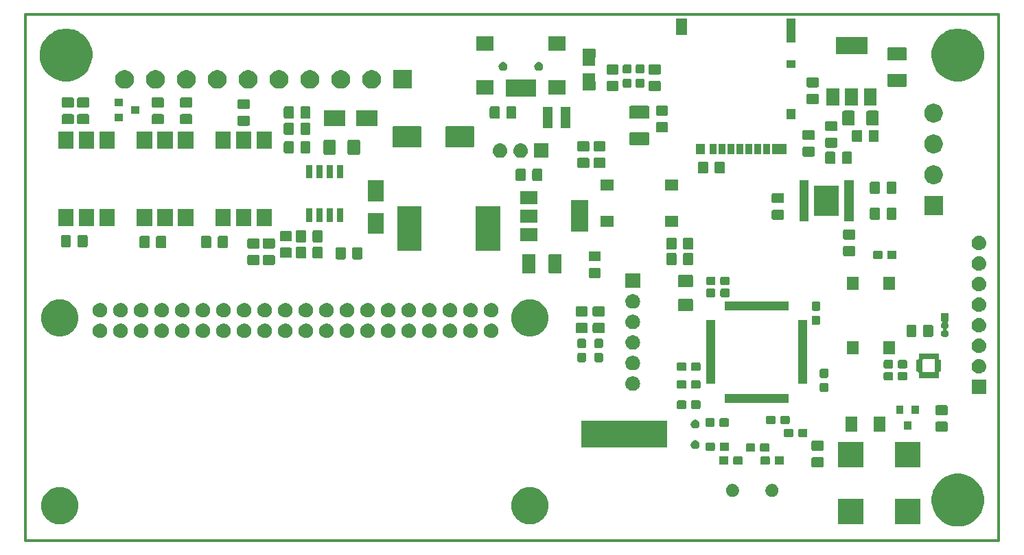
<source format=gts>
G04 #@! TF.GenerationSoftware,KiCad,Pcbnew,5.0.2-bee76a0~70~ubuntu18.04.1*
G04 #@! TF.CreationDate,2019-02-06T18:27:39+01:00*
G04 #@! TF.ProjectId,g-track,672d7472-6163-46b2-9e6b-696361645f70,rev?*
G04 #@! TF.SameCoordinates,Original*
G04 #@! TF.FileFunction,Soldermask,Top*
G04 #@! TF.FilePolarity,Negative*
%FSLAX46Y46*%
G04 Gerber Fmt 4.6, Leading zero omitted, Abs format (unit mm)*
G04 Created by KiCad (PCBNEW 5.0.2-bee76a0~70~ubuntu18.04.1) date 2019. febr. 6., szerda, 18:27:39 CET*
%MOMM*%
%LPD*%
G01*
G04 APERTURE LIST*
%ADD10C,0.300000*%
%ADD11C,0.100000*%
G04 APERTURE END LIST*
D10*
X90000000Y-55000000D02*
X90000000Y-120000000D01*
X210000000Y-55000000D02*
X90000000Y-55000000D01*
X210000000Y-120000000D02*
X210000000Y-55000000D01*
X90000000Y-120000000D02*
X210000000Y-120000000D01*
D11*
G36*
X205634239Y-111811467D02*
X205948282Y-111873934D01*
X206539926Y-112119001D01*
X206829523Y-112312504D01*
X207072395Y-112474786D01*
X207525214Y-112927605D01*
X207525216Y-112927608D01*
X207880999Y-113460074D01*
X208068481Y-113912696D01*
X208126066Y-114051719D01*
X208251000Y-114679803D01*
X208251000Y-115320197D01*
X208220532Y-115473370D01*
X208126066Y-115948282D01*
X207880999Y-116539926D01*
X207633265Y-116910685D01*
X207525214Y-117072395D01*
X207072395Y-117525214D01*
X207072392Y-117525216D01*
X206539926Y-117880999D01*
X205948282Y-118126066D01*
X205634239Y-118188533D01*
X205320197Y-118251000D01*
X204679803Y-118251000D01*
X204365761Y-118188533D01*
X204051718Y-118126066D01*
X203460074Y-117880999D01*
X202927608Y-117525216D01*
X202927605Y-117525214D01*
X202474786Y-117072395D01*
X202366735Y-116910685D01*
X202119001Y-116539926D01*
X201873934Y-115948282D01*
X201779468Y-115473370D01*
X201749000Y-115320197D01*
X201749000Y-114679803D01*
X201873934Y-114051719D01*
X201931519Y-113912696D01*
X202119001Y-113460074D01*
X202474784Y-112927608D01*
X202474786Y-112927605D01*
X202927605Y-112474786D01*
X203170477Y-112312504D01*
X203460074Y-112119001D01*
X204051718Y-111873934D01*
X204365761Y-111811467D01*
X204679803Y-111749000D01*
X205320197Y-111749000D01*
X205634239Y-111811467D01*
X205634239Y-111811467D01*
G37*
G36*
X152605080Y-113434496D02*
X152871177Y-113487426D01*
X153289932Y-113660880D01*
X153666802Y-113912696D01*
X153987304Y-114233198D01*
X154239120Y-114610068D01*
X154412574Y-115028823D01*
X154412574Y-115028824D01*
X154476523Y-115350314D01*
X154501000Y-115473371D01*
X154501000Y-115926629D01*
X154412574Y-116371177D01*
X154239120Y-116789932D01*
X153987304Y-117166802D01*
X153666802Y-117487304D01*
X153289932Y-117739120D01*
X152871177Y-117912574D01*
X152677996Y-117951000D01*
X152426630Y-118001000D01*
X151973370Y-118001000D01*
X151722004Y-117951000D01*
X151528823Y-117912574D01*
X151110068Y-117739120D01*
X150733198Y-117487304D01*
X150412696Y-117166802D01*
X150160880Y-116789932D01*
X149987426Y-116371177D01*
X149899000Y-115926629D01*
X149899000Y-115473371D01*
X149923478Y-115350314D01*
X149987426Y-115028824D01*
X149987426Y-115028823D01*
X150160880Y-114610068D01*
X150412696Y-114233198D01*
X150733198Y-113912696D01*
X151110068Y-113660880D01*
X151528823Y-113487426D01*
X151794920Y-113434496D01*
X151973370Y-113399000D01*
X152426630Y-113399000D01*
X152605080Y-113434496D01*
X152605080Y-113434496D01*
G37*
G36*
X94605080Y-113434496D02*
X94871177Y-113487426D01*
X95289932Y-113660880D01*
X95666802Y-113912696D01*
X95987304Y-114233198D01*
X96239120Y-114610068D01*
X96412574Y-115028823D01*
X96412574Y-115028824D01*
X96476523Y-115350314D01*
X96501000Y-115473371D01*
X96501000Y-115926629D01*
X96412574Y-116371177D01*
X96239120Y-116789932D01*
X95987304Y-117166802D01*
X95666802Y-117487304D01*
X95289932Y-117739120D01*
X94871177Y-117912574D01*
X94677996Y-117951000D01*
X94426630Y-118001000D01*
X93973370Y-118001000D01*
X93722004Y-117951000D01*
X93528823Y-117912574D01*
X93110068Y-117739120D01*
X92733198Y-117487304D01*
X92412696Y-117166802D01*
X92160880Y-116789932D01*
X91987426Y-116371177D01*
X91899000Y-115926629D01*
X91899000Y-115473371D01*
X91923478Y-115350314D01*
X91987426Y-115028824D01*
X91987426Y-115028823D01*
X92160880Y-114610068D01*
X92412696Y-114233198D01*
X92733198Y-113912696D01*
X93110068Y-113660880D01*
X93528823Y-113487426D01*
X93794920Y-113434496D01*
X93973370Y-113399000D01*
X94426630Y-113399000D01*
X94605080Y-113434496D01*
X94605080Y-113434496D01*
G37*
G36*
X200351000Y-117951000D02*
X197249000Y-117951000D01*
X197249000Y-114849000D01*
X200351000Y-114849000D01*
X200351000Y-117951000D01*
X200351000Y-117951000D01*
G37*
G36*
X193351000Y-117951000D02*
X190249000Y-117951000D01*
X190249000Y-114849000D01*
X193351000Y-114849000D01*
X193351000Y-117951000D01*
X193351000Y-117951000D01*
G37*
G36*
X177433643Y-113029781D02*
X177579415Y-113090162D01*
X177710611Y-113177824D01*
X177822176Y-113289389D01*
X177909838Y-113420585D01*
X177970219Y-113566357D01*
X178001000Y-113721107D01*
X178001000Y-113878893D01*
X177970219Y-114033643D01*
X177909838Y-114179415D01*
X177822176Y-114310611D01*
X177710611Y-114422176D01*
X177579415Y-114509838D01*
X177433643Y-114570219D01*
X177278893Y-114601000D01*
X177121107Y-114601000D01*
X176966357Y-114570219D01*
X176820585Y-114509838D01*
X176689389Y-114422176D01*
X176577824Y-114310611D01*
X176490162Y-114179415D01*
X176429781Y-114033643D01*
X176399000Y-113878893D01*
X176399000Y-113721107D01*
X176429781Y-113566357D01*
X176490162Y-113420585D01*
X176577824Y-113289389D01*
X176689389Y-113177824D01*
X176820585Y-113090162D01*
X176966357Y-113029781D01*
X177121107Y-112999000D01*
X177278893Y-112999000D01*
X177433643Y-113029781D01*
X177433643Y-113029781D01*
G37*
G36*
X182313643Y-113029781D02*
X182459415Y-113090162D01*
X182590611Y-113177824D01*
X182702176Y-113289389D01*
X182789838Y-113420585D01*
X182850219Y-113566357D01*
X182881000Y-113721107D01*
X182881000Y-113878893D01*
X182850219Y-114033643D01*
X182789838Y-114179415D01*
X182702176Y-114310611D01*
X182590611Y-114422176D01*
X182459415Y-114509838D01*
X182313643Y-114570219D01*
X182158893Y-114601000D01*
X182001107Y-114601000D01*
X181846357Y-114570219D01*
X181700585Y-114509838D01*
X181569389Y-114422176D01*
X181457824Y-114310611D01*
X181370162Y-114179415D01*
X181309781Y-114033643D01*
X181279000Y-113878893D01*
X181279000Y-113721107D01*
X181309781Y-113566357D01*
X181370162Y-113420585D01*
X181457824Y-113289389D01*
X181569389Y-113177824D01*
X181700585Y-113090162D01*
X181846357Y-113029781D01*
X182001107Y-112999000D01*
X182158893Y-112999000D01*
X182313643Y-113029781D01*
X182313643Y-113029781D01*
G37*
G36*
X193351000Y-110951000D02*
X190249000Y-110951000D01*
X190249000Y-107849000D01*
X193351000Y-107849000D01*
X193351000Y-110951000D01*
X193351000Y-110951000D01*
G37*
G36*
X188288677Y-109703465D02*
X188326364Y-109714898D01*
X188361103Y-109733466D01*
X188391548Y-109758452D01*
X188416534Y-109788897D01*
X188435102Y-109823636D01*
X188446535Y-109861323D01*
X188451000Y-109906661D01*
X188451000Y-110743339D01*
X188446535Y-110788677D01*
X188435102Y-110826364D01*
X188416534Y-110861103D01*
X188391548Y-110891548D01*
X188361103Y-110916534D01*
X188326364Y-110935102D01*
X188288677Y-110946535D01*
X188243339Y-110951000D01*
X187156661Y-110951000D01*
X187111323Y-110946535D01*
X187073636Y-110935102D01*
X187038897Y-110916534D01*
X187008452Y-110891548D01*
X186983466Y-110861103D01*
X186964898Y-110826364D01*
X186953465Y-110788677D01*
X186949000Y-110743339D01*
X186949000Y-109906661D01*
X186953465Y-109861323D01*
X186964898Y-109823636D01*
X186983466Y-109788897D01*
X187008452Y-109758452D01*
X187038897Y-109733466D01*
X187073636Y-109714898D01*
X187111323Y-109703465D01*
X187156661Y-109699000D01*
X188243339Y-109699000D01*
X188288677Y-109703465D01*
X188288677Y-109703465D01*
G37*
G36*
X200351000Y-110951000D02*
X197249000Y-110951000D01*
X197249000Y-107849000D01*
X200351000Y-107849000D01*
X200351000Y-110951000D01*
X200351000Y-110951000D01*
G37*
G36*
X183389499Y-109578445D02*
X183426993Y-109589819D01*
X183461557Y-109608294D01*
X183491847Y-109633153D01*
X183516706Y-109663443D01*
X183535181Y-109698007D01*
X183546555Y-109735501D01*
X183551000Y-109780638D01*
X183551000Y-110419362D01*
X183546555Y-110464499D01*
X183535181Y-110501993D01*
X183516706Y-110536557D01*
X183491847Y-110566847D01*
X183461557Y-110591706D01*
X183426993Y-110610181D01*
X183389499Y-110621555D01*
X183344362Y-110626000D01*
X182605638Y-110626000D01*
X182560501Y-110621555D01*
X182523007Y-110610181D01*
X182488443Y-110591706D01*
X182458153Y-110566847D01*
X182433294Y-110536557D01*
X182414819Y-110501993D01*
X182403445Y-110464499D01*
X182399000Y-110419362D01*
X182399000Y-109780638D01*
X182403445Y-109735501D01*
X182414819Y-109698007D01*
X182433294Y-109663443D01*
X182458153Y-109633153D01*
X182488443Y-109608294D01*
X182523007Y-109589819D01*
X182560501Y-109578445D01*
X182605638Y-109574000D01*
X183344362Y-109574000D01*
X183389499Y-109578445D01*
X183389499Y-109578445D01*
G37*
G36*
X178289499Y-109578445D02*
X178326993Y-109589819D01*
X178361557Y-109608294D01*
X178391847Y-109633153D01*
X178416706Y-109663443D01*
X178435181Y-109698007D01*
X178446555Y-109735501D01*
X178451000Y-109780638D01*
X178451000Y-110419362D01*
X178446555Y-110464499D01*
X178435181Y-110501993D01*
X178416706Y-110536557D01*
X178391847Y-110566847D01*
X178361557Y-110591706D01*
X178326993Y-110610181D01*
X178289499Y-110621555D01*
X178244362Y-110626000D01*
X177505638Y-110626000D01*
X177460501Y-110621555D01*
X177423007Y-110610181D01*
X177388443Y-110591706D01*
X177358153Y-110566847D01*
X177333294Y-110536557D01*
X177314819Y-110501993D01*
X177303445Y-110464499D01*
X177299000Y-110419362D01*
X177299000Y-109780638D01*
X177303445Y-109735501D01*
X177314819Y-109698007D01*
X177333294Y-109663443D01*
X177358153Y-109633153D01*
X177388443Y-109608294D01*
X177423007Y-109589819D01*
X177460501Y-109578445D01*
X177505638Y-109574000D01*
X178244362Y-109574000D01*
X178289499Y-109578445D01*
X178289499Y-109578445D01*
G37*
G36*
X176539499Y-109578445D02*
X176576993Y-109589819D01*
X176611557Y-109608294D01*
X176641847Y-109633153D01*
X176666706Y-109663443D01*
X176685181Y-109698007D01*
X176696555Y-109735501D01*
X176701000Y-109780638D01*
X176701000Y-110419362D01*
X176696555Y-110464499D01*
X176685181Y-110501993D01*
X176666706Y-110536557D01*
X176641847Y-110566847D01*
X176611557Y-110591706D01*
X176576993Y-110610181D01*
X176539499Y-110621555D01*
X176494362Y-110626000D01*
X175755638Y-110626000D01*
X175710501Y-110621555D01*
X175673007Y-110610181D01*
X175638443Y-110591706D01*
X175608153Y-110566847D01*
X175583294Y-110536557D01*
X175564819Y-110501993D01*
X175553445Y-110464499D01*
X175549000Y-110419362D01*
X175549000Y-109780638D01*
X175553445Y-109735501D01*
X175564819Y-109698007D01*
X175583294Y-109663443D01*
X175608153Y-109633153D01*
X175638443Y-109608294D01*
X175673007Y-109589819D01*
X175710501Y-109578445D01*
X175755638Y-109574000D01*
X176494362Y-109574000D01*
X176539499Y-109578445D01*
X176539499Y-109578445D01*
G37*
G36*
X181639499Y-109578445D02*
X181676993Y-109589819D01*
X181711557Y-109608294D01*
X181741847Y-109633153D01*
X181766706Y-109663443D01*
X181785181Y-109698007D01*
X181796555Y-109735501D01*
X181801000Y-109780638D01*
X181801000Y-110419362D01*
X181796555Y-110464499D01*
X181785181Y-110501993D01*
X181766706Y-110536557D01*
X181741847Y-110566847D01*
X181711557Y-110591706D01*
X181676993Y-110610181D01*
X181639499Y-110621555D01*
X181594362Y-110626000D01*
X180855638Y-110626000D01*
X180810501Y-110621555D01*
X180773007Y-110610181D01*
X180738443Y-110591706D01*
X180708153Y-110566847D01*
X180683294Y-110536557D01*
X180664819Y-110501993D01*
X180653445Y-110464499D01*
X180649000Y-110419362D01*
X180649000Y-109780638D01*
X180653445Y-109735501D01*
X180664819Y-109698007D01*
X180683294Y-109663443D01*
X180708153Y-109633153D01*
X180738443Y-109608294D01*
X180773007Y-109589819D01*
X180810501Y-109578445D01*
X180855638Y-109574000D01*
X181594362Y-109574000D01*
X181639499Y-109578445D01*
X181639499Y-109578445D01*
G37*
G36*
X181589499Y-107978445D02*
X181626993Y-107989819D01*
X181661557Y-108008294D01*
X181691847Y-108033153D01*
X181716706Y-108063443D01*
X181735181Y-108098007D01*
X181746555Y-108135501D01*
X181751000Y-108180638D01*
X181751000Y-108819362D01*
X181746555Y-108864499D01*
X181735181Y-108901993D01*
X181716706Y-108936557D01*
X181691847Y-108966847D01*
X181661557Y-108991706D01*
X181626993Y-109010181D01*
X181589499Y-109021555D01*
X181544362Y-109026000D01*
X180805638Y-109026000D01*
X180760501Y-109021555D01*
X180723007Y-109010181D01*
X180688443Y-108991706D01*
X180658153Y-108966847D01*
X180633294Y-108936557D01*
X180614819Y-108901993D01*
X180603445Y-108864499D01*
X180599000Y-108819362D01*
X180599000Y-108180638D01*
X180603445Y-108135501D01*
X180614819Y-108098007D01*
X180633294Y-108063443D01*
X180658153Y-108033153D01*
X180688443Y-108008294D01*
X180723007Y-107989819D01*
X180760501Y-107978445D01*
X180805638Y-107974000D01*
X181544362Y-107974000D01*
X181589499Y-107978445D01*
X181589499Y-107978445D01*
G37*
G36*
X179839499Y-107978445D02*
X179876993Y-107989819D01*
X179911557Y-108008294D01*
X179941847Y-108033153D01*
X179966706Y-108063443D01*
X179985181Y-108098007D01*
X179996555Y-108135501D01*
X180001000Y-108180638D01*
X180001000Y-108819362D01*
X179996555Y-108864499D01*
X179985181Y-108901993D01*
X179966706Y-108936557D01*
X179941847Y-108966847D01*
X179911557Y-108991706D01*
X179876993Y-109010181D01*
X179839499Y-109021555D01*
X179794362Y-109026000D01*
X179055638Y-109026000D01*
X179010501Y-109021555D01*
X178973007Y-109010181D01*
X178938443Y-108991706D01*
X178908153Y-108966847D01*
X178883294Y-108936557D01*
X178864819Y-108901993D01*
X178853445Y-108864499D01*
X178849000Y-108819362D01*
X178849000Y-108180638D01*
X178853445Y-108135501D01*
X178864819Y-108098007D01*
X178883294Y-108063443D01*
X178908153Y-108033153D01*
X178938443Y-108008294D01*
X178973007Y-107989819D01*
X179010501Y-107978445D01*
X179055638Y-107974000D01*
X179794362Y-107974000D01*
X179839499Y-107978445D01*
X179839499Y-107978445D01*
G37*
G36*
X174864499Y-107878445D02*
X174901993Y-107889819D01*
X174936557Y-107908294D01*
X174966847Y-107933153D01*
X174991706Y-107963443D01*
X175010181Y-107998007D01*
X175021555Y-108035501D01*
X175026000Y-108080638D01*
X175026000Y-108719362D01*
X175021555Y-108764499D01*
X175010181Y-108801993D01*
X174991706Y-108836557D01*
X174966847Y-108866847D01*
X174936557Y-108891706D01*
X174901993Y-108910181D01*
X174864499Y-108921555D01*
X174819362Y-108926000D01*
X174080638Y-108926000D01*
X174035501Y-108921555D01*
X173998007Y-108910181D01*
X173963443Y-108891706D01*
X173933153Y-108866847D01*
X173908294Y-108836557D01*
X173889819Y-108801993D01*
X173878445Y-108764499D01*
X173874000Y-108719362D01*
X173874000Y-108080638D01*
X173878445Y-108035501D01*
X173889819Y-107998007D01*
X173908294Y-107963443D01*
X173933153Y-107933153D01*
X173963443Y-107908294D01*
X173998007Y-107889819D01*
X174035501Y-107878445D01*
X174080638Y-107874000D01*
X174819362Y-107874000D01*
X174864499Y-107878445D01*
X174864499Y-107878445D01*
G37*
G36*
X176614499Y-107878445D02*
X176651993Y-107889819D01*
X176686557Y-107908294D01*
X176716847Y-107933153D01*
X176741706Y-107963443D01*
X176760181Y-107998007D01*
X176771555Y-108035501D01*
X176776000Y-108080638D01*
X176776000Y-108719362D01*
X176771555Y-108764499D01*
X176760181Y-108801993D01*
X176741706Y-108836557D01*
X176716847Y-108866847D01*
X176686557Y-108891706D01*
X176651993Y-108910181D01*
X176614499Y-108921555D01*
X176569362Y-108926000D01*
X175830638Y-108926000D01*
X175785501Y-108921555D01*
X175748007Y-108910181D01*
X175713443Y-108891706D01*
X175683153Y-108866847D01*
X175658294Y-108836557D01*
X175639819Y-108801993D01*
X175628445Y-108764499D01*
X175624000Y-108719362D01*
X175624000Y-108080638D01*
X175628445Y-108035501D01*
X175639819Y-107998007D01*
X175658294Y-107963443D01*
X175683153Y-107933153D01*
X175713443Y-107908294D01*
X175748007Y-107889819D01*
X175785501Y-107878445D01*
X175830638Y-107874000D01*
X176569362Y-107874000D01*
X176614499Y-107878445D01*
X176614499Y-107878445D01*
G37*
G36*
X188288677Y-107653465D02*
X188326364Y-107664898D01*
X188361103Y-107683466D01*
X188391548Y-107708452D01*
X188416534Y-107738897D01*
X188435102Y-107773636D01*
X188446535Y-107811323D01*
X188451000Y-107856661D01*
X188451000Y-108693339D01*
X188446535Y-108738677D01*
X188435102Y-108776364D01*
X188416534Y-108811103D01*
X188391548Y-108841548D01*
X188361103Y-108866534D01*
X188326364Y-108885102D01*
X188288677Y-108896535D01*
X188243339Y-108901000D01*
X187156661Y-108901000D01*
X187111323Y-108896535D01*
X187073636Y-108885102D01*
X187038897Y-108866534D01*
X187008452Y-108841548D01*
X186983466Y-108811103D01*
X186964898Y-108776364D01*
X186953465Y-108738677D01*
X186949000Y-108693339D01*
X186949000Y-107856661D01*
X186953465Y-107811323D01*
X186964898Y-107773636D01*
X186983466Y-107738897D01*
X187008452Y-107708452D01*
X187038897Y-107683466D01*
X187073636Y-107664898D01*
X187111323Y-107653465D01*
X187156661Y-107649000D01*
X188243339Y-107649000D01*
X188288677Y-107653465D01*
X188288677Y-107653465D01*
G37*
G36*
X172760721Y-107610174D02*
X172860995Y-107651709D01*
X172951245Y-107712012D01*
X173027988Y-107788755D01*
X173088291Y-107879005D01*
X173129826Y-107979279D01*
X173151000Y-108085730D01*
X173151000Y-108194270D01*
X173129826Y-108300721D01*
X173088291Y-108400995D01*
X173027988Y-108491245D01*
X172951245Y-108567988D01*
X172860995Y-108628291D01*
X172760721Y-108669826D01*
X172654270Y-108691000D01*
X172545730Y-108691000D01*
X172439279Y-108669826D01*
X172339005Y-108628291D01*
X172248755Y-108567988D01*
X172172012Y-108491245D01*
X172111709Y-108400995D01*
X172070174Y-108300721D01*
X172049000Y-108194270D01*
X172049000Y-108085730D01*
X172070174Y-107979279D01*
X172111709Y-107879005D01*
X172172012Y-107788755D01*
X172248755Y-107712012D01*
X172339005Y-107651709D01*
X172439279Y-107610174D01*
X172545730Y-107589000D01*
X172654270Y-107589000D01*
X172760721Y-107610174D01*
X172760721Y-107610174D01*
G37*
G36*
X169151000Y-108521000D02*
X158549000Y-108521000D01*
X158549000Y-105219000D01*
X169151000Y-105219000D01*
X169151000Y-108521000D01*
X169151000Y-108521000D01*
G37*
G36*
X186289499Y-106178445D02*
X186326993Y-106189819D01*
X186361557Y-106208294D01*
X186391847Y-106233153D01*
X186416706Y-106263443D01*
X186435181Y-106298007D01*
X186446555Y-106335501D01*
X186451000Y-106380638D01*
X186451000Y-107019362D01*
X186446555Y-107064499D01*
X186435181Y-107101993D01*
X186416706Y-107136557D01*
X186391847Y-107166847D01*
X186361557Y-107191706D01*
X186326993Y-107210181D01*
X186289499Y-107221555D01*
X186244362Y-107226000D01*
X185505638Y-107226000D01*
X185460501Y-107221555D01*
X185423007Y-107210181D01*
X185388443Y-107191706D01*
X185358153Y-107166847D01*
X185333294Y-107136557D01*
X185314819Y-107101993D01*
X185303445Y-107064499D01*
X185299000Y-107019362D01*
X185299000Y-106380638D01*
X185303445Y-106335501D01*
X185314819Y-106298007D01*
X185333294Y-106263443D01*
X185358153Y-106233153D01*
X185388443Y-106208294D01*
X185423007Y-106189819D01*
X185460501Y-106178445D01*
X185505638Y-106174000D01*
X186244362Y-106174000D01*
X186289499Y-106178445D01*
X186289499Y-106178445D01*
G37*
G36*
X184539499Y-106178445D02*
X184576993Y-106189819D01*
X184611557Y-106208294D01*
X184641847Y-106233153D01*
X184666706Y-106263443D01*
X184685181Y-106298007D01*
X184696555Y-106335501D01*
X184701000Y-106380638D01*
X184701000Y-107019362D01*
X184696555Y-107064499D01*
X184685181Y-107101993D01*
X184666706Y-107136557D01*
X184641847Y-107166847D01*
X184611557Y-107191706D01*
X184576993Y-107210181D01*
X184539499Y-107221555D01*
X184494362Y-107226000D01*
X183755638Y-107226000D01*
X183710501Y-107221555D01*
X183673007Y-107210181D01*
X183638443Y-107191706D01*
X183608153Y-107166847D01*
X183583294Y-107136557D01*
X183564819Y-107101993D01*
X183553445Y-107064499D01*
X183549000Y-107019362D01*
X183549000Y-106380638D01*
X183553445Y-106335501D01*
X183564819Y-106298007D01*
X183583294Y-106263443D01*
X183608153Y-106233153D01*
X183638443Y-106208294D01*
X183673007Y-106189819D01*
X183710501Y-106178445D01*
X183755638Y-106174000D01*
X184494362Y-106174000D01*
X184539499Y-106178445D01*
X184539499Y-106178445D01*
G37*
G36*
X203588677Y-105303465D02*
X203626364Y-105314898D01*
X203661103Y-105333466D01*
X203691548Y-105358452D01*
X203716534Y-105388897D01*
X203735102Y-105423636D01*
X203746535Y-105461323D01*
X203751000Y-105506661D01*
X203751000Y-106343339D01*
X203746535Y-106388677D01*
X203735102Y-106426364D01*
X203716534Y-106461103D01*
X203691548Y-106491548D01*
X203661103Y-106516534D01*
X203626364Y-106535102D01*
X203588677Y-106546535D01*
X203543339Y-106551000D01*
X202456661Y-106551000D01*
X202411323Y-106546535D01*
X202373636Y-106535102D01*
X202338897Y-106516534D01*
X202308452Y-106491548D01*
X202283466Y-106461103D01*
X202264898Y-106426364D01*
X202253465Y-106388677D01*
X202249000Y-106343339D01*
X202249000Y-105506661D01*
X202253465Y-105461323D01*
X202264898Y-105423636D01*
X202283466Y-105388897D01*
X202308452Y-105358452D01*
X202338897Y-105333466D01*
X202373636Y-105314898D01*
X202411323Y-105303465D01*
X202456661Y-105299000D01*
X203543339Y-105299000D01*
X203588677Y-105303465D01*
X203588677Y-105303465D01*
G37*
G36*
X196051000Y-106501000D02*
X194649000Y-106501000D01*
X194649000Y-104699000D01*
X196051000Y-104699000D01*
X196051000Y-106501000D01*
X196051000Y-106501000D01*
G37*
G36*
X192551000Y-106501000D02*
X191149000Y-106501000D01*
X191149000Y-104699000D01*
X192551000Y-104699000D01*
X192551000Y-106501000D01*
X192551000Y-106501000D01*
G37*
G36*
X199251000Y-106301000D02*
X198349000Y-106301000D01*
X198349000Y-105299000D01*
X199251000Y-105299000D01*
X199251000Y-106301000D01*
X199251000Y-106301000D01*
G37*
G36*
X172760721Y-105070174D02*
X172860995Y-105111709D01*
X172951245Y-105172012D01*
X173027988Y-105248755D01*
X173088291Y-105339005D01*
X173129826Y-105439279D01*
X173151000Y-105545730D01*
X173151000Y-105654270D01*
X173129826Y-105760721D01*
X173088291Y-105860995D01*
X173027988Y-105951245D01*
X172951245Y-106027988D01*
X172860995Y-106088291D01*
X172760721Y-106129826D01*
X172654270Y-106151000D01*
X172545730Y-106151000D01*
X172439279Y-106129826D01*
X172339005Y-106088291D01*
X172248755Y-106027988D01*
X172172012Y-105951245D01*
X172111709Y-105860995D01*
X172070174Y-105760721D01*
X172049000Y-105654270D01*
X172049000Y-105545730D01*
X172070174Y-105439279D01*
X172111709Y-105339005D01*
X172172012Y-105248755D01*
X172248755Y-105172012D01*
X172339005Y-105111709D01*
X172439279Y-105070174D01*
X172545730Y-105049000D01*
X172654270Y-105049000D01*
X172760721Y-105070174D01*
X172760721Y-105070174D01*
G37*
G36*
X174839499Y-104878445D02*
X174876993Y-104889819D01*
X174911557Y-104908294D01*
X174941847Y-104933153D01*
X174966706Y-104963443D01*
X174985181Y-104998007D01*
X174996555Y-105035501D01*
X175001000Y-105080638D01*
X175001000Y-105719362D01*
X174996555Y-105764499D01*
X174985181Y-105801993D01*
X174966706Y-105836557D01*
X174941847Y-105866847D01*
X174911557Y-105891706D01*
X174876993Y-105910181D01*
X174839499Y-105921555D01*
X174794362Y-105926000D01*
X174055638Y-105926000D01*
X174010501Y-105921555D01*
X173973007Y-105910181D01*
X173938443Y-105891706D01*
X173908153Y-105866847D01*
X173883294Y-105836557D01*
X173864819Y-105801993D01*
X173853445Y-105764499D01*
X173849000Y-105719362D01*
X173849000Y-105080638D01*
X173853445Y-105035501D01*
X173864819Y-104998007D01*
X173883294Y-104963443D01*
X173908153Y-104933153D01*
X173938443Y-104908294D01*
X173973007Y-104889819D01*
X174010501Y-104878445D01*
X174055638Y-104874000D01*
X174794362Y-104874000D01*
X174839499Y-104878445D01*
X174839499Y-104878445D01*
G37*
G36*
X176589499Y-104878445D02*
X176626993Y-104889819D01*
X176661557Y-104908294D01*
X176691847Y-104933153D01*
X176716706Y-104963443D01*
X176735181Y-104998007D01*
X176746555Y-105035501D01*
X176751000Y-105080638D01*
X176751000Y-105719362D01*
X176746555Y-105764499D01*
X176735181Y-105801993D01*
X176716706Y-105836557D01*
X176691847Y-105866847D01*
X176661557Y-105891706D01*
X176626993Y-105910181D01*
X176589499Y-105921555D01*
X176544362Y-105926000D01*
X175805638Y-105926000D01*
X175760501Y-105921555D01*
X175723007Y-105910181D01*
X175688443Y-105891706D01*
X175658153Y-105866847D01*
X175633294Y-105836557D01*
X175614819Y-105801993D01*
X175603445Y-105764499D01*
X175599000Y-105719362D01*
X175599000Y-105080638D01*
X175603445Y-105035501D01*
X175614819Y-104998007D01*
X175633294Y-104963443D01*
X175658153Y-104933153D01*
X175688443Y-104908294D01*
X175723007Y-104889819D01*
X175760501Y-104878445D01*
X175805638Y-104874000D01*
X176544362Y-104874000D01*
X176589499Y-104878445D01*
X176589499Y-104878445D01*
G37*
G36*
X184089499Y-104578445D02*
X184126993Y-104589819D01*
X184161557Y-104608294D01*
X184191847Y-104633153D01*
X184216706Y-104663443D01*
X184235181Y-104698007D01*
X184246555Y-104735501D01*
X184251000Y-104780638D01*
X184251000Y-105419362D01*
X184246555Y-105464499D01*
X184235181Y-105501993D01*
X184216706Y-105536557D01*
X184191847Y-105566847D01*
X184161557Y-105591706D01*
X184126993Y-105610181D01*
X184089499Y-105621555D01*
X184044362Y-105626000D01*
X183305638Y-105626000D01*
X183260501Y-105621555D01*
X183223007Y-105610181D01*
X183188443Y-105591706D01*
X183158153Y-105566847D01*
X183133294Y-105536557D01*
X183114819Y-105501993D01*
X183103445Y-105464499D01*
X183099000Y-105419362D01*
X183099000Y-104780638D01*
X183103445Y-104735501D01*
X183114819Y-104698007D01*
X183133294Y-104663443D01*
X183158153Y-104633153D01*
X183188443Y-104608294D01*
X183223007Y-104589819D01*
X183260501Y-104578445D01*
X183305638Y-104574000D01*
X184044362Y-104574000D01*
X184089499Y-104578445D01*
X184089499Y-104578445D01*
G37*
G36*
X182339499Y-104578445D02*
X182376993Y-104589819D01*
X182411557Y-104608294D01*
X182441847Y-104633153D01*
X182466706Y-104663443D01*
X182485181Y-104698007D01*
X182496555Y-104735501D01*
X182501000Y-104780638D01*
X182501000Y-105419362D01*
X182496555Y-105464499D01*
X182485181Y-105501993D01*
X182466706Y-105536557D01*
X182441847Y-105566847D01*
X182411557Y-105591706D01*
X182376993Y-105610181D01*
X182339499Y-105621555D01*
X182294362Y-105626000D01*
X181555638Y-105626000D01*
X181510501Y-105621555D01*
X181473007Y-105610181D01*
X181438443Y-105591706D01*
X181408153Y-105566847D01*
X181383294Y-105536557D01*
X181364819Y-105501993D01*
X181353445Y-105464499D01*
X181349000Y-105419362D01*
X181349000Y-104780638D01*
X181353445Y-104735501D01*
X181364819Y-104698007D01*
X181383294Y-104663443D01*
X181408153Y-104633153D01*
X181438443Y-104608294D01*
X181473007Y-104589819D01*
X181510501Y-104578445D01*
X181555638Y-104574000D01*
X182294362Y-104574000D01*
X182339499Y-104578445D01*
X182339499Y-104578445D01*
G37*
G36*
X203588677Y-103253465D02*
X203626364Y-103264898D01*
X203661103Y-103283466D01*
X203691548Y-103308452D01*
X203716534Y-103338897D01*
X203735102Y-103373636D01*
X203746535Y-103411323D01*
X203751000Y-103456661D01*
X203751000Y-104293339D01*
X203746535Y-104338677D01*
X203735102Y-104376364D01*
X203716534Y-104411103D01*
X203691548Y-104441548D01*
X203661103Y-104466534D01*
X203626364Y-104485102D01*
X203588677Y-104496535D01*
X203543339Y-104501000D01*
X202456661Y-104501000D01*
X202411323Y-104496535D01*
X202373636Y-104485102D01*
X202338897Y-104466534D01*
X202308452Y-104441548D01*
X202283466Y-104411103D01*
X202264898Y-104376364D01*
X202253465Y-104338677D01*
X202249000Y-104293339D01*
X202249000Y-103456661D01*
X202253465Y-103411323D01*
X202264898Y-103373636D01*
X202283466Y-103338897D01*
X202308452Y-103308452D01*
X202338897Y-103283466D01*
X202373636Y-103264898D01*
X202411323Y-103253465D01*
X202456661Y-103249000D01*
X203543339Y-103249000D01*
X203588677Y-103253465D01*
X203588677Y-103253465D01*
G37*
G36*
X198301000Y-104301000D02*
X197399000Y-104301000D01*
X197399000Y-103299000D01*
X198301000Y-103299000D01*
X198301000Y-104301000D01*
X198301000Y-104301000D01*
G37*
G36*
X200201000Y-104301000D02*
X199299000Y-104301000D01*
X199299000Y-103299000D01*
X200201000Y-103299000D01*
X200201000Y-104301000D01*
X200201000Y-104301000D01*
G37*
G36*
X173089499Y-102678445D02*
X173126993Y-102689819D01*
X173161557Y-102708294D01*
X173191847Y-102733153D01*
X173216706Y-102763443D01*
X173235181Y-102798007D01*
X173246555Y-102835501D01*
X173251000Y-102880638D01*
X173251000Y-103519362D01*
X173246555Y-103564499D01*
X173235181Y-103601993D01*
X173216706Y-103636557D01*
X173191847Y-103666847D01*
X173161557Y-103691706D01*
X173126993Y-103710181D01*
X173089499Y-103721555D01*
X173044362Y-103726000D01*
X172305638Y-103726000D01*
X172260501Y-103721555D01*
X172223007Y-103710181D01*
X172188443Y-103691706D01*
X172158153Y-103666847D01*
X172133294Y-103636557D01*
X172114819Y-103601993D01*
X172103445Y-103564499D01*
X172099000Y-103519362D01*
X172099000Y-102880638D01*
X172103445Y-102835501D01*
X172114819Y-102798007D01*
X172133294Y-102763443D01*
X172158153Y-102733153D01*
X172188443Y-102708294D01*
X172223007Y-102689819D01*
X172260501Y-102678445D01*
X172305638Y-102674000D01*
X173044362Y-102674000D01*
X173089499Y-102678445D01*
X173089499Y-102678445D01*
G37*
G36*
X171339499Y-102678445D02*
X171376993Y-102689819D01*
X171411557Y-102708294D01*
X171441847Y-102733153D01*
X171466706Y-102763443D01*
X171485181Y-102798007D01*
X171496555Y-102835501D01*
X171501000Y-102880638D01*
X171501000Y-103519362D01*
X171496555Y-103564499D01*
X171485181Y-103601993D01*
X171466706Y-103636557D01*
X171441847Y-103666847D01*
X171411557Y-103691706D01*
X171376993Y-103710181D01*
X171339499Y-103721555D01*
X171294362Y-103726000D01*
X170555638Y-103726000D01*
X170510501Y-103721555D01*
X170473007Y-103710181D01*
X170438443Y-103691706D01*
X170408153Y-103666847D01*
X170383294Y-103636557D01*
X170364819Y-103601993D01*
X170353445Y-103564499D01*
X170349000Y-103519362D01*
X170349000Y-102880638D01*
X170353445Y-102835501D01*
X170364819Y-102798007D01*
X170383294Y-102763443D01*
X170408153Y-102733153D01*
X170438443Y-102708294D01*
X170473007Y-102689819D01*
X170510501Y-102678445D01*
X170555638Y-102674000D01*
X171294362Y-102674000D01*
X171339499Y-102678445D01*
X171339499Y-102678445D01*
G37*
G36*
X184126000Y-102951000D02*
X176274000Y-102951000D01*
X176274000Y-101849000D01*
X184126000Y-101849000D01*
X184126000Y-102951000D01*
X184126000Y-102951000D01*
G37*
G36*
X208501000Y-101901000D02*
X206699000Y-101901000D01*
X206699000Y-100099000D01*
X208501000Y-100099000D01*
X208501000Y-101901000D01*
X208501000Y-101901000D01*
G37*
G36*
X188864499Y-100503445D02*
X188901993Y-100514819D01*
X188936557Y-100533294D01*
X188966847Y-100558153D01*
X188991706Y-100588443D01*
X189010181Y-100623007D01*
X189021555Y-100660501D01*
X189026000Y-100705638D01*
X189026000Y-101444362D01*
X189021555Y-101489499D01*
X189010181Y-101526993D01*
X188991706Y-101561557D01*
X188966847Y-101591847D01*
X188936557Y-101616706D01*
X188901993Y-101635181D01*
X188864499Y-101646555D01*
X188819362Y-101651000D01*
X188180638Y-101651000D01*
X188135501Y-101646555D01*
X188098007Y-101635181D01*
X188063443Y-101616706D01*
X188033153Y-101591847D01*
X188008294Y-101561557D01*
X187989819Y-101526993D01*
X187978445Y-101489499D01*
X187974000Y-101444362D01*
X187974000Y-100705638D01*
X187978445Y-100660501D01*
X187989819Y-100623007D01*
X188008294Y-100588443D01*
X188033153Y-100558153D01*
X188063443Y-100533294D01*
X188098007Y-100514819D01*
X188135501Y-100503445D01*
X188180638Y-100499000D01*
X188819362Y-100499000D01*
X188864499Y-100503445D01*
X188864499Y-100503445D01*
G37*
G36*
X165010443Y-99705519D02*
X165076627Y-99712037D01*
X165164345Y-99738646D01*
X165246467Y-99763557D01*
X165336267Y-99811557D01*
X165402991Y-99847222D01*
X165426732Y-99866706D01*
X165540186Y-99959814D01*
X165623448Y-100061271D01*
X165652778Y-100097009D01*
X165652779Y-100097011D01*
X165736443Y-100253533D01*
X165736443Y-100253534D01*
X165787963Y-100423373D01*
X165805359Y-100600000D01*
X165787963Y-100776627D01*
X165753616Y-100889853D01*
X165736443Y-100946467D01*
X165700180Y-101014309D01*
X165652778Y-101102991D01*
X165647752Y-101109115D01*
X165540186Y-101240186D01*
X165438729Y-101323448D01*
X165402991Y-101352778D01*
X165402989Y-101352779D01*
X165246467Y-101436443D01*
X165220361Y-101444362D01*
X165076627Y-101487963D01*
X165010443Y-101494481D01*
X164944260Y-101501000D01*
X164855740Y-101501000D01*
X164789557Y-101494481D01*
X164723373Y-101487963D01*
X164579639Y-101444362D01*
X164553533Y-101436443D01*
X164397011Y-101352779D01*
X164397009Y-101352778D01*
X164361271Y-101323448D01*
X164259814Y-101240186D01*
X164152248Y-101109115D01*
X164147222Y-101102991D01*
X164099820Y-101014309D01*
X164063557Y-100946467D01*
X164046384Y-100889853D01*
X164012037Y-100776627D01*
X163994641Y-100600000D01*
X164012037Y-100423373D01*
X164063557Y-100253534D01*
X164063557Y-100253533D01*
X164147221Y-100097011D01*
X164147222Y-100097009D01*
X164176552Y-100061271D01*
X164259814Y-99959814D01*
X164373268Y-99866706D01*
X164397009Y-99847222D01*
X164463733Y-99811557D01*
X164553533Y-99763557D01*
X164635655Y-99738646D01*
X164723373Y-99712037D01*
X164789557Y-99705519D01*
X164855740Y-99699000D01*
X164944260Y-99699000D01*
X165010443Y-99705519D01*
X165010443Y-99705519D01*
G37*
G36*
X171339499Y-100178445D02*
X171376993Y-100189819D01*
X171411557Y-100208294D01*
X171441847Y-100233153D01*
X171466706Y-100263443D01*
X171485181Y-100298007D01*
X171496555Y-100335501D01*
X171501000Y-100380638D01*
X171501000Y-101019362D01*
X171496555Y-101064499D01*
X171485181Y-101101993D01*
X171466706Y-101136557D01*
X171441847Y-101166847D01*
X171411557Y-101191706D01*
X171376993Y-101210181D01*
X171339499Y-101221555D01*
X171294362Y-101226000D01*
X170555638Y-101226000D01*
X170510501Y-101221555D01*
X170473007Y-101210181D01*
X170438443Y-101191706D01*
X170408153Y-101166847D01*
X170383294Y-101136557D01*
X170364819Y-101101993D01*
X170353445Y-101064499D01*
X170349000Y-101019362D01*
X170349000Y-100380638D01*
X170353445Y-100335501D01*
X170364819Y-100298007D01*
X170383294Y-100263443D01*
X170408153Y-100233153D01*
X170438443Y-100208294D01*
X170473007Y-100189819D01*
X170510501Y-100178445D01*
X170555638Y-100174000D01*
X171294362Y-100174000D01*
X171339499Y-100178445D01*
X171339499Y-100178445D01*
G37*
G36*
X173089499Y-100178445D02*
X173126993Y-100189819D01*
X173161557Y-100208294D01*
X173191847Y-100233153D01*
X173216706Y-100263443D01*
X173235181Y-100298007D01*
X173246555Y-100335501D01*
X173251000Y-100380638D01*
X173251000Y-101019362D01*
X173246555Y-101064499D01*
X173235181Y-101101993D01*
X173216706Y-101136557D01*
X173191847Y-101166847D01*
X173161557Y-101191706D01*
X173126993Y-101210181D01*
X173089499Y-101221555D01*
X173044362Y-101226000D01*
X172305638Y-101226000D01*
X172260501Y-101221555D01*
X172223007Y-101210181D01*
X172188443Y-101191706D01*
X172158153Y-101166847D01*
X172133294Y-101136557D01*
X172114819Y-101101993D01*
X172103445Y-101064499D01*
X172099000Y-101019362D01*
X172099000Y-100380638D01*
X172103445Y-100335501D01*
X172114819Y-100298007D01*
X172133294Y-100263443D01*
X172158153Y-100233153D01*
X172188443Y-100208294D01*
X172223007Y-100189819D01*
X172260501Y-100178445D01*
X172305638Y-100174000D01*
X173044362Y-100174000D01*
X173089499Y-100178445D01*
X173089499Y-100178445D01*
G37*
G36*
X186451000Y-100626000D02*
X185349000Y-100626000D01*
X185349000Y-92774000D01*
X186451000Y-92774000D01*
X186451000Y-100626000D01*
X186451000Y-100626000D01*
G37*
G36*
X175051000Y-100626000D02*
X173949000Y-100626000D01*
X173949000Y-92774000D01*
X175051000Y-92774000D01*
X175051000Y-100626000D01*
X175051000Y-100626000D01*
G37*
G36*
X196839499Y-99178445D02*
X196876993Y-99189819D01*
X196911557Y-99208294D01*
X196941847Y-99233153D01*
X196966706Y-99263443D01*
X196985181Y-99298007D01*
X196996555Y-99335501D01*
X197001000Y-99380638D01*
X197001000Y-100019362D01*
X196996555Y-100064499D01*
X196985181Y-100101993D01*
X196966706Y-100136557D01*
X196941847Y-100166847D01*
X196911557Y-100191706D01*
X196876993Y-100210181D01*
X196839499Y-100221555D01*
X196794362Y-100226000D01*
X196055638Y-100226000D01*
X196010501Y-100221555D01*
X195973007Y-100210181D01*
X195938443Y-100191706D01*
X195908153Y-100166847D01*
X195883294Y-100136557D01*
X195864819Y-100101993D01*
X195853445Y-100064499D01*
X195849000Y-100019362D01*
X195849000Y-99380638D01*
X195853445Y-99335501D01*
X195864819Y-99298007D01*
X195883294Y-99263443D01*
X195908153Y-99233153D01*
X195938443Y-99208294D01*
X195973007Y-99189819D01*
X196010501Y-99178445D01*
X196055638Y-99174000D01*
X196794362Y-99174000D01*
X196839499Y-99178445D01*
X196839499Y-99178445D01*
G37*
G36*
X198589499Y-99178445D02*
X198626993Y-99189819D01*
X198661557Y-99208294D01*
X198691847Y-99233153D01*
X198716706Y-99263443D01*
X198735181Y-99298007D01*
X198746555Y-99335501D01*
X198751000Y-99380638D01*
X198751000Y-100019362D01*
X198746555Y-100064499D01*
X198735181Y-100101993D01*
X198716706Y-100136557D01*
X198691847Y-100166847D01*
X198661557Y-100191706D01*
X198626993Y-100210181D01*
X198589499Y-100221555D01*
X198544362Y-100226000D01*
X197805638Y-100226000D01*
X197760501Y-100221555D01*
X197723007Y-100210181D01*
X197688443Y-100191706D01*
X197658153Y-100166847D01*
X197633294Y-100136557D01*
X197614819Y-100101993D01*
X197603445Y-100064499D01*
X197599000Y-100019362D01*
X197599000Y-99380638D01*
X197603445Y-99335501D01*
X197614819Y-99298007D01*
X197633294Y-99263443D01*
X197658153Y-99233153D01*
X197688443Y-99208294D01*
X197723007Y-99189819D01*
X197760501Y-99178445D01*
X197805638Y-99174000D01*
X198544362Y-99174000D01*
X198589499Y-99178445D01*
X198589499Y-99178445D01*
G37*
G36*
X188864499Y-98753445D02*
X188901993Y-98764819D01*
X188936557Y-98783294D01*
X188966847Y-98808153D01*
X188991706Y-98838443D01*
X189010181Y-98873007D01*
X189021555Y-98910501D01*
X189026000Y-98955638D01*
X189026000Y-99694362D01*
X189021555Y-99739499D01*
X189010181Y-99776993D01*
X188991706Y-99811557D01*
X188966847Y-99841847D01*
X188936557Y-99866706D01*
X188901993Y-99885181D01*
X188864499Y-99896555D01*
X188819362Y-99901000D01*
X188180638Y-99901000D01*
X188135501Y-99896555D01*
X188098007Y-99885181D01*
X188063443Y-99866706D01*
X188033153Y-99841847D01*
X188008294Y-99811557D01*
X187989819Y-99776993D01*
X187978445Y-99739499D01*
X187974000Y-99694362D01*
X187974000Y-98955638D01*
X187978445Y-98910501D01*
X187989819Y-98873007D01*
X188008294Y-98838443D01*
X188033153Y-98808153D01*
X188063443Y-98783294D01*
X188098007Y-98764819D01*
X188135501Y-98753445D01*
X188180638Y-98749000D01*
X188819362Y-98749000D01*
X188864499Y-98753445D01*
X188864499Y-98753445D01*
G37*
G36*
X202626000Y-97549000D02*
X202628402Y-97573386D01*
X202635515Y-97596835D01*
X202647066Y-97618446D01*
X202662612Y-97637388D01*
X202681554Y-97652934D01*
X202703165Y-97664485D01*
X202726614Y-97671598D01*
X202751000Y-97674000D01*
X202901000Y-97674000D01*
X202901000Y-99126000D01*
X202751000Y-99126000D01*
X202726614Y-99128402D01*
X202703165Y-99135515D01*
X202681554Y-99147066D01*
X202662612Y-99162612D01*
X202647066Y-99181554D01*
X202635515Y-99203165D01*
X202628402Y-99226614D01*
X202626000Y-99251000D01*
X202626000Y-99901000D01*
X200174000Y-99901000D01*
X200174000Y-99251000D01*
X200171598Y-99226614D01*
X200164485Y-99203165D01*
X200152934Y-99181554D01*
X200137388Y-99162612D01*
X200118446Y-99147066D01*
X200096835Y-99135515D01*
X200073386Y-99128402D01*
X200049000Y-99126000D01*
X199899000Y-99126000D01*
X199899000Y-97726000D01*
X200601000Y-97726000D01*
X200601000Y-99074000D01*
X200603402Y-99098386D01*
X200610515Y-99121835D01*
X200622066Y-99143446D01*
X200637612Y-99162388D01*
X200656554Y-99177934D01*
X200678165Y-99189485D01*
X200701614Y-99196598D01*
X200726000Y-99199000D01*
X202074000Y-99199000D01*
X202098386Y-99196598D01*
X202121835Y-99189485D01*
X202143446Y-99177934D01*
X202162388Y-99162388D01*
X202177934Y-99143446D01*
X202189485Y-99121835D01*
X202196598Y-99098386D01*
X202199000Y-99074000D01*
X202199000Y-97726000D01*
X202196598Y-97701614D01*
X202189485Y-97678165D01*
X202177934Y-97656554D01*
X202162388Y-97637612D01*
X202143446Y-97622066D01*
X202121835Y-97610515D01*
X202098386Y-97603402D01*
X202074000Y-97601000D01*
X200726000Y-97601000D01*
X200701614Y-97603402D01*
X200678165Y-97610515D01*
X200656554Y-97622066D01*
X200637612Y-97637612D01*
X200622066Y-97656554D01*
X200610515Y-97678165D01*
X200603402Y-97701614D01*
X200601000Y-97726000D01*
X199899000Y-97726000D01*
X199899000Y-97674000D01*
X200049000Y-97674000D01*
X200073386Y-97671598D01*
X200096835Y-97664485D01*
X200118446Y-97652934D01*
X200137388Y-97637388D01*
X200152934Y-97618446D01*
X200164485Y-97596835D01*
X200171598Y-97573386D01*
X200174000Y-97549000D01*
X200174000Y-96899000D01*
X202626000Y-96899000D01*
X202626000Y-97549000D01*
X202626000Y-97549000D01*
G37*
G36*
X207710442Y-97565518D02*
X207776627Y-97572037D01*
X207858375Y-97596835D01*
X207946467Y-97623557D01*
X208070433Y-97689819D01*
X208102991Y-97707222D01*
X208125872Y-97726000D01*
X208240186Y-97819814D01*
X208319702Y-97916706D01*
X208352778Y-97957009D01*
X208352779Y-97957011D01*
X208436443Y-98113533D01*
X208453616Y-98170147D01*
X208487963Y-98283373D01*
X208505359Y-98460000D01*
X208487963Y-98636627D01*
X208462385Y-98720947D01*
X208436443Y-98806467D01*
X208381576Y-98909115D01*
X208352778Y-98962991D01*
X208329212Y-98991706D01*
X208240186Y-99100186D01*
X208150242Y-99174000D01*
X208102991Y-99212778D01*
X208102989Y-99212779D01*
X207946467Y-99296443D01*
X207889853Y-99313616D01*
X207776627Y-99347963D01*
X207710443Y-99354481D01*
X207644260Y-99361000D01*
X207555740Y-99361000D01*
X207489557Y-99354481D01*
X207423373Y-99347963D01*
X207310147Y-99313616D01*
X207253533Y-99296443D01*
X207097011Y-99212779D01*
X207097009Y-99212778D01*
X207049758Y-99174000D01*
X206959814Y-99100186D01*
X206870788Y-98991706D01*
X206847222Y-98962991D01*
X206818424Y-98909115D01*
X206763557Y-98806467D01*
X206737615Y-98720947D01*
X206712037Y-98636627D01*
X206694641Y-98460000D01*
X206712037Y-98283373D01*
X206746384Y-98170147D01*
X206763557Y-98113533D01*
X206847221Y-97957011D01*
X206847222Y-97957009D01*
X206880298Y-97916706D01*
X206959814Y-97819814D01*
X207074128Y-97726000D01*
X207097009Y-97707222D01*
X207129567Y-97689819D01*
X207253533Y-97623557D01*
X207341625Y-97596835D01*
X207423373Y-97572037D01*
X207489557Y-97565519D01*
X207555740Y-97559000D01*
X207644260Y-97559000D01*
X207710442Y-97565518D01*
X207710442Y-97565518D01*
G37*
G36*
X171339499Y-97978445D02*
X171376993Y-97989819D01*
X171411557Y-98008294D01*
X171441847Y-98033153D01*
X171466706Y-98063443D01*
X171485181Y-98098007D01*
X171496555Y-98135501D01*
X171501000Y-98180638D01*
X171501000Y-98819362D01*
X171496555Y-98864499D01*
X171485181Y-98901993D01*
X171466706Y-98936557D01*
X171441847Y-98966847D01*
X171411557Y-98991706D01*
X171376993Y-99010181D01*
X171339499Y-99021555D01*
X171294362Y-99026000D01*
X170555638Y-99026000D01*
X170510501Y-99021555D01*
X170473007Y-99010181D01*
X170438443Y-98991706D01*
X170408153Y-98966847D01*
X170383294Y-98936557D01*
X170364819Y-98901993D01*
X170353445Y-98864499D01*
X170349000Y-98819362D01*
X170349000Y-98180638D01*
X170353445Y-98135501D01*
X170364819Y-98098007D01*
X170383294Y-98063443D01*
X170408153Y-98033153D01*
X170438443Y-98008294D01*
X170473007Y-97989819D01*
X170510501Y-97978445D01*
X170555638Y-97974000D01*
X171294362Y-97974000D01*
X171339499Y-97978445D01*
X171339499Y-97978445D01*
G37*
G36*
X173089499Y-97978445D02*
X173126993Y-97989819D01*
X173161557Y-98008294D01*
X173191847Y-98033153D01*
X173216706Y-98063443D01*
X173235181Y-98098007D01*
X173246555Y-98135501D01*
X173251000Y-98180638D01*
X173251000Y-98819362D01*
X173246555Y-98864499D01*
X173235181Y-98901993D01*
X173216706Y-98936557D01*
X173191847Y-98966847D01*
X173161557Y-98991706D01*
X173126993Y-99010181D01*
X173089499Y-99021555D01*
X173044362Y-99026000D01*
X172305638Y-99026000D01*
X172260501Y-99021555D01*
X172223007Y-99010181D01*
X172188443Y-98991706D01*
X172158153Y-98966847D01*
X172133294Y-98936557D01*
X172114819Y-98901993D01*
X172103445Y-98864499D01*
X172099000Y-98819362D01*
X172099000Y-98180638D01*
X172103445Y-98135501D01*
X172114819Y-98098007D01*
X172133294Y-98063443D01*
X172158153Y-98033153D01*
X172188443Y-98008294D01*
X172223007Y-97989819D01*
X172260501Y-97978445D01*
X172305638Y-97974000D01*
X173044362Y-97974000D01*
X173089499Y-97978445D01*
X173089499Y-97978445D01*
G37*
G36*
X165010442Y-97165518D02*
X165076627Y-97172037D01*
X165189853Y-97206384D01*
X165246467Y-97223557D01*
X165385087Y-97297652D01*
X165402991Y-97307222D01*
X165438729Y-97336552D01*
X165540186Y-97419814D01*
X165623448Y-97521271D01*
X165652778Y-97557009D01*
X165652779Y-97557011D01*
X165736443Y-97713533D01*
X165744262Y-97739309D01*
X165787963Y-97883373D01*
X165805359Y-98060000D01*
X165787963Y-98236627D01*
X165773782Y-98283375D01*
X165736443Y-98406467D01*
X165706225Y-98463000D01*
X165652778Y-98562991D01*
X165652240Y-98563646D01*
X165540186Y-98700186D01*
X165461429Y-98764819D01*
X165402991Y-98812778D01*
X165402989Y-98812779D01*
X165246467Y-98896443D01*
X165204692Y-98909115D01*
X165076627Y-98947963D01*
X165010443Y-98954481D01*
X164944260Y-98961000D01*
X164855740Y-98961000D01*
X164789558Y-98954482D01*
X164723373Y-98947963D01*
X164595308Y-98909115D01*
X164553533Y-98896443D01*
X164397011Y-98812779D01*
X164397009Y-98812778D01*
X164338571Y-98764819D01*
X164259814Y-98700186D01*
X164147760Y-98563646D01*
X164147222Y-98562991D01*
X164093775Y-98463000D01*
X164063557Y-98406467D01*
X164026218Y-98283375D01*
X164012037Y-98236627D01*
X163994641Y-98060000D01*
X164012037Y-97883373D01*
X164055738Y-97739309D01*
X164063557Y-97713533D01*
X164147221Y-97557011D01*
X164147222Y-97557009D01*
X164176552Y-97521271D01*
X164259814Y-97419814D01*
X164361271Y-97336552D01*
X164397009Y-97307222D01*
X164414913Y-97297652D01*
X164553533Y-97223557D01*
X164610147Y-97206384D01*
X164723373Y-97172037D01*
X164789558Y-97165518D01*
X164855740Y-97159000D01*
X164944260Y-97159000D01*
X165010442Y-97165518D01*
X165010442Y-97165518D01*
G37*
G36*
X196839499Y-97678445D02*
X196876993Y-97689819D01*
X196911557Y-97708294D01*
X196941847Y-97733153D01*
X196966706Y-97763443D01*
X196985181Y-97798007D01*
X196996555Y-97835501D01*
X197001000Y-97880638D01*
X197001000Y-98519362D01*
X196996555Y-98564499D01*
X196985181Y-98601993D01*
X196966706Y-98636557D01*
X196941847Y-98666847D01*
X196911557Y-98691706D01*
X196876993Y-98710181D01*
X196839499Y-98721555D01*
X196794362Y-98726000D01*
X196055638Y-98726000D01*
X196010501Y-98721555D01*
X195973007Y-98710181D01*
X195938443Y-98691706D01*
X195908153Y-98666847D01*
X195883294Y-98636557D01*
X195864819Y-98601993D01*
X195853445Y-98564499D01*
X195849000Y-98519362D01*
X195849000Y-97880638D01*
X195853445Y-97835501D01*
X195864819Y-97798007D01*
X195883294Y-97763443D01*
X195908153Y-97733153D01*
X195938443Y-97708294D01*
X195973007Y-97689819D01*
X196010501Y-97678445D01*
X196055638Y-97674000D01*
X196794362Y-97674000D01*
X196839499Y-97678445D01*
X196839499Y-97678445D01*
G37*
G36*
X198589499Y-97678445D02*
X198626993Y-97689819D01*
X198661557Y-97708294D01*
X198691847Y-97733153D01*
X198716706Y-97763443D01*
X198735181Y-97798007D01*
X198746555Y-97835501D01*
X198751000Y-97880638D01*
X198751000Y-98519362D01*
X198746555Y-98564499D01*
X198735181Y-98601993D01*
X198716706Y-98636557D01*
X198691847Y-98666847D01*
X198661557Y-98691706D01*
X198626993Y-98710181D01*
X198589499Y-98721555D01*
X198544362Y-98726000D01*
X197805638Y-98726000D01*
X197760501Y-98721555D01*
X197723007Y-98710181D01*
X197688443Y-98691706D01*
X197658153Y-98666847D01*
X197633294Y-98636557D01*
X197614819Y-98601993D01*
X197603445Y-98564499D01*
X197599000Y-98519362D01*
X197599000Y-97880638D01*
X197603445Y-97835501D01*
X197614819Y-97798007D01*
X197633294Y-97763443D01*
X197658153Y-97733153D01*
X197688443Y-97708294D01*
X197723007Y-97689819D01*
X197760501Y-97678445D01*
X197805638Y-97674000D01*
X198544362Y-97674000D01*
X198589499Y-97678445D01*
X198589499Y-97678445D01*
G37*
G36*
X161064499Y-96803445D02*
X161101993Y-96814819D01*
X161136557Y-96833294D01*
X161166847Y-96858153D01*
X161191706Y-96888443D01*
X161210181Y-96923007D01*
X161221555Y-96960501D01*
X161226000Y-97005638D01*
X161226000Y-97744362D01*
X161221555Y-97789499D01*
X161210181Y-97826993D01*
X161191706Y-97861557D01*
X161166847Y-97891847D01*
X161136557Y-97916706D01*
X161101993Y-97935181D01*
X161064499Y-97946555D01*
X161019362Y-97951000D01*
X160380638Y-97951000D01*
X160335501Y-97946555D01*
X160298007Y-97935181D01*
X160263443Y-97916706D01*
X160233153Y-97891847D01*
X160208294Y-97861557D01*
X160189819Y-97826993D01*
X160178445Y-97789499D01*
X160174000Y-97744362D01*
X160174000Y-97005638D01*
X160178445Y-96960501D01*
X160189819Y-96923007D01*
X160208294Y-96888443D01*
X160233153Y-96858153D01*
X160263443Y-96833294D01*
X160298007Y-96814819D01*
X160335501Y-96803445D01*
X160380638Y-96799000D01*
X161019362Y-96799000D01*
X161064499Y-96803445D01*
X161064499Y-96803445D01*
G37*
G36*
X158964499Y-96803445D02*
X159001993Y-96814819D01*
X159036557Y-96833294D01*
X159066847Y-96858153D01*
X159091706Y-96888443D01*
X159110181Y-96923007D01*
X159121555Y-96960501D01*
X159126000Y-97005638D01*
X159126000Y-97744362D01*
X159121555Y-97789499D01*
X159110181Y-97826993D01*
X159091706Y-97861557D01*
X159066847Y-97891847D01*
X159036557Y-97916706D01*
X159001993Y-97935181D01*
X158964499Y-97946555D01*
X158919362Y-97951000D01*
X158280638Y-97951000D01*
X158235501Y-97946555D01*
X158198007Y-97935181D01*
X158163443Y-97916706D01*
X158133153Y-97891847D01*
X158108294Y-97861557D01*
X158089819Y-97826993D01*
X158078445Y-97789499D01*
X158074000Y-97744362D01*
X158074000Y-97005638D01*
X158078445Y-96960501D01*
X158089819Y-96923007D01*
X158108294Y-96888443D01*
X158133153Y-96858153D01*
X158163443Y-96833294D01*
X158198007Y-96814819D01*
X158235501Y-96803445D01*
X158280638Y-96799000D01*
X158919362Y-96799000D01*
X158964499Y-96803445D01*
X158964499Y-96803445D01*
G37*
G36*
X197251000Y-97006000D02*
X195849000Y-97006000D01*
X195849000Y-95354000D01*
X197251000Y-95354000D01*
X197251000Y-97006000D01*
X197251000Y-97006000D01*
G37*
G36*
X192751000Y-97006000D02*
X191349000Y-97006000D01*
X191349000Y-95354000D01*
X192751000Y-95354000D01*
X192751000Y-97006000D01*
X192751000Y-97006000D01*
G37*
G36*
X207710443Y-95025519D02*
X207776627Y-95032037D01*
X207884695Y-95064819D01*
X207946467Y-95083557D01*
X207992482Y-95108153D01*
X208102991Y-95167222D01*
X208110682Y-95173534D01*
X208240186Y-95279814D01*
X208323448Y-95381271D01*
X208352778Y-95417009D01*
X208352779Y-95417011D01*
X208436443Y-95573533D01*
X208436443Y-95573534D01*
X208487963Y-95743373D01*
X208505359Y-95920000D01*
X208487963Y-96096627D01*
X208466705Y-96166706D01*
X208436443Y-96266467D01*
X208433069Y-96272779D01*
X208352778Y-96422991D01*
X208323448Y-96458729D01*
X208240186Y-96560186D01*
X208159990Y-96626000D01*
X208102991Y-96672778D01*
X208102989Y-96672779D01*
X207946467Y-96756443D01*
X207889853Y-96773616D01*
X207776627Y-96807963D01*
X207710442Y-96814482D01*
X207644260Y-96821000D01*
X207555740Y-96821000D01*
X207489558Y-96814482D01*
X207423373Y-96807963D01*
X207310147Y-96773616D01*
X207253533Y-96756443D01*
X207097011Y-96672779D01*
X207097009Y-96672778D01*
X207040010Y-96626000D01*
X206959814Y-96560186D01*
X206876552Y-96458729D01*
X206847222Y-96422991D01*
X206766931Y-96272779D01*
X206763557Y-96266467D01*
X206733295Y-96166706D01*
X206712037Y-96096627D01*
X206694641Y-95920000D01*
X206712037Y-95743373D01*
X206763557Y-95573534D01*
X206763557Y-95573533D01*
X206847221Y-95417011D01*
X206847222Y-95417009D01*
X206876552Y-95381271D01*
X206959814Y-95279814D01*
X207089318Y-95173534D01*
X207097009Y-95167222D01*
X207207518Y-95108153D01*
X207253533Y-95083557D01*
X207315305Y-95064819D01*
X207423373Y-95032037D01*
X207489557Y-95025519D01*
X207555740Y-95019000D01*
X207644260Y-95019000D01*
X207710443Y-95025519D01*
X207710443Y-95025519D01*
G37*
G36*
X165010443Y-94625519D02*
X165076627Y-94632037D01*
X165150196Y-94654354D01*
X165246467Y-94683557D01*
X165348716Y-94738211D01*
X165402991Y-94767222D01*
X165432632Y-94791548D01*
X165540186Y-94879814D01*
X165594810Y-94946375D01*
X165652778Y-95017009D01*
X165652779Y-95017011D01*
X165736443Y-95173533D01*
X165736443Y-95173534D01*
X165787963Y-95343373D01*
X165805359Y-95520000D01*
X165787963Y-95696627D01*
X165773782Y-95743375D01*
X165736443Y-95866467D01*
X165698207Y-95938000D01*
X165652778Y-96022991D01*
X165639930Y-96038646D01*
X165540186Y-96160186D01*
X165438729Y-96243448D01*
X165402991Y-96272778D01*
X165402989Y-96272779D01*
X165246467Y-96356443D01*
X165189853Y-96373616D01*
X165076627Y-96407963D01*
X165010442Y-96414482D01*
X164944260Y-96421000D01*
X164855740Y-96421000D01*
X164789557Y-96414481D01*
X164723373Y-96407963D01*
X164610147Y-96373616D01*
X164553533Y-96356443D01*
X164397011Y-96272779D01*
X164397009Y-96272778D01*
X164361271Y-96243448D01*
X164259814Y-96160186D01*
X164160070Y-96038646D01*
X164147222Y-96022991D01*
X164101793Y-95938000D01*
X164063557Y-95866467D01*
X164026218Y-95743375D01*
X164012037Y-95696627D01*
X163994641Y-95520000D01*
X164012037Y-95343373D01*
X164063557Y-95173534D01*
X164063557Y-95173533D01*
X164147221Y-95017011D01*
X164147222Y-95017009D01*
X164205190Y-94946375D01*
X164259814Y-94879814D01*
X164367368Y-94791548D01*
X164397009Y-94767222D01*
X164451284Y-94738211D01*
X164553533Y-94683557D01*
X164649804Y-94654354D01*
X164723373Y-94632037D01*
X164789558Y-94625518D01*
X164855740Y-94619000D01*
X164944260Y-94619000D01*
X165010443Y-94625519D01*
X165010443Y-94625519D01*
G37*
G36*
X158964499Y-95053445D02*
X159001993Y-95064819D01*
X159036557Y-95083294D01*
X159066847Y-95108153D01*
X159091706Y-95138443D01*
X159110181Y-95173007D01*
X159121555Y-95210501D01*
X159126000Y-95255638D01*
X159126000Y-95994362D01*
X159121555Y-96039499D01*
X159110181Y-96076993D01*
X159091706Y-96111557D01*
X159066847Y-96141847D01*
X159036557Y-96166706D01*
X159001993Y-96185181D01*
X158964499Y-96196555D01*
X158919362Y-96201000D01*
X158280638Y-96201000D01*
X158235501Y-96196555D01*
X158198007Y-96185181D01*
X158163443Y-96166706D01*
X158133153Y-96141847D01*
X158108294Y-96111557D01*
X158089819Y-96076993D01*
X158078445Y-96039499D01*
X158074000Y-95994362D01*
X158074000Y-95255638D01*
X158078445Y-95210501D01*
X158089819Y-95173007D01*
X158108294Y-95138443D01*
X158133153Y-95108153D01*
X158163443Y-95083294D01*
X158198007Y-95064819D01*
X158235501Y-95053445D01*
X158280638Y-95049000D01*
X158919362Y-95049000D01*
X158964499Y-95053445D01*
X158964499Y-95053445D01*
G37*
G36*
X161064499Y-95053445D02*
X161101993Y-95064819D01*
X161136557Y-95083294D01*
X161166847Y-95108153D01*
X161191706Y-95138443D01*
X161210181Y-95173007D01*
X161221555Y-95210501D01*
X161226000Y-95255638D01*
X161226000Y-95994362D01*
X161221555Y-96039499D01*
X161210181Y-96076993D01*
X161191706Y-96111557D01*
X161166847Y-96141847D01*
X161136557Y-96166706D01*
X161101993Y-96185181D01*
X161064499Y-96196555D01*
X161019362Y-96201000D01*
X160380638Y-96201000D01*
X160335501Y-96196555D01*
X160298007Y-96185181D01*
X160263443Y-96166706D01*
X160233153Y-96141847D01*
X160208294Y-96111557D01*
X160189819Y-96076993D01*
X160178445Y-96039499D01*
X160174000Y-95994362D01*
X160174000Y-95255638D01*
X160178445Y-95210501D01*
X160189819Y-95173007D01*
X160208294Y-95138443D01*
X160233153Y-95108153D01*
X160263443Y-95083294D01*
X160298007Y-95064819D01*
X160335501Y-95053445D01*
X160380638Y-95049000D01*
X161019362Y-95049000D01*
X161064499Y-95053445D01*
X161064499Y-95053445D01*
G37*
G36*
X140072812Y-93213624D02*
X140236784Y-93281544D01*
X140384354Y-93380147D01*
X140509853Y-93505646D01*
X140608456Y-93653216D01*
X140676376Y-93817188D01*
X140711000Y-93991259D01*
X140711000Y-94168741D01*
X140676376Y-94342812D01*
X140608456Y-94506784D01*
X140509853Y-94654354D01*
X140384354Y-94779853D01*
X140236784Y-94878456D01*
X140072812Y-94946376D01*
X139898741Y-94981000D01*
X139721259Y-94981000D01*
X139547188Y-94946376D01*
X139383216Y-94878456D01*
X139235646Y-94779853D01*
X139110147Y-94654354D01*
X139011544Y-94506784D01*
X138943624Y-94342812D01*
X138909000Y-94168741D01*
X138909000Y-93991259D01*
X138943624Y-93817188D01*
X139011544Y-93653216D01*
X139110147Y-93505646D01*
X139235646Y-93380147D01*
X139383216Y-93281544D01*
X139547188Y-93213624D01*
X139721259Y-93179000D01*
X139898741Y-93179000D01*
X140072812Y-93213624D01*
X140072812Y-93213624D01*
G37*
G36*
X142612812Y-93213624D02*
X142776784Y-93281544D01*
X142924354Y-93380147D01*
X143049853Y-93505646D01*
X143148456Y-93653216D01*
X143216376Y-93817188D01*
X143251000Y-93991259D01*
X143251000Y-94168741D01*
X143216376Y-94342812D01*
X143148456Y-94506784D01*
X143049853Y-94654354D01*
X142924354Y-94779853D01*
X142776784Y-94878456D01*
X142612812Y-94946376D01*
X142438741Y-94981000D01*
X142261259Y-94981000D01*
X142087188Y-94946376D01*
X141923216Y-94878456D01*
X141775646Y-94779853D01*
X141650147Y-94654354D01*
X141551544Y-94506784D01*
X141483624Y-94342812D01*
X141449000Y-94168741D01*
X141449000Y-93991259D01*
X141483624Y-93817188D01*
X141551544Y-93653216D01*
X141650147Y-93505646D01*
X141775646Y-93380147D01*
X141923216Y-93281544D01*
X142087188Y-93213624D01*
X142261259Y-93179000D01*
X142438741Y-93179000D01*
X142612812Y-93213624D01*
X142612812Y-93213624D01*
G37*
G36*
X145152812Y-93213624D02*
X145316784Y-93281544D01*
X145464354Y-93380147D01*
X145589853Y-93505646D01*
X145688456Y-93653216D01*
X145756376Y-93817188D01*
X145791000Y-93991259D01*
X145791000Y-94168741D01*
X145756376Y-94342812D01*
X145688456Y-94506784D01*
X145589853Y-94654354D01*
X145464354Y-94779853D01*
X145316784Y-94878456D01*
X145152812Y-94946376D01*
X144978741Y-94981000D01*
X144801259Y-94981000D01*
X144627188Y-94946376D01*
X144463216Y-94878456D01*
X144315646Y-94779853D01*
X144190147Y-94654354D01*
X144091544Y-94506784D01*
X144023624Y-94342812D01*
X143989000Y-94168741D01*
X143989000Y-93991259D01*
X144023624Y-93817188D01*
X144091544Y-93653216D01*
X144190147Y-93505646D01*
X144315646Y-93380147D01*
X144463216Y-93281544D01*
X144627188Y-93213624D01*
X144801259Y-93179000D01*
X144978741Y-93179000D01*
X145152812Y-93213624D01*
X145152812Y-93213624D01*
G37*
G36*
X147692812Y-93213624D02*
X147856784Y-93281544D01*
X148004354Y-93380147D01*
X148129853Y-93505646D01*
X148228456Y-93653216D01*
X148296376Y-93817188D01*
X148331000Y-93991259D01*
X148331000Y-94168741D01*
X148296376Y-94342812D01*
X148228456Y-94506784D01*
X148129853Y-94654354D01*
X148004354Y-94779853D01*
X147856784Y-94878456D01*
X147692812Y-94946376D01*
X147518741Y-94981000D01*
X147341259Y-94981000D01*
X147167188Y-94946376D01*
X147003216Y-94878456D01*
X146855646Y-94779853D01*
X146730147Y-94654354D01*
X146631544Y-94506784D01*
X146563624Y-94342812D01*
X146529000Y-94168741D01*
X146529000Y-93991259D01*
X146563624Y-93817188D01*
X146631544Y-93653216D01*
X146730147Y-93505646D01*
X146855646Y-93380147D01*
X147003216Y-93281544D01*
X147167188Y-93213624D01*
X147341259Y-93179000D01*
X147518741Y-93179000D01*
X147692812Y-93213624D01*
X147692812Y-93213624D01*
G37*
G36*
X104512812Y-93213624D02*
X104676784Y-93281544D01*
X104824354Y-93380147D01*
X104949853Y-93505646D01*
X105048456Y-93653216D01*
X105116376Y-93817188D01*
X105151000Y-93991259D01*
X105151000Y-94168741D01*
X105116376Y-94342812D01*
X105048456Y-94506784D01*
X104949853Y-94654354D01*
X104824354Y-94779853D01*
X104676784Y-94878456D01*
X104512812Y-94946376D01*
X104338741Y-94981000D01*
X104161259Y-94981000D01*
X103987188Y-94946376D01*
X103823216Y-94878456D01*
X103675646Y-94779853D01*
X103550147Y-94654354D01*
X103451544Y-94506784D01*
X103383624Y-94342812D01*
X103349000Y-94168741D01*
X103349000Y-93991259D01*
X103383624Y-93817188D01*
X103451544Y-93653216D01*
X103550147Y-93505646D01*
X103675646Y-93380147D01*
X103823216Y-93281544D01*
X103987188Y-93213624D01*
X104161259Y-93179000D01*
X104338741Y-93179000D01*
X104512812Y-93213624D01*
X104512812Y-93213624D01*
G37*
G36*
X107052812Y-93213624D02*
X107216784Y-93281544D01*
X107364354Y-93380147D01*
X107489853Y-93505646D01*
X107588456Y-93653216D01*
X107656376Y-93817188D01*
X107691000Y-93991259D01*
X107691000Y-94168741D01*
X107656376Y-94342812D01*
X107588456Y-94506784D01*
X107489853Y-94654354D01*
X107364354Y-94779853D01*
X107216784Y-94878456D01*
X107052812Y-94946376D01*
X106878741Y-94981000D01*
X106701259Y-94981000D01*
X106527188Y-94946376D01*
X106363216Y-94878456D01*
X106215646Y-94779853D01*
X106090147Y-94654354D01*
X105991544Y-94506784D01*
X105923624Y-94342812D01*
X105889000Y-94168741D01*
X105889000Y-93991259D01*
X105923624Y-93817188D01*
X105991544Y-93653216D01*
X106090147Y-93505646D01*
X106215646Y-93380147D01*
X106363216Y-93281544D01*
X106527188Y-93213624D01*
X106701259Y-93179000D01*
X106878741Y-93179000D01*
X107052812Y-93213624D01*
X107052812Y-93213624D01*
G37*
G36*
X109592812Y-93213624D02*
X109756784Y-93281544D01*
X109904354Y-93380147D01*
X110029853Y-93505646D01*
X110128456Y-93653216D01*
X110196376Y-93817188D01*
X110231000Y-93991259D01*
X110231000Y-94168741D01*
X110196376Y-94342812D01*
X110128456Y-94506784D01*
X110029853Y-94654354D01*
X109904354Y-94779853D01*
X109756784Y-94878456D01*
X109592812Y-94946376D01*
X109418741Y-94981000D01*
X109241259Y-94981000D01*
X109067188Y-94946376D01*
X108903216Y-94878456D01*
X108755646Y-94779853D01*
X108630147Y-94654354D01*
X108531544Y-94506784D01*
X108463624Y-94342812D01*
X108429000Y-94168741D01*
X108429000Y-93991259D01*
X108463624Y-93817188D01*
X108531544Y-93653216D01*
X108630147Y-93505646D01*
X108755646Y-93380147D01*
X108903216Y-93281544D01*
X109067188Y-93213624D01*
X109241259Y-93179000D01*
X109418741Y-93179000D01*
X109592812Y-93213624D01*
X109592812Y-93213624D01*
G37*
G36*
X112132812Y-93213624D02*
X112296784Y-93281544D01*
X112444354Y-93380147D01*
X112569853Y-93505646D01*
X112668456Y-93653216D01*
X112736376Y-93817188D01*
X112771000Y-93991259D01*
X112771000Y-94168741D01*
X112736376Y-94342812D01*
X112668456Y-94506784D01*
X112569853Y-94654354D01*
X112444354Y-94779853D01*
X112296784Y-94878456D01*
X112132812Y-94946376D01*
X111958741Y-94981000D01*
X111781259Y-94981000D01*
X111607188Y-94946376D01*
X111443216Y-94878456D01*
X111295646Y-94779853D01*
X111170147Y-94654354D01*
X111071544Y-94506784D01*
X111003624Y-94342812D01*
X110969000Y-94168741D01*
X110969000Y-93991259D01*
X111003624Y-93817188D01*
X111071544Y-93653216D01*
X111170147Y-93505646D01*
X111295646Y-93380147D01*
X111443216Y-93281544D01*
X111607188Y-93213624D01*
X111781259Y-93179000D01*
X111958741Y-93179000D01*
X112132812Y-93213624D01*
X112132812Y-93213624D01*
G37*
G36*
X114672812Y-93213624D02*
X114836784Y-93281544D01*
X114984354Y-93380147D01*
X115109853Y-93505646D01*
X115208456Y-93653216D01*
X115276376Y-93817188D01*
X115311000Y-93991259D01*
X115311000Y-94168741D01*
X115276376Y-94342812D01*
X115208456Y-94506784D01*
X115109853Y-94654354D01*
X114984354Y-94779853D01*
X114836784Y-94878456D01*
X114672812Y-94946376D01*
X114498741Y-94981000D01*
X114321259Y-94981000D01*
X114147188Y-94946376D01*
X113983216Y-94878456D01*
X113835646Y-94779853D01*
X113710147Y-94654354D01*
X113611544Y-94506784D01*
X113543624Y-94342812D01*
X113509000Y-94168741D01*
X113509000Y-93991259D01*
X113543624Y-93817188D01*
X113611544Y-93653216D01*
X113710147Y-93505646D01*
X113835646Y-93380147D01*
X113983216Y-93281544D01*
X114147188Y-93213624D01*
X114321259Y-93179000D01*
X114498741Y-93179000D01*
X114672812Y-93213624D01*
X114672812Y-93213624D01*
G37*
G36*
X101972812Y-93213624D02*
X102136784Y-93281544D01*
X102284354Y-93380147D01*
X102409853Y-93505646D01*
X102508456Y-93653216D01*
X102576376Y-93817188D01*
X102611000Y-93991259D01*
X102611000Y-94168741D01*
X102576376Y-94342812D01*
X102508456Y-94506784D01*
X102409853Y-94654354D01*
X102284354Y-94779853D01*
X102136784Y-94878456D01*
X101972812Y-94946376D01*
X101798741Y-94981000D01*
X101621259Y-94981000D01*
X101447188Y-94946376D01*
X101283216Y-94878456D01*
X101135646Y-94779853D01*
X101010147Y-94654354D01*
X100911544Y-94506784D01*
X100843624Y-94342812D01*
X100809000Y-94168741D01*
X100809000Y-93991259D01*
X100843624Y-93817188D01*
X100911544Y-93653216D01*
X101010147Y-93505646D01*
X101135646Y-93380147D01*
X101283216Y-93281544D01*
X101447188Y-93213624D01*
X101621259Y-93179000D01*
X101798741Y-93179000D01*
X101972812Y-93213624D01*
X101972812Y-93213624D01*
G37*
G36*
X134992812Y-93213624D02*
X135156784Y-93281544D01*
X135304354Y-93380147D01*
X135429853Y-93505646D01*
X135528456Y-93653216D01*
X135596376Y-93817188D01*
X135631000Y-93991259D01*
X135631000Y-94168741D01*
X135596376Y-94342812D01*
X135528456Y-94506784D01*
X135429853Y-94654354D01*
X135304354Y-94779853D01*
X135156784Y-94878456D01*
X134992812Y-94946376D01*
X134818741Y-94981000D01*
X134641259Y-94981000D01*
X134467188Y-94946376D01*
X134303216Y-94878456D01*
X134155646Y-94779853D01*
X134030147Y-94654354D01*
X133931544Y-94506784D01*
X133863624Y-94342812D01*
X133829000Y-94168741D01*
X133829000Y-93991259D01*
X133863624Y-93817188D01*
X133931544Y-93653216D01*
X134030147Y-93505646D01*
X134155646Y-93380147D01*
X134303216Y-93281544D01*
X134467188Y-93213624D01*
X134641259Y-93179000D01*
X134818741Y-93179000D01*
X134992812Y-93213624D01*
X134992812Y-93213624D01*
G37*
G36*
X137532812Y-93213624D02*
X137696784Y-93281544D01*
X137844354Y-93380147D01*
X137969853Y-93505646D01*
X138068456Y-93653216D01*
X138136376Y-93817188D01*
X138171000Y-93991259D01*
X138171000Y-94168741D01*
X138136376Y-94342812D01*
X138068456Y-94506784D01*
X137969853Y-94654354D01*
X137844354Y-94779853D01*
X137696784Y-94878456D01*
X137532812Y-94946376D01*
X137358741Y-94981000D01*
X137181259Y-94981000D01*
X137007188Y-94946376D01*
X136843216Y-94878456D01*
X136695646Y-94779853D01*
X136570147Y-94654354D01*
X136471544Y-94506784D01*
X136403624Y-94342812D01*
X136369000Y-94168741D01*
X136369000Y-93991259D01*
X136403624Y-93817188D01*
X136471544Y-93653216D01*
X136570147Y-93505646D01*
X136695646Y-93380147D01*
X136843216Y-93281544D01*
X137007188Y-93213624D01*
X137181259Y-93179000D01*
X137358741Y-93179000D01*
X137532812Y-93213624D01*
X137532812Y-93213624D01*
G37*
G36*
X99432812Y-93213624D02*
X99596784Y-93281544D01*
X99744354Y-93380147D01*
X99869853Y-93505646D01*
X99968456Y-93653216D01*
X100036376Y-93817188D01*
X100071000Y-93991259D01*
X100071000Y-94168741D01*
X100036376Y-94342812D01*
X99968456Y-94506784D01*
X99869853Y-94654354D01*
X99744354Y-94779853D01*
X99596784Y-94878456D01*
X99432812Y-94946376D01*
X99258741Y-94981000D01*
X99081259Y-94981000D01*
X98907188Y-94946376D01*
X98743216Y-94878456D01*
X98595646Y-94779853D01*
X98470147Y-94654354D01*
X98371544Y-94506784D01*
X98303624Y-94342812D01*
X98269000Y-94168741D01*
X98269000Y-93991259D01*
X98303624Y-93817188D01*
X98371544Y-93653216D01*
X98470147Y-93505646D01*
X98595646Y-93380147D01*
X98743216Y-93281544D01*
X98907188Y-93213624D01*
X99081259Y-93179000D01*
X99258741Y-93179000D01*
X99432812Y-93213624D01*
X99432812Y-93213624D01*
G37*
G36*
X119752812Y-93213624D02*
X119916784Y-93281544D01*
X120064354Y-93380147D01*
X120189853Y-93505646D01*
X120288456Y-93653216D01*
X120356376Y-93817188D01*
X120391000Y-93991259D01*
X120391000Y-94168741D01*
X120356376Y-94342812D01*
X120288456Y-94506784D01*
X120189853Y-94654354D01*
X120064354Y-94779853D01*
X119916784Y-94878456D01*
X119752812Y-94946376D01*
X119578741Y-94981000D01*
X119401259Y-94981000D01*
X119227188Y-94946376D01*
X119063216Y-94878456D01*
X118915646Y-94779853D01*
X118790147Y-94654354D01*
X118691544Y-94506784D01*
X118623624Y-94342812D01*
X118589000Y-94168741D01*
X118589000Y-93991259D01*
X118623624Y-93817188D01*
X118691544Y-93653216D01*
X118790147Y-93505646D01*
X118915646Y-93380147D01*
X119063216Y-93281544D01*
X119227188Y-93213624D01*
X119401259Y-93179000D01*
X119578741Y-93179000D01*
X119752812Y-93213624D01*
X119752812Y-93213624D01*
G37*
G36*
X122292812Y-93213624D02*
X122456784Y-93281544D01*
X122604354Y-93380147D01*
X122729853Y-93505646D01*
X122828456Y-93653216D01*
X122896376Y-93817188D01*
X122931000Y-93991259D01*
X122931000Y-94168741D01*
X122896376Y-94342812D01*
X122828456Y-94506784D01*
X122729853Y-94654354D01*
X122604354Y-94779853D01*
X122456784Y-94878456D01*
X122292812Y-94946376D01*
X122118741Y-94981000D01*
X121941259Y-94981000D01*
X121767188Y-94946376D01*
X121603216Y-94878456D01*
X121455646Y-94779853D01*
X121330147Y-94654354D01*
X121231544Y-94506784D01*
X121163624Y-94342812D01*
X121129000Y-94168741D01*
X121129000Y-93991259D01*
X121163624Y-93817188D01*
X121231544Y-93653216D01*
X121330147Y-93505646D01*
X121455646Y-93380147D01*
X121603216Y-93281544D01*
X121767188Y-93213624D01*
X121941259Y-93179000D01*
X122118741Y-93179000D01*
X122292812Y-93213624D01*
X122292812Y-93213624D01*
G37*
G36*
X124832812Y-93213624D02*
X124996784Y-93281544D01*
X125144354Y-93380147D01*
X125269853Y-93505646D01*
X125368456Y-93653216D01*
X125436376Y-93817188D01*
X125471000Y-93991259D01*
X125471000Y-94168741D01*
X125436376Y-94342812D01*
X125368456Y-94506784D01*
X125269853Y-94654354D01*
X125144354Y-94779853D01*
X124996784Y-94878456D01*
X124832812Y-94946376D01*
X124658741Y-94981000D01*
X124481259Y-94981000D01*
X124307188Y-94946376D01*
X124143216Y-94878456D01*
X123995646Y-94779853D01*
X123870147Y-94654354D01*
X123771544Y-94506784D01*
X123703624Y-94342812D01*
X123669000Y-94168741D01*
X123669000Y-93991259D01*
X123703624Y-93817188D01*
X123771544Y-93653216D01*
X123870147Y-93505646D01*
X123995646Y-93380147D01*
X124143216Y-93281544D01*
X124307188Y-93213624D01*
X124481259Y-93179000D01*
X124658741Y-93179000D01*
X124832812Y-93213624D01*
X124832812Y-93213624D01*
G37*
G36*
X129912812Y-93213624D02*
X130076784Y-93281544D01*
X130224354Y-93380147D01*
X130349853Y-93505646D01*
X130448456Y-93653216D01*
X130516376Y-93817188D01*
X130551000Y-93991259D01*
X130551000Y-94168741D01*
X130516376Y-94342812D01*
X130448456Y-94506784D01*
X130349853Y-94654354D01*
X130224354Y-94779853D01*
X130076784Y-94878456D01*
X129912812Y-94946376D01*
X129738741Y-94981000D01*
X129561259Y-94981000D01*
X129387188Y-94946376D01*
X129223216Y-94878456D01*
X129075646Y-94779853D01*
X128950147Y-94654354D01*
X128851544Y-94506784D01*
X128783624Y-94342812D01*
X128749000Y-94168741D01*
X128749000Y-93991259D01*
X128783624Y-93817188D01*
X128851544Y-93653216D01*
X128950147Y-93505646D01*
X129075646Y-93380147D01*
X129223216Y-93281544D01*
X129387188Y-93213624D01*
X129561259Y-93179000D01*
X129738741Y-93179000D01*
X129912812Y-93213624D01*
X129912812Y-93213624D01*
G37*
G36*
X117212812Y-93213624D02*
X117376784Y-93281544D01*
X117524354Y-93380147D01*
X117649853Y-93505646D01*
X117748456Y-93653216D01*
X117816376Y-93817188D01*
X117851000Y-93991259D01*
X117851000Y-94168741D01*
X117816376Y-94342812D01*
X117748456Y-94506784D01*
X117649853Y-94654354D01*
X117524354Y-94779853D01*
X117376784Y-94878456D01*
X117212812Y-94946376D01*
X117038741Y-94981000D01*
X116861259Y-94981000D01*
X116687188Y-94946376D01*
X116523216Y-94878456D01*
X116375646Y-94779853D01*
X116250147Y-94654354D01*
X116151544Y-94506784D01*
X116083624Y-94342812D01*
X116049000Y-94168741D01*
X116049000Y-93991259D01*
X116083624Y-93817188D01*
X116151544Y-93653216D01*
X116250147Y-93505646D01*
X116375646Y-93380147D01*
X116523216Y-93281544D01*
X116687188Y-93213624D01*
X116861259Y-93179000D01*
X117038741Y-93179000D01*
X117212812Y-93213624D01*
X117212812Y-93213624D01*
G37*
G36*
X132452812Y-93213624D02*
X132616784Y-93281544D01*
X132764354Y-93380147D01*
X132889853Y-93505646D01*
X132988456Y-93653216D01*
X133056376Y-93817188D01*
X133091000Y-93991259D01*
X133091000Y-94168741D01*
X133056376Y-94342812D01*
X132988456Y-94506784D01*
X132889853Y-94654354D01*
X132764354Y-94779853D01*
X132616784Y-94878456D01*
X132452812Y-94946376D01*
X132278741Y-94981000D01*
X132101259Y-94981000D01*
X131927188Y-94946376D01*
X131763216Y-94878456D01*
X131615646Y-94779853D01*
X131490147Y-94654354D01*
X131391544Y-94506784D01*
X131323624Y-94342812D01*
X131289000Y-94168741D01*
X131289000Y-93991259D01*
X131323624Y-93817188D01*
X131391544Y-93653216D01*
X131490147Y-93505646D01*
X131615646Y-93380147D01*
X131763216Y-93281544D01*
X131927188Y-93213624D01*
X132101259Y-93179000D01*
X132278741Y-93179000D01*
X132452812Y-93213624D01*
X132452812Y-93213624D01*
G37*
G36*
X127372812Y-93213624D02*
X127536784Y-93281544D01*
X127684354Y-93380147D01*
X127809853Y-93505646D01*
X127908456Y-93653216D01*
X127976376Y-93817188D01*
X128011000Y-93991259D01*
X128011000Y-94168741D01*
X127976376Y-94342812D01*
X127908456Y-94506784D01*
X127809853Y-94654354D01*
X127684354Y-94779853D01*
X127536784Y-94878456D01*
X127372812Y-94946376D01*
X127198741Y-94981000D01*
X127021259Y-94981000D01*
X126847188Y-94946376D01*
X126683216Y-94878456D01*
X126535646Y-94779853D01*
X126410147Y-94654354D01*
X126311544Y-94506784D01*
X126243624Y-94342812D01*
X126209000Y-94168741D01*
X126209000Y-93991259D01*
X126243624Y-93817188D01*
X126311544Y-93653216D01*
X126410147Y-93505646D01*
X126535646Y-93380147D01*
X126683216Y-93281544D01*
X126847188Y-93213624D01*
X127021259Y-93179000D01*
X127198741Y-93179000D01*
X127372812Y-93213624D01*
X127372812Y-93213624D01*
G37*
G36*
X203876000Y-92876000D02*
X203850028Y-92876000D01*
X203825642Y-92878402D01*
X203802193Y-92885515D01*
X203780582Y-92897066D01*
X203761640Y-92912612D01*
X203746094Y-92931554D01*
X203734543Y-92953165D01*
X203727430Y-92976614D01*
X203725028Y-93001000D01*
X203727430Y-93025386D01*
X203734543Y-93048835D01*
X203753399Y-93080295D01*
X203797694Y-93134269D01*
X203841894Y-93216961D01*
X203869113Y-93306688D01*
X203878303Y-93400000D01*
X203869113Y-93493312D01*
X203841894Y-93583039D01*
X203797694Y-93665731D01*
X203738211Y-93738211D01*
X203665731Y-93797694D01*
X203665725Y-93797697D01*
X203658809Y-93803373D01*
X203641482Y-93820700D01*
X203627868Y-93841075D01*
X203618491Y-93863714D01*
X203613710Y-93887747D01*
X203613710Y-93912251D01*
X203618490Y-93936285D01*
X203627867Y-93958924D01*
X203641481Y-93979299D01*
X203658809Y-93996627D01*
X203665725Y-94002303D01*
X203665731Y-94002306D01*
X203738211Y-94061789D01*
X203797694Y-94134269D01*
X203841894Y-94216961D01*
X203869113Y-94306688D01*
X203878303Y-94400000D01*
X203869113Y-94493312D01*
X203841894Y-94583039D01*
X203797694Y-94665731D01*
X203738211Y-94738211D01*
X203665731Y-94797694D01*
X203583039Y-94841894D01*
X203493312Y-94869113D01*
X203423384Y-94876000D01*
X203376616Y-94876000D01*
X203306688Y-94869113D01*
X203216961Y-94841894D01*
X203134269Y-94797694D01*
X203061789Y-94738211D01*
X203002306Y-94665731D01*
X202958106Y-94583039D01*
X202930887Y-94493312D01*
X202921697Y-94400000D01*
X202930887Y-94306688D01*
X202958106Y-94216961D01*
X203002306Y-94134269D01*
X203061789Y-94061789D01*
X203134269Y-94002306D01*
X203134275Y-94002303D01*
X203141191Y-93996627D01*
X203158518Y-93979300D01*
X203172132Y-93958925D01*
X203181509Y-93936286D01*
X203186290Y-93912253D01*
X203186290Y-93887749D01*
X203181510Y-93863715D01*
X203172133Y-93841076D01*
X203158519Y-93820701D01*
X203141191Y-93803373D01*
X203134275Y-93797697D01*
X203134269Y-93797694D01*
X203061789Y-93738211D01*
X203002306Y-93665731D01*
X202958106Y-93583039D01*
X202930887Y-93493312D01*
X202921697Y-93400000D01*
X202930887Y-93306688D01*
X202958106Y-93216961D01*
X203002306Y-93134269D01*
X203046603Y-93080294D01*
X203060212Y-93059924D01*
X203069590Y-93037285D01*
X203074370Y-93013252D01*
X203074370Y-92988747D01*
X203069589Y-92964714D01*
X203060212Y-92942075D01*
X203046598Y-92921700D01*
X203029271Y-92904373D01*
X203008896Y-92890760D01*
X202986257Y-92881382D01*
X202949972Y-92876000D01*
X202924000Y-92876000D01*
X202924000Y-91924000D01*
X203876000Y-91924000D01*
X203876000Y-92876000D01*
X203876000Y-92876000D01*
G37*
G36*
X201788677Y-93353465D02*
X201826364Y-93364898D01*
X201861103Y-93383466D01*
X201891548Y-93408452D01*
X201916534Y-93438897D01*
X201935102Y-93473636D01*
X201946535Y-93511323D01*
X201951000Y-93556661D01*
X201951000Y-94643339D01*
X201946535Y-94688677D01*
X201935102Y-94726364D01*
X201916534Y-94761103D01*
X201891548Y-94791548D01*
X201861103Y-94816534D01*
X201826364Y-94835102D01*
X201788677Y-94846535D01*
X201743339Y-94851000D01*
X200906661Y-94851000D01*
X200861323Y-94846535D01*
X200823636Y-94835102D01*
X200788897Y-94816534D01*
X200758452Y-94791548D01*
X200733466Y-94761103D01*
X200714898Y-94726364D01*
X200703465Y-94688677D01*
X200699000Y-94643339D01*
X200699000Y-93556661D01*
X200703465Y-93511323D01*
X200714898Y-93473636D01*
X200733466Y-93438897D01*
X200758452Y-93408452D01*
X200788897Y-93383466D01*
X200823636Y-93364898D01*
X200861323Y-93353465D01*
X200906661Y-93349000D01*
X201743339Y-93349000D01*
X201788677Y-93353465D01*
X201788677Y-93353465D01*
G37*
G36*
X199738677Y-93353465D02*
X199776364Y-93364898D01*
X199811103Y-93383466D01*
X199841548Y-93408452D01*
X199866534Y-93438897D01*
X199885102Y-93473636D01*
X199896535Y-93511323D01*
X199901000Y-93556661D01*
X199901000Y-94643339D01*
X199896535Y-94688677D01*
X199885102Y-94726364D01*
X199866534Y-94761103D01*
X199841548Y-94791548D01*
X199811103Y-94816534D01*
X199776364Y-94835102D01*
X199738677Y-94846535D01*
X199693339Y-94851000D01*
X198856661Y-94851000D01*
X198811323Y-94846535D01*
X198773636Y-94835102D01*
X198738897Y-94816534D01*
X198708452Y-94791548D01*
X198683466Y-94761103D01*
X198664898Y-94726364D01*
X198653465Y-94688677D01*
X198649000Y-94643339D01*
X198649000Y-93556661D01*
X198653465Y-93511323D01*
X198664898Y-93473636D01*
X198683466Y-93438897D01*
X198708452Y-93408452D01*
X198738897Y-93383466D01*
X198773636Y-93364898D01*
X198811323Y-93353465D01*
X198856661Y-93349000D01*
X199693339Y-93349000D01*
X199738677Y-93353465D01*
X199738677Y-93353465D01*
G37*
G36*
X94630352Y-90239523D02*
X94871177Y-90287426D01*
X95289932Y-90460880D01*
X95666802Y-90712696D01*
X95987304Y-91033198D01*
X96239120Y-91410068D01*
X96412574Y-91828823D01*
X96412574Y-91828824D01*
X96501000Y-92273370D01*
X96501000Y-92726630D01*
X96498377Y-92739815D01*
X96412574Y-93171177D01*
X96239120Y-93589932D01*
X95987304Y-93966802D01*
X95666802Y-94287304D01*
X95289932Y-94539120D01*
X94871177Y-94712574D01*
X94783379Y-94730038D01*
X94426630Y-94801000D01*
X93973370Y-94801000D01*
X93616621Y-94730038D01*
X93528823Y-94712574D01*
X93110068Y-94539120D01*
X92733198Y-94287304D01*
X92412696Y-93966802D01*
X92160880Y-93589932D01*
X91987426Y-93171177D01*
X91901623Y-92739815D01*
X91899000Y-92726630D01*
X91899000Y-92273370D01*
X91987426Y-91828824D01*
X91987426Y-91828823D01*
X92160880Y-91410068D01*
X92412696Y-91033198D01*
X92733198Y-90712696D01*
X93110068Y-90460880D01*
X93528823Y-90287426D01*
X93769648Y-90239523D01*
X93973370Y-90199000D01*
X94426630Y-90199000D01*
X94630352Y-90239523D01*
X94630352Y-90239523D01*
G37*
G36*
X152630352Y-90239523D02*
X152871177Y-90287426D01*
X153289932Y-90460880D01*
X153666802Y-90712696D01*
X153987304Y-91033198D01*
X154239120Y-91410068D01*
X154412574Y-91828823D01*
X154412574Y-91828824D01*
X154501000Y-92273370D01*
X154501000Y-92726630D01*
X154498377Y-92739815D01*
X154412574Y-93171177D01*
X154239120Y-93589932D01*
X153987304Y-93966802D01*
X153666802Y-94287304D01*
X153289932Y-94539120D01*
X152871177Y-94712574D01*
X152783379Y-94730038D01*
X152426630Y-94801000D01*
X151973370Y-94801000D01*
X151616621Y-94730038D01*
X151528823Y-94712574D01*
X151110068Y-94539120D01*
X150733198Y-94287304D01*
X150412696Y-93966802D01*
X150160880Y-93589932D01*
X149987426Y-93171177D01*
X149901623Y-92739815D01*
X149899000Y-92726630D01*
X149899000Y-92273370D01*
X149987426Y-91828824D01*
X149987426Y-91828823D01*
X150160880Y-91410068D01*
X150412696Y-91033198D01*
X150733198Y-90712696D01*
X151110068Y-90460880D01*
X151528823Y-90287426D01*
X151769648Y-90239523D01*
X151973370Y-90199000D01*
X152426630Y-90199000D01*
X152630352Y-90239523D01*
X152630352Y-90239523D01*
G37*
G36*
X161288677Y-93103465D02*
X161326364Y-93114898D01*
X161361103Y-93133466D01*
X161391548Y-93158452D01*
X161416534Y-93188897D01*
X161435102Y-93223636D01*
X161446535Y-93261323D01*
X161451000Y-93306661D01*
X161451000Y-94143339D01*
X161446535Y-94188677D01*
X161435102Y-94226364D01*
X161416534Y-94261103D01*
X161391548Y-94291548D01*
X161361103Y-94316534D01*
X161326364Y-94335102D01*
X161288677Y-94346535D01*
X161243339Y-94351000D01*
X160156661Y-94351000D01*
X160111323Y-94346535D01*
X160073636Y-94335102D01*
X160038897Y-94316534D01*
X160008452Y-94291548D01*
X159983466Y-94261103D01*
X159964898Y-94226364D01*
X159953465Y-94188677D01*
X159949000Y-94143339D01*
X159949000Y-93306661D01*
X159953465Y-93261323D01*
X159964898Y-93223636D01*
X159983466Y-93188897D01*
X160008452Y-93158452D01*
X160038897Y-93133466D01*
X160073636Y-93114898D01*
X160111323Y-93103465D01*
X160156661Y-93099000D01*
X161243339Y-93099000D01*
X161288677Y-93103465D01*
X161288677Y-93103465D01*
G37*
G36*
X159188677Y-93103465D02*
X159226364Y-93114898D01*
X159261103Y-93133466D01*
X159291548Y-93158452D01*
X159316534Y-93188897D01*
X159335102Y-93223636D01*
X159346535Y-93261323D01*
X159351000Y-93306661D01*
X159351000Y-94143339D01*
X159346535Y-94188677D01*
X159335102Y-94226364D01*
X159316534Y-94261103D01*
X159291548Y-94291548D01*
X159261103Y-94316534D01*
X159226364Y-94335102D01*
X159188677Y-94346535D01*
X159143339Y-94351000D01*
X158056661Y-94351000D01*
X158011323Y-94346535D01*
X157973636Y-94335102D01*
X157938897Y-94316534D01*
X157908452Y-94291548D01*
X157883466Y-94261103D01*
X157864898Y-94226364D01*
X157853465Y-94188677D01*
X157849000Y-94143339D01*
X157849000Y-93306661D01*
X157853465Y-93261323D01*
X157864898Y-93223636D01*
X157883466Y-93188897D01*
X157908452Y-93158452D01*
X157938897Y-93133466D01*
X157973636Y-93114898D01*
X158011323Y-93103465D01*
X158056661Y-93099000D01*
X159143339Y-93099000D01*
X159188677Y-93103465D01*
X159188677Y-93103465D01*
G37*
G36*
X207710442Y-92485518D02*
X207776627Y-92492037D01*
X207889853Y-92526384D01*
X207946467Y-92543557D01*
X208085087Y-92617652D01*
X208102991Y-92627222D01*
X208110682Y-92633534D01*
X208240186Y-92739814D01*
X208292348Y-92803375D01*
X208352778Y-92877009D01*
X208352779Y-92877011D01*
X208436443Y-93033533D01*
X208444448Y-93059924D01*
X208487963Y-93203373D01*
X208505359Y-93380000D01*
X208487963Y-93556627D01*
X208468383Y-93621173D01*
X208436443Y-93726467D01*
X208386073Y-93820701D01*
X208352778Y-93882991D01*
X208348873Y-93887749D01*
X208240186Y-94020186D01*
X208138729Y-94103448D01*
X208102991Y-94132778D01*
X208100194Y-94134273D01*
X207946467Y-94216443D01*
X207913761Y-94226364D01*
X207776627Y-94267963D01*
X207715331Y-94274000D01*
X207644260Y-94281000D01*
X207555740Y-94281000D01*
X207484669Y-94274000D01*
X207423373Y-94267963D01*
X207286239Y-94226364D01*
X207253533Y-94216443D01*
X207099806Y-94134273D01*
X207097009Y-94132778D01*
X207061271Y-94103448D01*
X206959814Y-94020186D01*
X206851127Y-93887749D01*
X206847222Y-93882991D01*
X206813927Y-93820701D01*
X206763557Y-93726467D01*
X206731617Y-93621173D01*
X206712037Y-93556627D01*
X206694641Y-93380000D01*
X206712037Y-93203373D01*
X206755552Y-93059924D01*
X206763557Y-93033533D01*
X206847221Y-92877011D01*
X206847222Y-92877009D01*
X206907652Y-92803375D01*
X206959814Y-92739814D01*
X207089318Y-92633534D01*
X207097009Y-92627222D01*
X207114913Y-92617652D01*
X207253533Y-92543557D01*
X207310147Y-92526384D01*
X207423373Y-92492037D01*
X207489557Y-92485519D01*
X207555740Y-92479000D01*
X207644260Y-92479000D01*
X207710442Y-92485518D01*
X207710442Y-92485518D01*
G37*
G36*
X165010442Y-92085518D02*
X165076627Y-92092037D01*
X165150196Y-92114354D01*
X165246467Y-92143557D01*
X165314717Y-92180038D01*
X165402991Y-92227222D01*
X165420447Y-92241548D01*
X165540186Y-92339814D01*
X165594810Y-92406375D01*
X165652778Y-92477009D01*
X165652779Y-92477011D01*
X165736443Y-92633533D01*
X165736443Y-92633534D01*
X165787963Y-92803373D01*
X165805359Y-92980000D01*
X165787963Y-93156627D01*
X165767636Y-93223636D01*
X165736443Y-93326467D01*
X165707750Y-93380147D01*
X165652778Y-93482991D01*
X165634188Y-93505643D01*
X165540186Y-93620186D01*
X165438729Y-93703448D01*
X165402991Y-93732778D01*
X165402989Y-93732779D01*
X165246467Y-93816443D01*
X165189853Y-93833616D01*
X165076627Y-93867963D01*
X165010443Y-93874481D01*
X164944260Y-93881000D01*
X164855740Y-93881000D01*
X164789557Y-93874481D01*
X164723373Y-93867963D01*
X164610147Y-93833616D01*
X164553533Y-93816443D01*
X164397011Y-93732779D01*
X164397009Y-93732778D01*
X164361271Y-93703448D01*
X164259814Y-93620186D01*
X164165812Y-93505643D01*
X164147222Y-93482991D01*
X164092250Y-93380147D01*
X164063557Y-93326467D01*
X164032364Y-93223636D01*
X164012037Y-93156627D01*
X163994641Y-92980000D01*
X164012037Y-92803373D01*
X164063557Y-92633534D01*
X164063557Y-92633533D01*
X164147221Y-92477011D01*
X164147222Y-92477009D01*
X164205190Y-92406375D01*
X164259814Y-92339814D01*
X164379553Y-92241548D01*
X164397009Y-92227222D01*
X164485283Y-92180038D01*
X164553533Y-92143557D01*
X164649804Y-92114354D01*
X164723373Y-92092037D01*
X164789557Y-92085519D01*
X164855740Y-92079000D01*
X164944260Y-92079000D01*
X165010442Y-92085518D01*
X165010442Y-92085518D01*
G37*
G36*
X187864499Y-92203445D02*
X187901993Y-92214819D01*
X187936557Y-92233294D01*
X187966847Y-92258153D01*
X187991706Y-92288443D01*
X188010181Y-92323007D01*
X188021555Y-92360501D01*
X188026000Y-92405638D01*
X188026000Y-93144362D01*
X188021555Y-93189499D01*
X188010181Y-93226993D01*
X187991706Y-93261557D01*
X187966847Y-93291847D01*
X187936557Y-93316706D01*
X187901993Y-93335181D01*
X187864499Y-93346555D01*
X187819362Y-93351000D01*
X187180638Y-93351000D01*
X187135501Y-93346555D01*
X187098007Y-93335181D01*
X187063443Y-93316706D01*
X187033153Y-93291847D01*
X187008294Y-93261557D01*
X186989819Y-93226993D01*
X186978445Y-93189499D01*
X186974000Y-93144362D01*
X186974000Y-92405638D01*
X186978445Y-92360501D01*
X186989819Y-92323007D01*
X187008294Y-92288443D01*
X187033153Y-92258153D01*
X187063443Y-92233294D01*
X187098007Y-92214819D01*
X187135501Y-92203445D01*
X187180638Y-92199000D01*
X187819362Y-92199000D01*
X187864499Y-92203445D01*
X187864499Y-92203445D01*
G37*
G36*
X119752812Y-90673624D02*
X119916784Y-90741544D01*
X120064354Y-90840147D01*
X120189853Y-90965646D01*
X120288456Y-91113216D01*
X120356376Y-91277188D01*
X120391000Y-91451259D01*
X120391000Y-91628741D01*
X120356376Y-91802812D01*
X120288456Y-91966784D01*
X120189853Y-92114354D01*
X120064354Y-92239853D01*
X119916784Y-92338456D01*
X119752812Y-92406376D01*
X119578741Y-92441000D01*
X119401259Y-92441000D01*
X119227188Y-92406376D01*
X119063216Y-92338456D01*
X118915646Y-92239853D01*
X118790147Y-92114354D01*
X118691544Y-91966784D01*
X118623624Y-91802812D01*
X118589000Y-91628741D01*
X118589000Y-91451259D01*
X118623624Y-91277188D01*
X118691544Y-91113216D01*
X118790147Y-90965646D01*
X118915646Y-90840147D01*
X119063216Y-90741544D01*
X119227188Y-90673624D01*
X119401259Y-90639000D01*
X119578741Y-90639000D01*
X119752812Y-90673624D01*
X119752812Y-90673624D01*
G37*
G36*
X122292812Y-90673624D02*
X122456784Y-90741544D01*
X122604354Y-90840147D01*
X122729853Y-90965646D01*
X122828456Y-91113216D01*
X122896376Y-91277188D01*
X122931000Y-91451259D01*
X122931000Y-91628741D01*
X122896376Y-91802812D01*
X122828456Y-91966784D01*
X122729853Y-92114354D01*
X122604354Y-92239853D01*
X122456784Y-92338456D01*
X122292812Y-92406376D01*
X122118741Y-92441000D01*
X121941259Y-92441000D01*
X121767188Y-92406376D01*
X121603216Y-92338456D01*
X121455646Y-92239853D01*
X121330147Y-92114354D01*
X121231544Y-91966784D01*
X121163624Y-91802812D01*
X121129000Y-91628741D01*
X121129000Y-91451259D01*
X121163624Y-91277188D01*
X121231544Y-91113216D01*
X121330147Y-90965646D01*
X121455646Y-90840147D01*
X121603216Y-90741544D01*
X121767188Y-90673624D01*
X121941259Y-90639000D01*
X122118741Y-90639000D01*
X122292812Y-90673624D01*
X122292812Y-90673624D01*
G37*
G36*
X124832812Y-90673624D02*
X124996784Y-90741544D01*
X125144354Y-90840147D01*
X125269853Y-90965646D01*
X125368456Y-91113216D01*
X125436376Y-91277188D01*
X125471000Y-91451259D01*
X125471000Y-91628741D01*
X125436376Y-91802812D01*
X125368456Y-91966784D01*
X125269853Y-92114354D01*
X125144354Y-92239853D01*
X124996784Y-92338456D01*
X124832812Y-92406376D01*
X124658741Y-92441000D01*
X124481259Y-92441000D01*
X124307188Y-92406376D01*
X124143216Y-92338456D01*
X123995646Y-92239853D01*
X123870147Y-92114354D01*
X123771544Y-91966784D01*
X123703624Y-91802812D01*
X123669000Y-91628741D01*
X123669000Y-91451259D01*
X123703624Y-91277188D01*
X123771544Y-91113216D01*
X123870147Y-90965646D01*
X123995646Y-90840147D01*
X124143216Y-90741544D01*
X124307188Y-90673624D01*
X124481259Y-90639000D01*
X124658741Y-90639000D01*
X124832812Y-90673624D01*
X124832812Y-90673624D01*
G37*
G36*
X114672812Y-90673624D02*
X114836784Y-90741544D01*
X114984354Y-90840147D01*
X115109853Y-90965646D01*
X115208456Y-91113216D01*
X115276376Y-91277188D01*
X115311000Y-91451259D01*
X115311000Y-91628741D01*
X115276376Y-91802812D01*
X115208456Y-91966784D01*
X115109853Y-92114354D01*
X114984354Y-92239853D01*
X114836784Y-92338456D01*
X114672812Y-92406376D01*
X114498741Y-92441000D01*
X114321259Y-92441000D01*
X114147188Y-92406376D01*
X113983216Y-92338456D01*
X113835646Y-92239853D01*
X113710147Y-92114354D01*
X113611544Y-91966784D01*
X113543624Y-91802812D01*
X113509000Y-91628741D01*
X113509000Y-91451259D01*
X113543624Y-91277188D01*
X113611544Y-91113216D01*
X113710147Y-90965646D01*
X113835646Y-90840147D01*
X113983216Y-90741544D01*
X114147188Y-90673624D01*
X114321259Y-90639000D01*
X114498741Y-90639000D01*
X114672812Y-90673624D01*
X114672812Y-90673624D01*
G37*
G36*
X147692812Y-90673624D02*
X147856784Y-90741544D01*
X148004354Y-90840147D01*
X148129853Y-90965646D01*
X148228456Y-91113216D01*
X148296376Y-91277188D01*
X148331000Y-91451259D01*
X148331000Y-91628741D01*
X148296376Y-91802812D01*
X148228456Y-91966784D01*
X148129853Y-92114354D01*
X148004354Y-92239853D01*
X147856784Y-92338456D01*
X147692812Y-92406376D01*
X147518741Y-92441000D01*
X147341259Y-92441000D01*
X147167188Y-92406376D01*
X147003216Y-92338456D01*
X146855646Y-92239853D01*
X146730147Y-92114354D01*
X146631544Y-91966784D01*
X146563624Y-91802812D01*
X146529000Y-91628741D01*
X146529000Y-91451259D01*
X146563624Y-91277188D01*
X146631544Y-91113216D01*
X146730147Y-90965646D01*
X146855646Y-90840147D01*
X147003216Y-90741544D01*
X147167188Y-90673624D01*
X147341259Y-90639000D01*
X147518741Y-90639000D01*
X147692812Y-90673624D01*
X147692812Y-90673624D01*
G37*
G36*
X112132812Y-90673624D02*
X112296784Y-90741544D01*
X112444354Y-90840147D01*
X112569853Y-90965646D01*
X112668456Y-91113216D01*
X112736376Y-91277188D01*
X112771000Y-91451259D01*
X112771000Y-91628741D01*
X112736376Y-91802812D01*
X112668456Y-91966784D01*
X112569853Y-92114354D01*
X112444354Y-92239853D01*
X112296784Y-92338456D01*
X112132812Y-92406376D01*
X111958741Y-92441000D01*
X111781259Y-92441000D01*
X111607188Y-92406376D01*
X111443216Y-92338456D01*
X111295646Y-92239853D01*
X111170147Y-92114354D01*
X111071544Y-91966784D01*
X111003624Y-91802812D01*
X110969000Y-91628741D01*
X110969000Y-91451259D01*
X111003624Y-91277188D01*
X111071544Y-91113216D01*
X111170147Y-90965646D01*
X111295646Y-90840147D01*
X111443216Y-90741544D01*
X111607188Y-90673624D01*
X111781259Y-90639000D01*
X111958741Y-90639000D01*
X112132812Y-90673624D01*
X112132812Y-90673624D01*
G37*
G36*
X109592812Y-90673624D02*
X109756784Y-90741544D01*
X109904354Y-90840147D01*
X110029853Y-90965646D01*
X110128456Y-91113216D01*
X110196376Y-91277188D01*
X110231000Y-91451259D01*
X110231000Y-91628741D01*
X110196376Y-91802812D01*
X110128456Y-91966784D01*
X110029853Y-92114354D01*
X109904354Y-92239853D01*
X109756784Y-92338456D01*
X109592812Y-92406376D01*
X109418741Y-92441000D01*
X109241259Y-92441000D01*
X109067188Y-92406376D01*
X108903216Y-92338456D01*
X108755646Y-92239853D01*
X108630147Y-92114354D01*
X108531544Y-91966784D01*
X108463624Y-91802812D01*
X108429000Y-91628741D01*
X108429000Y-91451259D01*
X108463624Y-91277188D01*
X108531544Y-91113216D01*
X108630147Y-90965646D01*
X108755646Y-90840147D01*
X108903216Y-90741544D01*
X109067188Y-90673624D01*
X109241259Y-90639000D01*
X109418741Y-90639000D01*
X109592812Y-90673624D01*
X109592812Y-90673624D01*
G37*
G36*
X107052812Y-90673624D02*
X107216784Y-90741544D01*
X107364354Y-90840147D01*
X107489853Y-90965646D01*
X107588456Y-91113216D01*
X107656376Y-91277188D01*
X107691000Y-91451259D01*
X107691000Y-91628741D01*
X107656376Y-91802812D01*
X107588456Y-91966784D01*
X107489853Y-92114354D01*
X107364354Y-92239853D01*
X107216784Y-92338456D01*
X107052812Y-92406376D01*
X106878741Y-92441000D01*
X106701259Y-92441000D01*
X106527188Y-92406376D01*
X106363216Y-92338456D01*
X106215646Y-92239853D01*
X106090147Y-92114354D01*
X105991544Y-91966784D01*
X105923624Y-91802812D01*
X105889000Y-91628741D01*
X105889000Y-91451259D01*
X105923624Y-91277188D01*
X105991544Y-91113216D01*
X106090147Y-90965646D01*
X106215646Y-90840147D01*
X106363216Y-90741544D01*
X106527188Y-90673624D01*
X106701259Y-90639000D01*
X106878741Y-90639000D01*
X107052812Y-90673624D01*
X107052812Y-90673624D01*
G37*
G36*
X127372812Y-90673624D02*
X127536784Y-90741544D01*
X127684354Y-90840147D01*
X127809853Y-90965646D01*
X127908456Y-91113216D01*
X127976376Y-91277188D01*
X128011000Y-91451259D01*
X128011000Y-91628741D01*
X127976376Y-91802812D01*
X127908456Y-91966784D01*
X127809853Y-92114354D01*
X127684354Y-92239853D01*
X127536784Y-92338456D01*
X127372812Y-92406376D01*
X127198741Y-92441000D01*
X127021259Y-92441000D01*
X126847188Y-92406376D01*
X126683216Y-92338456D01*
X126535646Y-92239853D01*
X126410147Y-92114354D01*
X126311544Y-91966784D01*
X126243624Y-91802812D01*
X126209000Y-91628741D01*
X126209000Y-91451259D01*
X126243624Y-91277188D01*
X126311544Y-91113216D01*
X126410147Y-90965646D01*
X126535646Y-90840147D01*
X126683216Y-90741544D01*
X126847188Y-90673624D01*
X127021259Y-90639000D01*
X127198741Y-90639000D01*
X127372812Y-90673624D01*
X127372812Y-90673624D01*
G37*
G36*
X129912812Y-90673624D02*
X130076784Y-90741544D01*
X130224354Y-90840147D01*
X130349853Y-90965646D01*
X130448456Y-91113216D01*
X130516376Y-91277188D01*
X130551000Y-91451259D01*
X130551000Y-91628741D01*
X130516376Y-91802812D01*
X130448456Y-91966784D01*
X130349853Y-92114354D01*
X130224354Y-92239853D01*
X130076784Y-92338456D01*
X129912812Y-92406376D01*
X129738741Y-92441000D01*
X129561259Y-92441000D01*
X129387188Y-92406376D01*
X129223216Y-92338456D01*
X129075646Y-92239853D01*
X128950147Y-92114354D01*
X128851544Y-91966784D01*
X128783624Y-91802812D01*
X128749000Y-91628741D01*
X128749000Y-91451259D01*
X128783624Y-91277188D01*
X128851544Y-91113216D01*
X128950147Y-90965646D01*
X129075646Y-90840147D01*
X129223216Y-90741544D01*
X129387188Y-90673624D01*
X129561259Y-90639000D01*
X129738741Y-90639000D01*
X129912812Y-90673624D01*
X129912812Y-90673624D01*
G37*
G36*
X132452812Y-90673624D02*
X132616784Y-90741544D01*
X132764354Y-90840147D01*
X132889853Y-90965646D01*
X132988456Y-91113216D01*
X133056376Y-91277188D01*
X133091000Y-91451259D01*
X133091000Y-91628741D01*
X133056376Y-91802812D01*
X132988456Y-91966784D01*
X132889853Y-92114354D01*
X132764354Y-92239853D01*
X132616784Y-92338456D01*
X132452812Y-92406376D01*
X132278741Y-92441000D01*
X132101259Y-92441000D01*
X131927188Y-92406376D01*
X131763216Y-92338456D01*
X131615646Y-92239853D01*
X131490147Y-92114354D01*
X131391544Y-91966784D01*
X131323624Y-91802812D01*
X131289000Y-91628741D01*
X131289000Y-91451259D01*
X131323624Y-91277188D01*
X131391544Y-91113216D01*
X131490147Y-90965646D01*
X131615646Y-90840147D01*
X131763216Y-90741544D01*
X131927188Y-90673624D01*
X132101259Y-90639000D01*
X132278741Y-90639000D01*
X132452812Y-90673624D01*
X132452812Y-90673624D01*
G37*
G36*
X104512812Y-90673624D02*
X104676784Y-90741544D01*
X104824354Y-90840147D01*
X104949853Y-90965646D01*
X105048456Y-91113216D01*
X105116376Y-91277188D01*
X105151000Y-91451259D01*
X105151000Y-91628741D01*
X105116376Y-91802812D01*
X105048456Y-91966784D01*
X104949853Y-92114354D01*
X104824354Y-92239853D01*
X104676784Y-92338456D01*
X104512812Y-92406376D01*
X104338741Y-92441000D01*
X104161259Y-92441000D01*
X103987188Y-92406376D01*
X103823216Y-92338456D01*
X103675646Y-92239853D01*
X103550147Y-92114354D01*
X103451544Y-91966784D01*
X103383624Y-91802812D01*
X103349000Y-91628741D01*
X103349000Y-91451259D01*
X103383624Y-91277188D01*
X103451544Y-91113216D01*
X103550147Y-90965646D01*
X103675646Y-90840147D01*
X103823216Y-90741544D01*
X103987188Y-90673624D01*
X104161259Y-90639000D01*
X104338741Y-90639000D01*
X104512812Y-90673624D01*
X104512812Y-90673624D01*
G37*
G36*
X117212812Y-90673624D02*
X117376784Y-90741544D01*
X117524354Y-90840147D01*
X117649853Y-90965646D01*
X117748456Y-91113216D01*
X117816376Y-91277188D01*
X117851000Y-91451259D01*
X117851000Y-91628741D01*
X117816376Y-91802812D01*
X117748456Y-91966784D01*
X117649853Y-92114354D01*
X117524354Y-92239853D01*
X117376784Y-92338456D01*
X117212812Y-92406376D01*
X117038741Y-92441000D01*
X116861259Y-92441000D01*
X116687188Y-92406376D01*
X116523216Y-92338456D01*
X116375646Y-92239853D01*
X116250147Y-92114354D01*
X116151544Y-91966784D01*
X116083624Y-91802812D01*
X116049000Y-91628741D01*
X116049000Y-91451259D01*
X116083624Y-91277188D01*
X116151544Y-91113216D01*
X116250147Y-90965646D01*
X116375646Y-90840147D01*
X116523216Y-90741544D01*
X116687188Y-90673624D01*
X116861259Y-90639000D01*
X117038741Y-90639000D01*
X117212812Y-90673624D01*
X117212812Y-90673624D01*
G37*
G36*
X140072812Y-90673624D02*
X140236784Y-90741544D01*
X140384354Y-90840147D01*
X140509853Y-90965646D01*
X140608456Y-91113216D01*
X140676376Y-91277188D01*
X140711000Y-91451259D01*
X140711000Y-91628741D01*
X140676376Y-91802812D01*
X140608456Y-91966784D01*
X140509853Y-92114354D01*
X140384354Y-92239853D01*
X140236784Y-92338456D01*
X140072812Y-92406376D01*
X139898741Y-92441000D01*
X139721259Y-92441000D01*
X139547188Y-92406376D01*
X139383216Y-92338456D01*
X139235646Y-92239853D01*
X139110147Y-92114354D01*
X139011544Y-91966784D01*
X138943624Y-91802812D01*
X138909000Y-91628741D01*
X138909000Y-91451259D01*
X138943624Y-91277188D01*
X139011544Y-91113216D01*
X139110147Y-90965646D01*
X139235646Y-90840147D01*
X139383216Y-90741544D01*
X139547188Y-90673624D01*
X139721259Y-90639000D01*
X139898741Y-90639000D01*
X140072812Y-90673624D01*
X140072812Y-90673624D01*
G37*
G36*
X142612812Y-90673624D02*
X142776784Y-90741544D01*
X142924354Y-90840147D01*
X143049853Y-90965646D01*
X143148456Y-91113216D01*
X143216376Y-91277188D01*
X143251000Y-91451259D01*
X143251000Y-91628741D01*
X143216376Y-91802812D01*
X143148456Y-91966784D01*
X143049853Y-92114354D01*
X142924354Y-92239853D01*
X142776784Y-92338456D01*
X142612812Y-92406376D01*
X142438741Y-92441000D01*
X142261259Y-92441000D01*
X142087188Y-92406376D01*
X141923216Y-92338456D01*
X141775646Y-92239853D01*
X141650147Y-92114354D01*
X141551544Y-91966784D01*
X141483624Y-91802812D01*
X141449000Y-91628741D01*
X141449000Y-91451259D01*
X141483624Y-91277188D01*
X141551544Y-91113216D01*
X141650147Y-90965646D01*
X141775646Y-90840147D01*
X141923216Y-90741544D01*
X142087188Y-90673624D01*
X142261259Y-90639000D01*
X142438741Y-90639000D01*
X142612812Y-90673624D01*
X142612812Y-90673624D01*
G37*
G36*
X145152812Y-90673624D02*
X145316784Y-90741544D01*
X145464354Y-90840147D01*
X145589853Y-90965646D01*
X145688456Y-91113216D01*
X145756376Y-91277188D01*
X145791000Y-91451259D01*
X145791000Y-91628741D01*
X145756376Y-91802812D01*
X145688456Y-91966784D01*
X145589853Y-92114354D01*
X145464354Y-92239853D01*
X145316784Y-92338456D01*
X145152812Y-92406376D01*
X144978741Y-92441000D01*
X144801259Y-92441000D01*
X144627188Y-92406376D01*
X144463216Y-92338456D01*
X144315646Y-92239853D01*
X144190147Y-92114354D01*
X144091544Y-91966784D01*
X144023624Y-91802812D01*
X143989000Y-91628741D01*
X143989000Y-91451259D01*
X144023624Y-91277188D01*
X144091544Y-91113216D01*
X144190147Y-90965646D01*
X144315646Y-90840147D01*
X144463216Y-90741544D01*
X144627188Y-90673624D01*
X144801259Y-90639000D01*
X144978741Y-90639000D01*
X145152812Y-90673624D01*
X145152812Y-90673624D01*
G37*
G36*
X99432812Y-90673624D02*
X99596784Y-90741544D01*
X99744354Y-90840147D01*
X99869853Y-90965646D01*
X99968456Y-91113216D01*
X100036376Y-91277188D01*
X100071000Y-91451259D01*
X100071000Y-91628741D01*
X100036376Y-91802812D01*
X99968456Y-91966784D01*
X99869853Y-92114354D01*
X99744354Y-92239853D01*
X99596784Y-92338456D01*
X99432812Y-92406376D01*
X99258741Y-92441000D01*
X99081259Y-92441000D01*
X98907188Y-92406376D01*
X98743216Y-92338456D01*
X98595646Y-92239853D01*
X98470147Y-92114354D01*
X98371544Y-91966784D01*
X98303624Y-91802812D01*
X98269000Y-91628741D01*
X98269000Y-91451259D01*
X98303624Y-91277188D01*
X98371544Y-91113216D01*
X98470147Y-90965646D01*
X98595646Y-90840147D01*
X98743216Y-90741544D01*
X98907188Y-90673624D01*
X99081259Y-90639000D01*
X99258741Y-90639000D01*
X99432812Y-90673624D01*
X99432812Y-90673624D01*
G37*
G36*
X137532812Y-90673624D02*
X137696784Y-90741544D01*
X137844354Y-90840147D01*
X137969853Y-90965646D01*
X138068456Y-91113216D01*
X138136376Y-91277188D01*
X138171000Y-91451259D01*
X138171000Y-91628741D01*
X138136376Y-91802812D01*
X138068456Y-91966784D01*
X137969853Y-92114354D01*
X137844354Y-92239853D01*
X137696784Y-92338456D01*
X137532812Y-92406376D01*
X137358741Y-92441000D01*
X137181259Y-92441000D01*
X137007188Y-92406376D01*
X136843216Y-92338456D01*
X136695646Y-92239853D01*
X136570147Y-92114354D01*
X136471544Y-91966784D01*
X136403624Y-91802812D01*
X136369000Y-91628741D01*
X136369000Y-91451259D01*
X136403624Y-91277188D01*
X136471544Y-91113216D01*
X136570147Y-90965646D01*
X136695646Y-90840147D01*
X136843216Y-90741544D01*
X137007188Y-90673624D01*
X137181259Y-90639000D01*
X137358741Y-90639000D01*
X137532812Y-90673624D01*
X137532812Y-90673624D01*
G37*
G36*
X134992812Y-90673624D02*
X135156784Y-90741544D01*
X135304354Y-90840147D01*
X135429853Y-90965646D01*
X135528456Y-91113216D01*
X135596376Y-91277188D01*
X135631000Y-91451259D01*
X135631000Y-91628741D01*
X135596376Y-91802812D01*
X135528456Y-91966784D01*
X135429853Y-92114354D01*
X135304354Y-92239853D01*
X135156784Y-92338456D01*
X134992812Y-92406376D01*
X134818741Y-92441000D01*
X134641259Y-92441000D01*
X134467188Y-92406376D01*
X134303216Y-92338456D01*
X134155646Y-92239853D01*
X134030147Y-92114354D01*
X133931544Y-91966784D01*
X133863624Y-91802812D01*
X133829000Y-91628741D01*
X133829000Y-91451259D01*
X133863624Y-91277188D01*
X133931544Y-91113216D01*
X134030147Y-90965646D01*
X134155646Y-90840147D01*
X134303216Y-90741544D01*
X134467188Y-90673624D01*
X134641259Y-90639000D01*
X134818741Y-90639000D01*
X134992812Y-90673624D01*
X134992812Y-90673624D01*
G37*
G36*
X101972812Y-90673624D02*
X102136784Y-90741544D01*
X102284354Y-90840147D01*
X102409853Y-90965646D01*
X102508456Y-91113216D01*
X102576376Y-91277188D01*
X102611000Y-91451259D01*
X102611000Y-91628741D01*
X102576376Y-91802812D01*
X102508456Y-91966784D01*
X102409853Y-92114354D01*
X102284354Y-92239853D01*
X102136784Y-92338456D01*
X101972812Y-92406376D01*
X101798741Y-92441000D01*
X101621259Y-92441000D01*
X101447188Y-92406376D01*
X101283216Y-92338456D01*
X101135646Y-92239853D01*
X101010147Y-92114354D01*
X100911544Y-91966784D01*
X100843624Y-91802812D01*
X100809000Y-91628741D01*
X100809000Y-91451259D01*
X100843624Y-91277188D01*
X100911544Y-91113216D01*
X101010147Y-90965646D01*
X101135646Y-90840147D01*
X101283216Y-90741544D01*
X101447188Y-90673624D01*
X101621259Y-90639000D01*
X101798741Y-90639000D01*
X101972812Y-90673624D01*
X101972812Y-90673624D01*
G37*
G36*
X161288677Y-91053465D02*
X161326364Y-91064898D01*
X161361103Y-91083466D01*
X161391548Y-91108452D01*
X161416534Y-91138897D01*
X161435102Y-91173636D01*
X161446535Y-91211323D01*
X161451000Y-91256661D01*
X161451000Y-92093339D01*
X161446535Y-92138677D01*
X161435102Y-92176364D01*
X161416534Y-92211103D01*
X161391548Y-92241548D01*
X161361103Y-92266534D01*
X161326364Y-92285102D01*
X161288677Y-92296535D01*
X161243339Y-92301000D01*
X160156661Y-92301000D01*
X160111323Y-92296535D01*
X160073636Y-92285102D01*
X160038897Y-92266534D01*
X160008452Y-92241548D01*
X159983466Y-92211103D01*
X159964898Y-92176364D01*
X159953465Y-92138677D01*
X159949000Y-92093339D01*
X159949000Y-91256661D01*
X159953465Y-91211323D01*
X159964898Y-91173636D01*
X159983466Y-91138897D01*
X160008452Y-91108452D01*
X160038897Y-91083466D01*
X160073636Y-91064898D01*
X160111323Y-91053465D01*
X160156661Y-91049000D01*
X161243339Y-91049000D01*
X161288677Y-91053465D01*
X161288677Y-91053465D01*
G37*
G36*
X159188677Y-91053465D02*
X159226364Y-91064898D01*
X159261103Y-91083466D01*
X159291548Y-91108452D01*
X159316534Y-91138897D01*
X159335102Y-91173636D01*
X159346535Y-91211323D01*
X159351000Y-91256661D01*
X159351000Y-92093339D01*
X159346535Y-92138677D01*
X159335102Y-92176364D01*
X159316534Y-92211103D01*
X159291548Y-92241548D01*
X159261103Y-92266534D01*
X159226364Y-92285102D01*
X159188677Y-92296535D01*
X159143339Y-92301000D01*
X158056661Y-92301000D01*
X158011323Y-92296535D01*
X157973636Y-92285102D01*
X157938897Y-92266534D01*
X157908452Y-92241548D01*
X157883466Y-92211103D01*
X157864898Y-92176364D01*
X157853465Y-92138677D01*
X157849000Y-92093339D01*
X157849000Y-91256661D01*
X157853465Y-91211323D01*
X157864898Y-91173636D01*
X157883466Y-91138897D01*
X157908452Y-91108452D01*
X157938897Y-91083466D01*
X157973636Y-91064898D01*
X158011323Y-91053465D01*
X158056661Y-91049000D01*
X159143339Y-91049000D01*
X159188677Y-91053465D01*
X159188677Y-91053465D01*
G37*
G36*
X207710442Y-89945518D02*
X207776627Y-89952037D01*
X207889853Y-89986384D01*
X207946467Y-90003557D01*
X208085087Y-90077652D01*
X208102991Y-90087222D01*
X208110682Y-90093534D01*
X208240186Y-90199814D01*
X208323448Y-90301271D01*
X208352778Y-90337009D01*
X208352779Y-90337011D01*
X208436443Y-90493533D01*
X208436443Y-90493534D01*
X208487963Y-90663373D01*
X208505359Y-90840000D01*
X208487963Y-91016627D01*
X208460108Y-91108452D01*
X208436443Y-91186467D01*
X208433069Y-91192779D01*
X208352778Y-91342991D01*
X208323448Y-91378729D01*
X208240186Y-91480186D01*
X208146980Y-91556677D01*
X208102991Y-91592778D01*
X208102989Y-91592779D01*
X207946467Y-91676443D01*
X207889853Y-91693616D01*
X207776627Y-91727963D01*
X207710442Y-91734482D01*
X207644260Y-91741000D01*
X207555740Y-91741000D01*
X207489558Y-91734482D01*
X207423373Y-91727963D01*
X207310147Y-91693616D01*
X207253533Y-91676443D01*
X207097011Y-91592779D01*
X207097009Y-91592778D01*
X207053020Y-91556677D01*
X206959814Y-91480186D01*
X206876552Y-91378729D01*
X206847222Y-91342991D01*
X206766931Y-91192779D01*
X206763557Y-91186467D01*
X206739892Y-91108452D01*
X206712037Y-91016627D01*
X206694641Y-90840000D01*
X206712037Y-90663373D01*
X206763557Y-90493534D01*
X206763557Y-90493533D01*
X206847221Y-90337011D01*
X206847222Y-90337009D01*
X206876552Y-90301271D01*
X206959814Y-90199814D01*
X207089318Y-90093534D01*
X207097009Y-90087222D01*
X207114913Y-90077652D01*
X207253533Y-90003557D01*
X207310147Y-89986384D01*
X207423373Y-89952037D01*
X207489558Y-89945518D01*
X207555740Y-89939000D01*
X207644260Y-89939000D01*
X207710442Y-89945518D01*
X207710442Y-89945518D01*
G37*
G36*
X172175562Y-90128181D02*
X172210477Y-90138773D01*
X172242665Y-90155978D01*
X172270873Y-90179127D01*
X172294022Y-90207335D01*
X172311227Y-90239523D01*
X172321819Y-90274438D01*
X172326000Y-90316895D01*
X172326000Y-91458105D01*
X172321819Y-91500562D01*
X172311227Y-91535477D01*
X172294022Y-91567665D01*
X172270873Y-91595873D01*
X172242665Y-91619022D01*
X172210477Y-91636227D01*
X172175562Y-91646819D01*
X172133105Y-91651000D01*
X170666895Y-91651000D01*
X170624438Y-91646819D01*
X170589523Y-91636227D01*
X170557335Y-91619022D01*
X170529127Y-91595873D01*
X170505978Y-91567665D01*
X170488773Y-91535477D01*
X170478181Y-91500562D01*
X170474000Y-91458105D01*
X170474000Y-90316895D01*
X170478181Y-90274438D01*
X170488773Y-90239523D01*
X170505978Y-90207335D01*
X170529127Y-90179127D01*
X170557335Y-90155978D01*
X170589523Y-90138773D01*
X170624438Y-90128181D01*
X170666895Y-90124000D01*
X172133105Y-90124000D01*
X172175562Y-90128181D01*
X172175562Y-90128181D01*
G37*
G36*
X187864499Y-90453445D02*
X187901993Y-90464819D01*
X187936557Y-90483294D01*
X187966847Y-90508153D01*
X187991706Y-90538443D01*
X188010181Y-90573007D01*
X188021555Y-90610501D01*
X188026000Y-90655638D01*
X188026000Y-91394362D01*
X188021555Y-91439499D01*
X188010181Y-91476993D01*
X187991706Y-91511557D01*
X187966847Y-91541847D01*
X187936557Y-91566706D01*
X187901993Y-91585181D01*
X187864499Y-91596555D01*
X187819362Y-91601000D01*
X187180638Y-91601000D01*
X187135501Y-91596555D01*
X187098007Y-91585181D01*
X187063443Y-91566706D01*
X187033153Y-91541847D01*
X187008294Y-91511557D01*
X186989819Y-91476993D01*
X186978445Y-91439499D01*
X186974000Y-91394362D01*
X186974000Y-90655638D01*
X186978445Y-90610501D01*
X186989819Y-90573007D01*
X187008294Y-90538443D01*
X187033153Y-90508153D01*
X187063443Y-90483294D01*
X187098007Y-90464819D01*
X187135501Y-90453445D01*
X187180638Y-90449000D01*
X187819362Y-90449000D01*
X187864499Y-90453445D01*
X187864499Y-90453445D01*
G37*
G36*
X184126000Y-91551000D02*
X176274000Y-91551000D01*
X176274000Y-90449000D01*
X184126000Y-90449000D01*
X184126000Y-91551000D01*
X184126000Y-91551000D01*
G37*
G36*
X165010443Y-89545519D02*
X165076627Y-89552037D01*
X165189853Y-89586384D01*
X165246467Y-89603557D01*
X165357675Y-89663000D01*
X165402991Y-89687222D01*
X165435996Y-89714309D01*
X165540186Y-89799814D01*
X165607368Y-89881677D01*
X165652778Y-89937009D01*
X165652779Y-89937011D01*
X165736443Y-90093533D01*
X165736443Y-90093534D01*
X165787963Y-90263373D01*
X165805359Y-90440000D01*
X165787963Y-90616627D01*
X165773782Y-90663375D01*
X165736443Y-90786467D01*
X165707750Y-90840147D01*
X165652778Y-90942991D01*
X165634188Y-90965643D01*
X165540186Y-91080186D01*
X165468645Y-91138897D01*
X165402991Y-91192778D01*
X165402989Y-91192779D01*
X165246467Y-91276443D01*
X165189853Y-91293616D01*
X165076627Y-91327963D01*
X165010442Y-91334482D01*
X164944260Y-91341000D01*
X164855740Y-91341000D01*
X164789558Y-91334482D01*
X164723373Y-91327963D01*
X164610147Y-91293616D01*
X164553533Y-91276443D01*
X164397011Y-91192779D01*
X164397009Y-91192778D01*
X164331355Y-91138897D01*
X164259814Y-91080186D01*
X164165812Y-90965643D01*
X164147222Y-90942991D01*
X164092250Y-90840147D01*
X164063557Y-90786467D01*
X164026218Y-90663375D01*
X164012037Y-90616627D01*
X163994641Y-90440000D01*
X164012037Y-90263373D01*
X164063557Y-90093534D01*
X164063557Y-90093533D01*
X164147221Y-89937011D01*
X164147222Y-89937009D01*
X164192632Y-89881677D01*
X164259814Y-89799814D01*
X164364004Y-89714309D01*
X164397009Y-89687222D01*
X164442325Y-89663000D01*
X164553533Y-89603557D01*
X164610147Y-89586384D01*
X164723373Y-89552037D01*
X164789558Y-89545518D01*
X164855740Y-89539000D01*
X164944260Y-89539000D01*
X165010443Y-89545519D01*
X165010443Y-89545519D01*
G37*
G36*
X176689499Y-88878445D02*
X176726993Y-88889819D01*
X176761557Y-88908294D01*
X176791847Y-88933153D01*
X176816706Y-88963443D01*
X176835181Y-88998007D01*
X176846555Y-89035501D01*
X176851000Y-89080638D01*
X176851000Y-89719362D01*
X176846555Y-89764499D01*
X176835181Y-89801993D01*
X176816706Y-89836557D01*
X176791847Y-89866847D01*
X176761557Y-89891706D01*
X176726993Y-89910181D01*
X176689499Y-89921555D01*
X176644362Y-89926000D01*
X175905638Y-89926000D01*
X175860501Y-89921555D01*
X175823007Y-89910181D01*
X175788443Y-89891706D01*
X175758153Y-89866847D01*
X175733294Y-89836557D01*
X175714819Y-89801993D01*
X175703445Y-89764499D01*
X175699000Y-89719362D01*
X175699000Y-89080638D01*
X175703445Y-89035501D01*
X175714819Y-88998007D01*
X175733294Y-88963443D01*
X175758153Y-88933153D01*
X175788443Y-88908294D01*
X175823007Y-88889819D01*
X175860501Y-88878445D01*
X175905638Y-88874000D01*
X176644362Y-88874000D01*
X176689499Y-88878445D01*
X176689499Y-88878445D01*
G37*
G36*
X174939499Y-88878445D02*
X174976993Y-88889819D01*
X175011557Y-88908294D01*
X175041847Y-88933153D01*
X175066706Y-88963443D01*
X175085181Y-88998007D01*
X175096555Y-89035501D01*
X175101000Y-89080638D01*
X175101000Y-89719362D01*
X175096555Y-89764499D01*
X175085181Y-89801993D01*
X175066706Y-89836557D01*
X175041847Y-89866847D01*
X175011557Y-89891706D01*
X174976993Y-89910181D01*
X174939499Y-89921555D01*
X174894362Y-89926000D01*
X174155638Y-89926000D01*
X174110501Y-89921555D01*
X174073007Y-89910181D01*
X174038443Y-89891706D01*
X174008153Y-89866847D01*
X173983294Y-89836557D01*
X173964819Y-89801993D01*
X173953445Y-89764499D01*
X173949000Y-89719362D01*
X173949000Y-89080638D01*
X173953445Y-89035501D01*
X173964819Y-88998007D01*
X173983294Y-88963443D01*
X174008153Y-88933153D01*
X174038443Y-88908294D01*
X174073007Y-88889819D01*
X174110501Y-88878445D01*
X174155638Y-88874000D01*
X174894362Y-88874000D01*
X174939499Y-88878445D01*
X174939499Y-88878445D01*
G37*
G36*
X207710442Y-87405518D02*
X207776627Y-87412037D01*
X207889853Y-87446384D01*
X207946467Y-87463557D01*
X208071299Y-87530282D01*
X208102991Y-87547222D01*
X208107594Y-87551000D01*
X208240186Y-87659814D01*
X208323448Y-87761271D01*
X208352778Y-87797009D01*
X208352779Y-87797011D01*
X208436443Y-87953533D01*
X208436443Y-87953534D01*
X208487963Y-88123373D01*
X208505359Y-88300000D01*
X208487963Y-88476627D01*
X208462527Y-88560477D01*
X208436443Y-88646467D01*
X208420657Y-88676000D01*
X208352778Y-88802991D01*
X208323448Y-88838729D01*
X208240186Y-88940186D01*
X208138729Y-89023448D01*
X208102991Y-89052778D01*
X208102989Y-89052779D01*
X207946467Y-89136443D01*
X207889853Y-89153616D01*
X207776627Y-89187963D01*
X207710443Y-89194481D01*
X207644260Y-89201000D01*
X207555740Y-89201000D01*
X207489557Y-89194481D01*
X207423373Y-89187963D01*
X207310147Y-89153616D01*
X207253533Y-89136443D01*
X207097011Y-89052779D01*
X207097009Y-89052778D01*
X207061271Y-89023448D01*
X206959814Y-88940186D01*
X206876552Y-88838729D01*
X206847222Y-88802991D01*
X206779343Y-88676000D01*
X206763557Y-88646467D01*
X206737473Y-88560477D01*
X206712037Y-88476627D01*
X206694641Y-88300000D01*
X206712037Y-88123373D01*
X206763557Y-87953534D01*
X206763557Y-87953533D01*
X206847221Y-87797011D01*
X206847222Y-87797009D01*
X206876552Y-87761271D01*
X206959814Y-87659814D01*
X207092406Y-87551000D01*
X207097009Y-87547222D01*
X207128701Y-87530282D01*
X207253533Y-87463557D01*
X207310147Y-87446384D01*
X207423373Y-87412037D01*
X207489558Y-87405518D01*
X207555740Y-87399000D01*
X207644260Y-87399000D01*
X207710442Y-87405518D01*
X207710442Y-87405518D01*
G37*
G36*
X197251000Y-89046000D02*
X195849000Y-89046000D01*
X195849000Y-87394000D01*
X197251000Y-87394000D01*
X197251000Y-89046000D01*
X197251000Y-89046000D01*
G37*
G36*
X192751000Y-89046000D02*
X191349000Y-89046000D01*
X191349000Y-87394000D01*
X192751000Y-87394000D01*
X192751000Y-89046000D01*
X192751000Y-89046000D01*
G37*
G36*
X165801000Y-88801000D02*
X163999000Y-88801000D01*
X163999000Y-86999000D01*
X165801000Y-86999000D01*
X165801000Y-88801000D01*
X165801000Y-88801000D01*
G37*
G36*
X172175562Y-87153181D02*
X172210477Y-87163773D01*
X172242665Y-87180978D01*
X172270873Y-87204127D01*
X172294022Y-87232335D01*
X172311227Y-87264523D01*
X172321819Y-87299438D01*
X172326000Y-87341895D01*
X172326000Y-88483105D01*
X172321819Y-88525562D01*
X172311227Y-88560477D01*
X172294022Y-88592665D01*
X172270873Y-88620873D01*
X172242665Y-88644022D01*
X172210477Y-88661227D01*
X172175562Y-88671819D01*
X172133105Y-88676000D01*
X170666895Y-88676000D01*
X170624438Y-88671819D01*
X170589523Y-88661227D01*
X170557335Y-88644022D01*
X170529127Y-88620873D01*
X170505978Y-88592665D01*
X170488773Y-88560477D01*
X170478181Y-88525562D01*
X170474000Y-88483105D01*
X170474000Y-87341895D01*
X170478181Y-87299438D01*
X170488773Y-87264523D01*
X170505978Y-87232335D01*
X170529127Y-87204127D01*
X170557335Y-87180978D01*
X170589523Y-87163773D01*
X170624438Y-87153181D01*
X170666895Y-87149000D01*
X172133105Y-87149000D01*
X172175562Y-87153181D01*
X172175562Y-87153181D01*
G37*
G36*
X174939499Y-87378445D02*
X174976993Y-87389819D01*
X175011557Y-87408294D01*
X175041847Y-87433153D01*
X175066706Y-87463443D01*
X175085181Y-87498007D01*
X175096555Y-87535501D01*
X175101000Y-87580638D01*
X175101000Y-88219362D01*
X175096555Y-88264499D01*
X175085181Y-88301993D01*
X175066706Y-88336557D01*
X175041847Y-88366847D01*
X175011557Y-88391706D01*
X174976993Y-88410181D01*
X174939499Y-88421555D01*
X174894362Y-88426000D01*
X174155638Y-88426000D01*
X174110501Y-88421555D01*
X174073007Y-88410181D01*
X174038443Y-88391706D01*
X174008153Y-88366847D01*
X173983294Y-88336557D01*
X173964819Y-88301993D01*
X173953445Y-88264499D01*
X173949000Y-88219362D01*
X173949000Y-87580638D01*
X173953445Y-87535501D01*
X173964819Y-87498007D01*
X173983294Y-87463443D01*
X174008153Y-87433153D01*
X174038443Y-87408294D01*
X174073007Y-87389819D01*
X174110501Y-87378445D01*
X174155638Y-87374000D01*
X174894362Y-87374000D01*
X174939499Y-87378445D01*
X174939499Y-87378445D01*
G37*
G36*
X176689499Y-87378445D02*
X176726993Y-87389819D01*
X176761557Y-87408294D01*
X176791847Y-87433153D01*
X176816706Y-87463443D01*
X176835181Y-87498007D01*
X176846555Y-87535501D01*
X176851000Y-87580638D01*
X176851000Y-88219362D01*
X176846555Y-88264499D01*
X176835181Y-88301993D01*
X176816706Y-88336557D01*
X176791847Y-88366847D01*
X176761557Y-88391706D01*
X176726993Y-88410181D01*
X176689499Y-88421555D01*
X176644362Y-88426000D01*
X175905638Y-88426000D01*
X175860501Y-88421555D01*
X175823007Y-88410181D01*
X175788443Y-88391706D01*
X175758153Y-88366847D01*
X175733294Y-88336557D01*
X175714819Y-88301993D01*
X175703445Y-88264499D01*
X175699000Y-88219362D01*
X175699000Y-87580638D01*
X175703445Y-87535501D01*
X175714819Y-87498007D01*
X175733294Y-87463443D01*
X175758153Y-87433153D01*
X175788443Y-87408294D01*
X175823007Y-87389819D01*
X175860501Y-87378445D01*
X175905638Y-87374000D01*
X176644362Y-87374000D01*
X176689499Y-87378445D01*
X176689499Y-87378445D01*
G37*
G36*
X160788677Y-86303465D02*
X160826364Y-86314898D01*
X160861103Y-86333466D01*
X160891548Y-86358452D01*
X160916534Y-86388897D01*
X160935102Y-86423636D01*
X160946535Y-86461323D01*
X160951000Y-86506661D01*
X160951000Y-87343339D01*
X160946535Y-87388677D01*
X160935102Y-87426364D01*
X160916534Y-87461103D01*
X160891548Y-87491548D01*
X160861103Y-87516534D01*
X160826364Y-87535102D01*
X160788677Y-87546535D01*
X160743339Y-87551000D01*
X159656661Y-87551000D01*
X159611323Y-87546535D01*
X159573636Y-87535102D01*
X159538897Y-87516534D01*
X159508452Y-87491548D01*
X159483466Y-87461103D01*
X159464898Y-87426364D01*
X159453465Y-87388677D01*
X159449000Y-87343339D01*
X159449000Y-86506661D01*
X159453465Y-86461323D01*
X159464898Y-86423636D01*
X159483466Y-86388897D01*
X159508452Y-86358452D01*
X159538897Y-86333466D01*
X159573636Y-86314898D01*
X159611323Y-86303465D01*
X159656661Y-86299000D01*
X160743339Y-86299000D01*
X160788677Y-86303465D01*
X160788677Y-86303465D01*
G37*
G36*
X155978043Y-84578122D02*
X156012390Y-84588541D01*
X156044035Y-84605456D01*
X156071777Y-84628223D01*
X156094544Y-84655965D01*
X156111459Y-84687610D01*
X156121878Y-84721957D01*
X156126000Y-84763807D01*
X156126000Y-86836193D01*
X156121878Y-86878043D01*
X156111459Y-86912390D01*
X156094544Y-86944035D01*
X156071777Y-86971777D01*
X156044035Y-86994544D01*
X156012390Y-87011459D01*
X155978043Y-87021878D01*
X155936193Y-87026000D01*
X154713807Y-87026000D01*
X154671957Y-87021878D01*
X154637610Y-87011459D01*
X154605965Y-86994544D01*
X154578223Y-86971777D01*
X154555456Y-86944035D01*
X154538541Y-86912390D01*
X154528122Y-86878043D01*
X154524000Y-86836193D01*
X154524000Y-84763807D01*
X154528122Y-84721957D01*
X154538541Y-84687610D01*
X154555456Y-84655965D01*
X154578223Y-84628223D01*
X154605965Y-84605456D01*
X154637610Y-84588541D01*
X154671957Y-84578122D01*
X154713807Y-84574000D01*
X155936193Y-84574000D01*
X155978043Y-84578122D01*
X155978043Y-84578122D01*
G37*
G36*
X152728043Y-84578122D02*
X152762390Y-84588541D01*
X152794035Y-84605456D01*
X152821777Y-84628223D01*
X152844544Y-84655965D01*
X152861459Y-84687610D01*
X152871878Y-84721957D01*
X152876000Y-84763807D01*
X152876000Y-86836193D01*
X152871878Y-86878043D01*
X152861459Y-86912390D01*
X152844544Y-86944035D01*
X152821777Y-86971777D01*
X152794035Y-86994544D01*
X152762390Y-87011459D01*
X152728043Y-87021878D01*
X152686193Y-87026000D01*
X151463807Y-87026000D01*
X151421957Y-87021878D01*
X151387610Y-87011459D01*
X151355965Y-86994544D01*
X151328223Y-86971777D01*
X151305456Y-86944035D01*
X151288541Y-86912390D01*
X151278122Y-86878043D01*
X151274000Y-86836193D01*
X151274000Y-84763807D01*
X151278122Y-84721957D01*
X151288541Y-84687610D01*
X151305456Y-84655965D01*
X151328223Y-84628223D01*
X151355965Y-84605456D01*
X151387610Y-84588541D01*
X151421957Y-84578122D01*
X151463807Y-84574000D01*
X152686193Y-84574000D01*
X152728043Y-84578122D01*
X152728043Y-84578122D01*
G37*
G36*
X207710443Y-84865519D02*
X207776627Y-84872037D01*
X207889853Y-84906384D01*
X207946467Y-84923557D01*
X208068296Y-84988677D01*
X208102991Y-85007222D01*
X208126315Y-85026364D01*
X208240186Y-85119814D01*
X208314347Y-85210181D01*
X208352778Y-85257009D01*
X208352779Y-85257011D01*
X208436443Y-85413533D01*
X208444941Y-85441548D01*
X208487963Y-85583373D01*
X208505359Y-85760000D01*
X208487963Y-85936627D01*
X208453616Y-86049853D01*
X208436443Y-86106467D01*
X208362348Y-86245087D01*
X208352778Y-86262991D01*
X208323448Y-86298729D01*
X208240186Y-86400186D01*
X208165689Y-86461323D01*
X208102991Y-86512778D01*
X208102989Y-86512779D01*
X207946467Y-86596443D01*
X207889853Y-86613616D01*
X207776627Y-86647963D01*
X207710443Y-86654481D01*
X207644260Y-86661000D01*
X207555740Y-86661000D01*
X207489558Y-86654482D01*
X207423373Y-86647963D01*
X207310147Y-86613616D01*
X207253533Y-86596443D01*
X207097011Y-86512779D01*
X207097009Y-86512778D01*
X207034311Y-86461323D01*
X206959814Y-86400186D01*
X206876552Y-86298729D01*
X206847222Y-86262991D01*
X206837652Y-86245087D01*
X206763557Y-86106467D01*
X206746384Y-86049853D01*
X206712037Y-85936627D01*
X206694641Y-85760000D01*
X206712037Y-85583373D01*
X206755059Y-85441548D01*
X206763557Y-85413533D01*
X206847221Y-85257011D01*
X206847222Y-85257009D01*
X206885653Y-85210181D01*
X206959814Y-85119814D01*
X207073685Y-85026364D01*
X207097009Y-85007222D01*
X207131704Y-84988677D01*
X207253533Y-84923557D01*
X207310147Y-84906384D01*
X207423373Y-84872037D01*
X207489557Y-84865519D01*
X207555740Y-84859000D01*
X207644260Y-84859000D01*
X207710443Y-84865519D01*
X207710443Y-84865519D01*
G37*
G36*
X172188677Y-84453465D02*
X172226364Y-84464898D01*
X172261103Y-84483466D01*
X172291548Y-84508452D01*
X172316534Y-84538897D01*
X172335102Y-84573636D01*
X172346535Y-84611323D01*
X172351000Y-84656661D01*
X172351000Y-85743339D01*
X172346535Y-85788677D01*
X172335102Y-85826364D01*
X172316534Y-85861103D01*
X172291548Y-85891548D01*
X172261103Y-85916534D01*
X172226364Y-85935102D01*
X172188677Y-85946535D01*
X172143339Y-85951000D01*
X171306661Y-85951000D01*
X171261323Y-85946535D01*
X171223636Y-85935102D01*
X171188897Y-85916534D01*
X171158452Y-85891548D01*
X171133466Y-85861103D01*
X171114898Y-85826364D01*
X171103465Y-85788677D01*
X171099000Y-85743339D01*
X171099000Y-84656661D01*
X171103465Y-84611323D01*
X171114898Y-84573636D01*
X171133466Y-84538897D01*
X171158452Y-84508452D01*
X171188897Y-84483466D01*
X171223636Y-84464898D01*
X171261323Y-84453465D01*
X171306661Y-84449000D01*
X172143339Y-84449000D01*
X172188677Y-84453465D01*
X172188677Y-84453465D01*
G37*
G36*
X170138677Y-84453465D02*
X170176364Y-84464898D01*
X170211103Y-84483466D01*
X170241548Y-84508452D01*
X170266534Y-84538897D01*
X170285102Y-84573636D01*
X170296535Y-84611323D01*
X170301000Y-84656661D01*
X170301000Y-85743339D01*
X170296535Y-85788677D01*
X170285102Y-85826364D01*
X170266534Y-85861103D01*
X170241548Y-85891548D01*
X170211103Y-85916534D01*
X170176364Y-85935102D01*
X170138677Y-85946535D01*
X170093339Y-85951000D01*
X169256661Y-85951000D01*
X169211323Y-85946535D01*
X169173636Y-85935102D01*
X169138897Y-85916534D01*
X169108452Y-85891548D01*
X169083466Y-85861103D01*
X169064898Y-85826364D01*
X169053465Y-85788677D01*
X169049000Y-85743339D01*
X169049000Y-84656661D01*
X169053465Y-84611323D01*
X169064898Y-84573636D01*
X169083466Y-84538897D01*
X169108452Y-84508452D01*
X169138897Y-84483466D01*
X169173636Y-84464898D01*
X169211323Y-84453465D01*
X169256661Y-84449000D01*
X170093339Y-84449000D01*
X170138677Y-84453465D01*
X170138677Y-84453465D01*
G37*
G36*
X118688677Y-84703465D02*
X118726364Y-84714898D01*
X118761103Y-84733466D01*
X118791548Y-84758452D01*
X118816534Y-84788897D01*
X118835102Y-84823636D01*
X118846535Y-84861323D01*
X118851000Y-84906661D01*
X118851000Y-85743339D01*
X118846535Y-85788677D01*
X118835102Y-85826364D01*
X118816534Y-85861103D01*
X118791548Y-85891548D01*
X118761103Y-85916534D01*
X118726364Y-85935102D01*
X118688677Y-85946535D01*
X118643339Y-85951000D01*
X117556661Y-85951000D01*
X117511323Y-85946535D01*
X117473636Y-85935102D01*
X117438897Y-85916534D01*
X117408452Y-85891548D01*
X117383466Y-85861103D01*
X117364898Y-85826364D01*
X117353465Y-85788677D01*
X117349000Y-85743339D01*
X117349000Y-84906661D01*
X117353465Y-84861323D01*
X117364898Y-84823636D01*
X117383466Y-84788897D01*
X117408452Y-84758452D01*
X117438897Y-84733466D01*
X117473636Y-84714898D01*
X117511323Y-84703465D01*
X117556661Y-84699000D01*
X118643339Y-84699000D01*
X118688677Y-84703465D01*
X118688677Y-84703465D01*
G37*
G36*
X120588677Y-84703465D02*
X120626364Y-84714898D01*
X120661103Y-84733466D01*
X120691548Y-84758452D01*
X120716534Y-84788897D01*
X120735102Y-84823636D01*
X120746535Y-84861323D01*
X120751000Y-84906661D01*
X120751000Y-85743339D01*
X120746535Y-85788677D01*
X120735102Y-85826364D01*
X120716534Y-85861103D01*
X120691548Y-85891548D01*
X120661103Y-85916534D01*
X120626364Y-85935102D01*
X120588677Y-85946535D01*
X120543339Y-85951000D01*
X119456661Y-85951000D01*
X119411323Y-85946535D01*
X119373636Y-85935102D01*
X119338897Y-85916534D01*
X119308452Y-85891548D01*
X119283466Y-85861103D01*
X119264898Y-85826364D01*
X119253465Y-85788677D01*
X119249000Y-85743339D01*
X119249000Y-84906661D01*
X119253465Y-84861323D01*
X119264898Y-84823636D01*
X119283466Y-84788897D01*
X119308452Y-84758452D01*
X119338897Y-84733466D01*
X119373636Y-84714898D01*
X119411323Y-84703465D01*
X119456661Y-84699000D01*
X120543339Y-84699000D01*
X120588677Y-84703465D01*
X120588677Y-84703465D01*
G37*
G36*
X160788677Y-84253465D02*
X160826364Y-84264898D01*
X160861103Y-84283466D01*
X160891548Y-84308452D01*
X160916534Y-84338897D01*
X160935102Y-84373636D01*
X160946535Y-84411323D01*
X160951000Y-84456661D01*
X160951000Y-85293339D01*
X160946535Y-85338677D01*
X160935102Y-85376364D01*
X160916534Y-85411103D01*
X160891548Y-85441548D01*
X160861103Y-85466534D01*
X160826364Y-85485102D01*
X160788677Y-85496535D01*
X160743339Y-85501000D01*
X159656661Y-85501000D01*
X159611323Y-85496535D01*
X159573636Y-85485102D01*
X159538897Y-85466534D01*
X159508452Y-85441548D01*
X159483466Y-85411103D01*
X159464898Y-85376364D01*
X159453465Y-85338677D01*
X159449000Y-85293339D01*
X159449000Y-84456661D01*
X159453465Y-84411323D01*
X159464898Y-84373636D01*
X159483466Y-84338897D01*
X159508452Y-84308452D01*
X159538897Y-84283466D01*
X159573636Y-84264898D01*
X159611323Y-84253465D01*
X159656661Y-84249000D01*
X160743339Y-84249000D01*
X160788677Y-84253465D01*
X160788677Y-84253465D01*
G37*
G36*
X131388677Y-83753465D02*
X131426364Y-83764898D01*
X131461103Y-83783466D01*
X131491548Y-83808452D01*
X131516534Y-83838897D01*
X131535102Y-83873636D01*
X131546535Y-83911323D01*
X131551000Y-83956661D01*
X131551000Y-85043339D01*
X131546535Y-85088677D01*
X131535102Y-85126364D01*
X131516534Y-85161103D01*
X131491548Y-85191548D01*
X131461103Y-85216534D01*
X131426364Y-85235102D01*
X131388677Y-85246535D01*
X131343339Y-85251000D01*
X130506661Y-85251000D01*
X130461323Y-85246535D01*
X130423636Y-85235102D01*
X130388897Y-85216534D01*
X130358452Y-85191548D01*
X130333466Y-85161103D01*
X130314898Y-85126364D01*
X130303465Y-85088677D01*
X130299000Y-85043339D01*
X130299000Y-83956661D01*
X130303465Y-83911323D01*
X130314898Y-83873636D01*
X130333466Y-83838897D01*
X130358452Y-83808452D01*
X130388897Y-83783466D01*
X130423636Y-83764898D01*
X130461323Y-83753465D01*
X130506661Y-83749000D01*
X131343339Y-83749000D01*
X131388677Y-83753465D01*
X131388677Y-83753465D01*
G37*
G36*
X129338677Y-83753465D02*
X129376364Y-83764898D01*
X129411103Y-83783466D01*
X129441548Y-83808452D01*
X129466534Y-83838897D01*
X129485102Y-83873636D01*
X129496535Y-83911323D01*
X129501000Y-83956661D01*
X129501000Y-85043339D01*
X129496535Y-85088677D01*
X129485102Y-85126364D01*
X129466534Y-85161103D01*
X129441548Y-85191548D01*
X129411103Y-85216534D01*
X129376364Y-85235102D01*
X129338677Y-85246535D01*
X129293339Y-85251000D01*
X128456661Y-85251000D01*
X128411323Y-85246535D01*
X128373636Y-85235102D01*
X128338897Y-85216534D01*
X128308452Y-85191548D01*
X128283466Y-85161103D01*
X128264898Y-85126364D01*
X128253465Y-85088677D01*
X128249000Y-85043339D01*
X128249000Y-83956661D01*
X128253465Y-83911323D01*
X128264898Y-83873636D01*
X128283466Y-83838897D01*
X128308452Y-83808452D01*
X128338897Y-83783466D01*
X128373636Y-83764898D01*
X128411323Y-83753465D01*
X128456661Y-83749000D01*
X129293339Y-83749000D01*
X129338677Y-83753465D01*
X129338677Y-83753465D01*
G37*
G36*
X197289499Y-84178445D02*
X197326993Y-84189819D01*
X197361557Y-84208294D01*
X197391847Y-84233153D01*
X197416706Y-84263443D01*
X197435181Y-84298007D01*
X197446555Y-84335501D01*
X197451000Y-84380638D01*
X197451000Y-85019362D01*
X197446555Y-85064499D01*
X197435181Y-85101993D01*
X197416706Y-85136557D01*
X197391847Y-85166847D01*
X197361557Y-85191706D01*
X197326993Y-85210181D01*
X197289499Y-85221555D01*
X197244362Y-85226000D01*
X196505638Y-85226000D01*
X196460501Y-85221555D01*
X196423007Y-85210181D01*
X196388443Y-85191706D01*
X196358153Y-85166847D01*
X196333294Y-85136557D01*
X196314819Y-85101993D01*
X196303445Y-85064499D01*
X196299000Y-85019362D01*
X196299000Y-84380638D01*
X196303445Y-84335501D01*
X196314819Y-84298007D01*
X196333294Y-84263443D01*
X196358153Y-84233153D01*
X196388443Y-84208294D01*
X196423007Y-84189819D01*
X196460501Y-84178445D01*
X196505638Y-84174000D01*
X197244362Y-84174000D01*
X197289499Y-84178445D01*
X197289499Y-84178445D01*
G37*
G36*
X195539499Y-84178445D02*
X195576993Y-84189819D01*
X195611557Y-84208294D01*
X195641847Y-84233153D01*
X195666706Y-84263443D01*
X195685181Y-84298007D01*
X195696555Y-84335501D01*
X195701000Y-84380638D01*
X195701000Y-85019362D01*
X195696555Y-85064499D01*
X195685181Y-85101993D01*
X195666706Y-85136557D01*
X195641847Y-85166847D01*
X195611557Y-85191706D01*
X195576993Y-85210181D01*
X195539499Y-85221555D01*
X195494362Y-85226000D01*
X194755638Y-85226000D01*
X194710501Y-85221555D01*
X194673007Y-85210181D01*
X194638443Y-85191706D01*
X194608153Y-85166847D01*
X194583294Y-85136557D01*
X194564819Y-85101993D01*
X194553445Y-85064499D01*
X194549000Y-85019362D01*
X194549000Y-84380638D01*
X194553445Y-84335501D01*
X194564819Y-84298007D01*
X194583294Y-84263443D01*
X194608153Y-84233153D01*
X194638443Y-84208294D01*
X194673007Y-84189819D01*
X194710501Y-84178445D01*
X194755638Y-84174000D01*
X195494362Y-84174000D01*
X195539499Y-84178445D01*
X195539499Y-84178445D01*
G37*
G36*
X126488677Y-83653465D02*
X126526364Y-83664898D01*
X126561103Y-83683466D01*
X126591548Y-83708452D01*
X126616534Y-83738897D01*
X126635102Y-83773636D01*
X126646535Y-83811323D01*
X126651000Y-83856661D01*
X126651000Y-84943339D01*
X126646535Y-84988677D01*
X126635102Y-85026364D01*
X126616534Y-85061103D01*
X126591548Y-85091548D01*
X126561103Y-85116534D01*
X126526364Y-85135102D01*
X126488677Y-85146535D01*
X126443339Y-85151000D01*
X125606661Y-85151000D01*
X125561323Y-85146535D01*
X125523636Y-85135102D01*
X125488897Y-85116534D01*
X125458452Y-85091548D01*
X125433466Y-85061103D01*
X125414898Y-85026364D01*
X125403465Y-84988677D01*
X125399000Y-84943339D01*
X125399000Y-83856661D01*
X125403465Y-83811323D01*
X125414898Y-83773636D01*
X125433466Y-83738897D01*
X125458452Y-83708452D01*
X125488897Y-83683466D01*
X125523636Y-83664898D01*
X125561323Y-83653465D01*
X125606661Y-83649000D01*
X126443339Y-83649000D01*
X126488677Y-83653465D01*
X126488677Y-83653465D01*
G37*
G36*
X124438677Y-83653465D02*
X124476364Y-83664898D01*
X124511103Y-83683466D01*
X124541548Y-83708452D01*
X124566534Y-83738897D01*
X124585102Y-83773636D01*
X124596535Y-83811323D01*
X124601000Y-83856661D01*
X124601000Y-84943339D01*
X124596535Y-84988677D01*
X124585102Y-85026364D01*
X124566534Y-85061103D01*
X124541548Y-85091548D01*
X124511103Y-85116534D01*
X124476364Y-85135102D01*
X124438677Y-85146535D01*
X124393339Y-85151000D01*
X123556661Y-85151000D01*
X123511323Y-85146535D01*
X123473636Y-85135102D01*
X123438897Y-85116534D01*
X123408452Y-85091548D01*
X123383466Y-85061103D01*
X123364898Y-85026364D01*
X123353465Y-84988677D01*
X123349000Y-84943339D01*
X123349000Y-83856661D01*
X123353465Y-83811323D01*
X123364898Y-83773636D01*
X123383466Y-83738897D01*
X123408452Y-83708452D01*
X123438897Y-83683466D01*
X123473636Y-83664898D01*
X123511323Y-83653465D01*
X123556661Y-83649000D01*
X124393339Y-83649000D01*
X124438677Y-83653465D01*
X124438677Y-83653465D01*
G37*
G36*
X122688677Y-83803465D02*
X122726364Y-83814898D01*
X122761103Y-83833466D01*
X122791548Y-83858452D01*
X122816534Y-83888897D01*
X122835102Y-83923636D01*
X122846535Y-83961323D01*
X122851000Y-84006661D01*
X122851000Y-84843339D01*
X122846535Y-84888677D01*
X122835102Y-84926364D01*
X122816534Y-84961103D01*
X122791548Y-84991548D01*
X122761103Y-85016534D01*
X122726364Y-85035102D01*
X122688677Y-85046535D01*
X122643339Y-85051000D01*
X121556661Y-85051000D01*
X121511323Y-85046535D01*
X121473636Y-85035102D01*
X121438897Y-85016534D01*
X121408452Y-84991548D01*
X121383466Y-84961103D01*
X121364898Y-84926364D01*
X121353465Y-84888677D01*
X121349000Y-84843339D01*
X121349000Y-84006661D01*
X121353465Y-83961323D01*
X121364898Y-83923636D01*
X121383466Y-83888897D01*
X121408452Y-83858452D01*
X121438897Y-83833466D01*
X121473636Y-83814898D01*
X121511323Y-83803465D01*
X121556661Y-83799000D01*
X122643339Y-83799000D01*
X122688677Y-83803465D01*
X122688677Y-83803465D01*
G37*
G36*
X192188677Y-83603465D02*
X192226364Y-83614898D01*
X192261103Y-83633466D01*
X192291548Y-83658452D01*
X192316534Y-83688897D01*
X192335102Y-83723636D01*
X192346535Y-83761323D01*
X192351000Y-83806661D01*
X192351000Y-84643339D01*
X192346535Y-84688677D01*
X192335102Y-84726364D01*
X192316534Y-84761103D01*
X192291548Y-84791548D01*
X192261103Y-84816534D01*
X192226364Y-84835102D01*
X192188677Y-84846535D01*
X192143339Y-84851000D01*
X191056661Y-84851000D01*
X191011323Y-84846535D01*
X190973636Y-84835102D01*
X190938897Y-84816534D01*
X190908452Y-84791548D01*
X190883466Y-84761103D01*
X190864898Y-84726364D01*
X190853465Y-84688677D01*
X190849000Y-84643339D01*
X190849000Y-83806661D01*
X190853465Y-83761323D01*
X190864898Y-83723636D01*
X190883466Y-83688897D01*
X190908452Y-83658452D01*
X190938897Y-83633466D01*
X190973636Y-83614898D01*
X191011323Y-83603465D01*
X191056661Y-83599000D01*
X192143339Y-83599000D01*
X192188677Y-83603465D01*
X192188677Y-83603465D01*
G37*
G36*
X148551000Y-84151000D02*
X145549000Y-84151000D01*
X145549000Y-78649000D01*
X148551000Y-78649000D01*
X148551000Y-84151000D01*
X148551000Y-84151000D01*
G37*
G36*
X138851000Y-84151000D02*
X135849000Y-84151000D01*
X135849000Y-78649000D01*
X138851000Y-78649000D01*
X138851000Y-84151000D01*
X138851000Y-84151000D01*
G37*
G36*
X207710443Y-82325519D02*
X207776627Y-82332037D01*
X207884955Y-82364898D01*
X207946467Y-82383557D01*
X208009065Y-82417017D01*
X208102991Y-82467222D01*
X208110806Y-82473636D01*
X208240186Y-82579814D01*
X208319421Y-82676364D01*
X208352778Y-82717009D01*
X208352779Y-82717011D01*
X208436443Y-82873533D01*
X208450894Y-82921173D01*
X208487963Y-83043373D01*
X208505359Y-83220000D01*
X208487963Y-83396627D01*
X208463028Y-83478827D01*
X208436443Y-83566467D01*
X208389941Y-83653465D01*
X208352778Y-83722991D01*
X208333456Y-83746535D01*
X208240186Y-83860186D01*
X208138729Y-83943448D01*
X208102991Y-83972778D01*
X208102989Y-83972779D01*
X207946467Y-84056443D01*
X207897908Y-84071173D01*
X207776627Y-84107963D01*
X207710443Y-84114481D01*
X207644260Y-84121000D01*
X207555740Y-84121000D01*
X207489557Y-84114481D01*
X207423373Y-84107963D01*
X207302092Y-84071173D01*
X207253533Y-84056443D01*
X207097011Y-83972779D01*
X207097009Y-83972778D01*
X207061271Y-83943448D01*
X206959814Y-83860186D01*
X206866544Y-83746535D01*
X206847222Y-83722991D01*
X206810059Y-83653465D01*
X206763557Y-83566467D01*
X206736972Y-83478827D01*
X206712037Y-83396627D01*
X206694641Y-83220000D01*
X206712037Y-83043373D01*
X206749106Y-82921173D01*
X206763557Y-82873533D01*
X206847221Y-82717011D01*
X206847222Y-82717009D01*
X206880579Y-82676364D01*
X206959814Y-82579814D01*
X207089194Y-82473636D01*
X207097009Y-82467222D01*
X207190935Y-82417017D01*
X207253533Y-82383557D01*
X207315045Y-82364898D01*
X207423373Y-82332037D01*
X207489557Y-82325519D01*
X207555740Y-82319000D01*
X207644260Y-82319000D01*
X207710443Y-82325519D01*
X207710443Y-82325519D01*
G37*
G36*
X172188677Y-82553465D02*
X172226364Y-82564898D01*
X172261103Y-82583466D01*
X172291548Y-82608452D01*
X172316534Y-82638897D01*
X172335102Y-82673636D01*
X172346535Y-82711323D01*
X172351000Y-82756661D01*
X172351000Y-83843339D01*
X172346535Y-83888677D01*
X172335102Y-83926364D01*
X172316534Y-83961103D01*
X172291548Y-83991548D01*
X172261103Y-84016534D01*
X172226364Y-84035102D01*
X172188677Y-84046535D01*
X172143339Y-84051000D01*
X171306661Y-84051000D01*
X171261323Y-84046535D01*
X171223636Y-84035102D01*
X171188897Y-84016534D01*
X171158452Y-83991548D01*
X171133466Y-83961103D01*
X171114898Y-83926364D01*
X171103465Y-83888677D01*
X171099000Y-83843339D01*
X171099000Y-82756661D01*
X171103465Y-82711323D01*
X171114898Y-82673636D01*
X171133466Y-82638897D01*
X171158452Y-82608452D01*
X171188897Y-82583466D01*
X171223636Y-82564898D01*
X171261323Y-82553465D01*
X171306661Y-82549000D01*
X172143339Y-82549000D01*
X172188677Y-82553465D01*
X172188677Y-82553465D01*
G37*
G36*
X170138677Y-82553465D02*
X170176364Y-82564898D01*
X170211103Y-82583466D01*
X170241548Y-82608452D01*
X170266534Y-82638897D01*
X170285102Y-82673636D01*
X170296535Y-82711323D01*
X170301000Y-82756661D01*
X170301000Y-83843339D01*
X170296535Y-83888677D01*
X170285102Y-83926364D01*
X170266534Y-83961103D01*
X170241548Y-83991548D01*
X170211103Y-84016534D01*
X170176364Y-84035102D01*
X170138677Y-84046535D01*
X170093339Y-84051000D01*
X169256661Y-84051000D01*
X169211323Y-84046535D01*
X169173636Y-84035102D01*
X169138897Y-84016534D01*
X169108452Y-83991548D01*
X169083466Y-83961103D01*
X169064898Y-83926364D01*
X169053465Y-83888677D01*
X169049000Y-83843339D01*
X169049000Y-82756661D01*
X169053465Y-82711323D01*
X169064898Y-82673636D01*
X169083466Y-82638897D01*
X169108452Y-82608452D01*
X169138897Y-82583466D01*
X169173636Y-82564898D01*
X169211323Y-82553465D01*
X169256661Y-82549000D01*
X170093339Y-82549000D01*
X170138677Y-82553465D01*
X170138677Y-82553465D01*
G37*
G36*
X118688677Y-82653465D02*
X118726364Y-82664898D01*
X118761103Y-82683466D01*
X118791548Y-82708452D01*
X118816534Y-82738897D01*
X118835102Y-82773636D01*
X118846535Y-82811323D01*
X118851000Y-82856661D01*
X118851000Y-83693339D01*
X118846535Y-83738677D01*
X118835102Y-83776364D01*
X118816534Y-83811103D01*
X118791548Y-83841548D01*
X118761103Y-83866534D01*
X118726364Y-83885102D01*
X118688677Y-83896535D01*
X118643339Y-83901000D01*
X117556661Y-83901000D01*
X117511323Y-83896535D01*
X117473636Y-83885102D01*
X117438897Y-83866534D01*
X117408452Y-83841548D01*
X117383466Y-83811103D01*
X117364898Y-83776364D01*
X117353465Y-83738677D01*
X117349000Y-83693339D01*
X117349000Y-82856661D01*
X117353465Y-82811323D01*
X117364898Y-82773636D01*
X117383466Y-82738897D01*
X117408452Y-82708452D01*
X117438897Y-82683466D01*
X117473636Y-82664898D01*
X117511323Y-82653465D01*
X117556661Y-82649000D01*
X118643339Y-82649000D01*
X118688677Y-82653465D01*
X118688677Y-82653465D01*
G37*
G36*
X120588677Y-82653465D02*
X120626364Y-82664898D01*
X120661103Y-82683466D01*
X120691548Y-82708452D01*
X120716534Y-82738897D01*
X120735102Y-82773636D01*
X120746535Y-82811323D01*
X120751000Y-82856661D01*
X120751000Y-83693339D01*
X120746535Y-83738677D01*
X120735102Y-83776364D01*
X120716534Y-83811103D01*
X120691548Y-83841548D01*
X120661103Y-83866534D01*
X120626364Y-83885102D01*
X120588677Y-83896535D01*
X120543339Y-83901000D01*
X119456661Y-83901000D01*
X119411323Y-83896535D01*
X119373636Y-83885102D01*
X119338897Y-83866534D01*
X119308452Y-83841548D01*
X119283466Y-83811103D01*
X119264898Y-83776364D01*
X119253465Y-83738677D01*
X119249000Y-83693339D01*
X119249000Y-82856661D01*
X119253465Y-82811323D01*
X119264898Y-82773636D01*
X119283466Y-82738897D01*
X119308452Y-82708452D01*
X119338897Y-82683466D01*
X119373636Y-82664898D01*
X119411323Y-82653465D01*
X119456661Y-82649000D01*
X120543339Y-82649000D01*
X120588677Y-82653465D01*
X120588677Y-82653465D01*
G37*
G36*
X105138677Y-82353465D02*
X105176364Y-82364898D01*
X105211103Y-82383466D01*
X105241548Y-82408452D01*
X105266534Y-82438897D01*
X105285102Y-82473636D01*
X105296535Y-82511323D01*
X105301000Y-82556661D01*
X105301000Y-83643339D01*
X105296535Y-83688677D01*
X105285102Y-83726364D01*
X105266534Y-83761103D01*
X105241548Y-83791548D01*
X105211103Y-83816534D01*
X105176364Y-83835102D01*
X105138677Y-83846535D01*
X105093339Y-83851000D01*
X104256661Y-83851000D01*
X104211323Y-83846535D01*
X104173636Y-83835102D01*
X104138897Y-83816534D01*
X104108452Y-83791548D01*
X104083466Y-83761103D01*
X104064898Y-83726364D01*
X104053465Y-83688677D01*
X104049000Y-83643339D01*
X104049000Y-82556661D01*
X104053465Y-82511323D01*
X104064898Y-82473636D01*
X104083466Y-82438897D01*
X104108452Y-82408452D01*
X104138897Y-82383466D01*
X104173636Y-82364898D01*
X104211323Y-82353465D01*
X104256661Y-82349000D01*
X105093339Y-82349000D01*
X105138677Y-82353465D01*
X105138677Y-82353465D01*
G37*
G36*
X107188677Y-82353465D02*
X107226364Y-82364898D01*
X107261103Y-82383466D01*
X107291548Y-82408452D01*
X107316534Y-82438897D01*
X107335102Y-82473636D01*
X107346535Y-82511323D01*
X107351000Y-82556661D01*
X107351000Y-83643339D01*
X107346535Y-83688677D01*
X107335102Y-83726364D01*
X107316534Y-83761103D01*
X107291548Y-83791548D01*
X107261103Y-83816534D01*
X107226364Y-83835102D01*
X107188677Y-83846535D01*
X107143339Y-83851000D01*
X106306661Y-83851000D01*
X106261323Y-83846535D01*
X106223636Y-83835102D01*
X106188897Y-83816534D01*
X106158452Y-83791548D01*
X106133466Y-83761103D01*
X106114898Y-83726364D01*
X106103465Y-83688677D01*
X106099000Y-83643339D01*
X106099000Y-82556661D01*
X106103465Y-82511323D01*
X106114898Y-82473636D01*
X106133466Y-82438897D01*
X106158452Y-82408452D01*
X106188897Y-82383466D01*
X106223636Y-82364898D01*
X106261323Y-82353465D01*
X106306661Y-82349000D01*
X107143339Y-82349000D01*
X107188677Y-82353465D01*
X107188677Y-82353465D01*
G37*
G36*
X112738677Y-82353465D02*
X112776364Y-82364898D01*
X112811103Y-82383466D01*
X112841548Y-82408452D01*
X112866534Y-82438897D01*
X112885102Y-82473636D01*
X112896535Y-82511323D01*
X112901000Y-82556661D01*
X112901000Y-83643339D01*
X112896535Y-83688677D01*
X112885102Y-83726364D01*
X112866534Y-83761103D01*
X112841548Y-83791548D01*
X112811103Y-83816534D01*
X112776364Y-83835102D01*
X112738677Y-83846535D01*
X112693339Y-83851000D01*
X111856661Y-83851000D01*
X111811323Y-83846535D01*
X111773636Y-83835102D01*
X111738897Y-83816534D01*
X111708452Y-83791548D01*
X111683466Y-83761103D01*
X111664898Y-83726364D01*
X111653465Y-83688677D01*
X111649000Y-83643339D01*
X111649000Y-82556661D01*
X111653465Y-82511323D01*
X111664898Y-82473636D01*
X111683466Y-82438897D01*
X111708452Y-82408452D01*
X111738897Y-82383466D01*
X111773636Y-82364898D01*
X111811323Y-82353465D01*
X111856661Y-82349000D01*
X112693339Y-82349000D01*
X112738677Y-82353465D01*
X112738677Y-82353465D01*
G37*
G36*
X114788677Y-82353465D02*
X114826364Y-82364898D01*
X114861103Y-82383466D01*
X114891548Y-82408452D01*
X114916534Y-82438897D01*
X114935102Y-82473636D01*
X114946535Y-82511323D01*
X114951000Y-82556661D01*
X114951000Y-83643339D01*
X114946535Y-83688677D01*
X114935102Y-83726364D01*
X114916534Y-83761103D01*
X114891548Y-83791548D01*
X114861103Y-83816534D01*
X114826364Y-83835102D01*
X114788677Y-83846535D01*
X114743339Y-83851000D01*
X113906661Y-83851000D01*
X113861323Y-83846535D01*
X113823636Y-83835102D01*
X113788897Y-83816534D01*
X113758452Y-83791548D01*
X113733466Y-83761103D01*
X113714898Y-83726364D01*
X113703465Y-83688677D01*
X113699000Y-83643339D01*
X113699000Y-82556661D01*
X113703465Y-82511323D01*
X113714898Y-82473636D01*
X113733466Y-82438897D01*
X113758452Y-82408452D01*
X113788897Y-82383466D01*
X113823636Y-82364898D01*
X113861323Y-82353465D01*
X113906661Y-82349000D01*
X114743339Y-82349000D01*
X114788677Y-82353465D01*
X114788677Y-82353465D01*
G37*
G36*
X95438677Y-82253465D02*
X95476364Y-82264898D01*
X95511103Y-82283466D01*
X95541548Y-82308452D01*
X95566534Y-82338897D01*
X95585102Y-82373636D01*
X95596535Y-82411323D01*
X95601000Y-82456661D01*
X95601000Y-83543339D01*
X95596535Y-83588677D01*
X95585102Y-83626364D01*
X95566534Y-83661103D01*
X95541548Y-83691548D01*
X95511103Y-83716534D01*
X95476364Y-83735102D01*
X95438677Y-83746535D01*
X95393339Y-83751000D01*
X94556661Y-83751000D01*
X94511323Y-83746535D01*
X94473636Y-83735102D01*
X94438897Y-83716534D01*
X94408452Y-83691548D01*
X94383466Y-83661103D01*
X94364898Y-83626364D01*
X94353465Y-83588677D01*
X94349000Y-83543339D01*
X94349000Y-82456661D01*
X94353465Y-82411323D01*
X94364898Y-82373636D01*
X94383466Y-82338897D01*
X94408452Y-82308452D01*
X94438897Y-82283466D01*
X94473636Y-82264898D01*
X94511323Y-82253465D01*
X94556661Y-82249000D01*
X95393339Y-82249000D01*
X95438677Y-82253465D01*
X95438677Y-82253465D01*
G37*
G36*
X97488677Y-82253465D02*
X97526364Y-82264898D01*
X97561103Y-82283466D01*
X97591548Y-82308452D01*
X97616534Y-82338897D01*
X97635102Y-82373636D01*
X97646535Y-82411323D01*
X97651000Y-82456661D01*
X97651000Y-83543339D01*
X97646535Y-83588677D01*
X97635102Y-83626364D01*
X97616534Y-83661103D01*
X97591548Y-83691548D01*
X97561103Y-83716534D01*
X97526364Y-83735102D01*
X97488677Y-83746535D01*
X97443339Y-83751000D01*
X96606661Y-83751000D01*
X96561323Y-83746535D01*
X96523636Y-83735102D01*
X96488897Y-83716534D01*
X96458452Y-83691548D01*
X96433466Y-83661103D01*
X96414898Y-83626364D01*
X96403465Y-83588677D01*
X96399000Y-83543339D01*
X96399000Y-82456661D01*
X96403465Y-82411323D01*
X96414898Y-82373636D01*
X96433466Y-82338897D01*
X96458452Y-82308452D01*
X96488897Y-82283466D01*
X96523636Y-82264898D01*
X96561323Y-82253465D01*
X96606661Y-82249000D01*
X97443339Y-82249000D01*
X97488677Y-82253465D01*
X97488677Y-82253465D01*
G37*
G36*
X126488677Y-81653465D02*
X126526364Y-81664898D01*
X126561103Y-81683466D01*
X126591548Y-81708452D01*
X126616534Y-81738897D01*
X126635102Y-81773636D01*
X126646535Y-81811323D01*
X126651000Y-81856661D01*
X126651000Y-82943339D01*
X126646535Y-82988677D01*
X126635102Y-83026364D01*
X126616534Y-83061103D01*
X126591548Y-83091548D01*
X126561103Y-83116534D01*
X126526364Y-83135102D01*
X126488677Y-83146535D01*
X126443339Y-83151000D01*
X125606661Y-83151000D01*
X125561323Y-83146535D01*
X125523636Y-83135102D01*
X125488897Y-83116534D01*
X125458452Y-83091548D01*
X125433466Y-83061103D01*
X125414898Y-83026364D01*
X125403465Y-82988677D01*
X125399000Y-82943339D01*
X125399000Y-81856661D01*
X125403465Y-81811323D01*
X125414898Y-81773636D01*
X125433466Y-81738897D01*
X125458452Y-81708452D01*
X125488897Y-81683466D01*
X125523636Y-81664898D01*
X125561323Y-81653465D01*
X125606661Y-81649000D01*
X126443339Y-81649000D01*
X126488677Y-81653465D01*
X126488677Y-81653465D01*
G37*
G36*
X124438677Y-81653465D02*
X124476364Y-81664898D01*
X124511103Y-81683466D01*
X124541548Y-81708452D01*
X124566534Y-81738897D01*
X124585102Y-81773636D01*
X124596535Y-81811323D01*
X124601000Y-81856661D01*
X124601000Y-82943339D01*
X124596535Y-82988677D01*
X124585102Y-83026364D01*
X124566534Y-83061103D01*
X124541548Y-83091548D01*
X124511103Y-83116534D01*
X124476364Y-83135102D01*
X124438677Y-83146535D01*
X124393339Y-83151000D01*
X123556661Y-83151000D01*
X123511323Y-83146535D01*
X123473636Y-83135102D01*
X123438897Y-83116534D01*
X123408452Y-83091548D01*
X123383466Y-83061103D01*
X123364898Y-83026364D01*
X123353465Y-82988677D01*
X123349000Y-82943339D01*
X123349000Y-81856661D01*
X123353465Y-81811323D01*
X123364898Y-81773636D01*
X123383466Y-81738897D01*
X123408452Y-81708452D01*
X123438897Y-81683466D01*
X123473636Y-81664898D01*
X123511323Y-81653465D01*
X123556661Y-81649000D01*
X124393339Y-81649000D01*
X124438677Y-81653465D01*
X124438677Y-81653465D01*
G37*
G36*
X153101000Y-83001000D02*
X150999000Y-83001000D01*
X150999000Y-81399000D01*
X153101000Y-81399000D01*
X153101000Y-83001000D01*
X153101000Y-83001000D01*
G37*
G36*
X122688677Y-81753465D02*
X122726364Y-81764898D01*
X122761103Y-81783466D01*
X122791548Y-81808452D01*
X122816534Y-81838897D01*
X122835102Y-81873636D01*
X122846535Y-81911323D01*
X122851000Y-81956661D01*
X122851000Y-82793339D01*
X122846535Y-82838677D01*
X122835102Y-82876364D01*
X122816534Y-82911103D01*
X122791548Y-82941548D01*
X122761103Y-82966534D01*
X122726364Y-82985102D01*
X122688677Y-82996535D01*
X122643339Y-83001000D01*
X121556661Y-83001000D01*
X121511323Y-82996535D01*
X121473636Y-82985102D01*
X121438897Y-82966534D01*
X121408452Y-82941548D01*
X121383466Y-82911103D01*
X121364898Y-82876364D01*
X121353465Y-82838677D01*
X121349000Y-82793339D01*
X121349000Y-81956661D01*
X121353465Y-81911323D01*
X121364898Y-81873636D01*
X121383466Y-81838897D01*
X121408452Y-81808452D01*
X121438897Y-81783466D01*
X121473636Y-81764898D01*
X121511323Y-81753465D01*
X121556661Y-81749000D01*
X122643339Y-81749000D01*
X122688677Y-81753465D01*
X122688677Y-81753465D01*
G37*
G36*
X192188677Y-81553465D02*
X192226364Y-81564898D01*
X192261103Y-81583466D01*
X192291548Y-81608452D01*
X192316534Y-81638897D01*
X192335102Y-81673636D01*
X192346535Y-81711323D01*
X192351000Y-81756661D01*
X192351000Y-82593339D01*
X192346535Y-82638677D01*
X192335102Y-82676364D01*
X192316534Y-82711103D01*
X192291548Y-82741548D01*
X192261103Y-82766534D01*
X192226364Y-82785102D01*
X192188677Y-82796535D01*
X192143339Y-82801000D01*
X191056661Y-82801000D01*
X191011323Y-82796535D01*
X190973636Y-82785102D01*
X190938897Y-82766534D01*
X190908452Y-82741548D01*
X190883466Y-82711103D01*
X190864898Y-82676364D01*
X190853465Y-82638677D01*
X190849000Y-82593339D01*
X190849000Y-81756661D01*
X190853465Y-81711323D01*
X190864898Y-81673636D01*
X190883466Y-81638897D01*
X190908452Y-81608452D01*
X190938897Y-81583466D01*
X190973636Y-81564898D01*
X191011323Y-81553465D01*
X191056661Y-81549000D01*
X192143339Y-81549000D01*
X192188677Y-81553465D01*
X192188677Y-81553465D01*
G37*
G36*
X134151000Y-82101000D02*
X132249000Y-82101000D01*
X132249000Y-79499000D01*
X134151000Y-79499000D01*
X134151000Y-82101000D01*
X134151000Y-82101000D01*
G37*
G36*
X159401000Y-81851000D02*
X157299000Y-81851000D01*
X157299000Y-77949000D01*
X159401000Y-77949000D01*
X159401000Y-81851000D01*
X159401000Y-81851000D01*
G37*
G36*
X170506000Y-81251000D02*
X168854000Y-81251000D01*
X168854000Y-79849000D01*
X170506000Y-79849000D01*
X170506000Y-81251000D01*
X170506000Y-81251000D01*
G37*
G36*
X162546000Y-81251000D02*
X160894000Y-81251000D01*
X160894000Y-79849000D01*
X162546000Y-79849000D01*
X162546000Y-81251000D01*
X162546000Y-81251000D01*
G37*
G36*
X105601000Y-81116000D02*
X103719000Y-81116000D01*
X103719000Y-79014000D01*
X105601000Y-79014000D01*
X105601000Y-81116000D01*
X105601000Y-81116000D01*
G37*
G36*
X100981000Y-81116000D02*
X99099000Y-81116000D01*
X99099000Y-79014000D01*
X100981000Y-79014000D01*
X100981000Y-81116000D01*
X100981000Y-81116000D01*
G37*
G36*
X98441000Y-81116000D02*
X96559000Y-81116000D01*
X96559000Y-79014000D01*
X98441000Y-79014000D01*
X98441000Y-81116000D01*
X98441000Y-81116000D01*
G37*
G36*
X95901000Y-81116000D02*
X94019000Y-81116000D01*
X94019000Y-79014000D01*
X95901000Y-79014000D01*
X95901000Y-81116000D01*
X95901000Y-81116000D01*
G37*
G36*
X120381000Y-81116000D02*
X118499000Y-81116000D01*
X118499000Y-79014000D01*
X120381000Y-79014000D01*
X120381000Y-81116000D01*
X120381000Y-81116000D01*
G37*
G36*
X108141000Y-81116000D02*
X106259000Y-81116000D01*
X106259000Y-79014000D01*
X108141000Y-79014000D01*
X108141000Y-81116000D01*
X108141000Y-81116000D01*
G37*
G36*
X115301000Y-81116000D02*
X113419000Y-81116000D01*
X113419000Y-79014000D01*
X115301000Y-79014000D01*
X115301000Y-81116000D01*
X115301000Y-81116000D01*
G37*
G36*
X117841000Y-81116000D02*
X115959000Y-81116000D01*
X115959000Y-79014000D01*
X117841000Y-79014000D01*
X117841000Y-81116000D01*
X117841000Y-81116000D01*
G37*
G36*
X110681000Y-81116000D02*
X108799000Y-81116000D01*
X108799000Y-79014000D01*
X110681000Y-79014000D01*
X110681000Y-81116000D01*
X110681000Y-81116000D01*
G37*
G36*
X153101000Y-80701000D02*
X150999000Y-80701000D01*
X150999000Y-79099000D01*
X153101000Y-79099000D01*
X153101000Y-80701000D01*
X153101000Y-80701000D01*
G37*
G36*
X126616000Y-80626000D02*
X125914000Y-80626000D01*
X125914000Y-78974000D01*
X126616000Y-78974000D01*
X126616000Y-80626000D01*
X126616000Y-80626000D01*
G37*
G36*
X127886000Y-80626000D02*
X127184000Y-80626000D01*
X127184000Y-78974000D01*
X127886000Y-78974000D01*
X127886000Y-80626000D01*
X127886000Y-80626000D01*
G37*
G36*
X129156000Y-80626000D02*
X128454000Y-80626000D01*
X128454000Y-78974000D01*
X129156000Y-78974000D01*
X129156000Y-80626000D01*
X129156000Y-80626000D01*
G37*
G36*
X125346000Y-80626000D02*
X124644000Y-80626000D01*
X124644000Y-78974000D01*
X125346000Y-78974000D01*
X125346000Y-80626000D01*
X125346000Y-80626000D01*
G37*
G36*
X192151000Y-80551000D02*
X190999000Y-80551000D01*
X190999000Y-75449000D01*
X192151000Y-75449000D01*
X192151000Y-80551000D01*
X192151000Y-80551000D01*
G37*
G36*
X186601000Y-80551000D02*
X185449000Y-80551000D01*
X185449000Y-75449000D01*
X186601000Y-75449000D01*
X186601000Y-80551000D01*
X186601000Y-80551000D01*
G37*
G36*
X197288677Y-78853465D02*
X197326364Y-78864898D01*
X197361103Y-78883466D01*
X197391548Y-78908452D01*
X197416534Y-78938897D01*
X197435102Y-78973636D01*
X197446535Y-79011323D01*
X197451000Y-79056661D01*
X197451000Y-80143339D01*
X197446535Y-80188677D01*
X197435102Y-80226364D01*
X197416534Y-80261103D01*
X197391548Y-80291548D01*
X197361103Y-80316534D01*
X197326364Y-80335102D01*
X197288677Y-80346535D01*
X197243339Y-80351000D01*
X196406661Y-80351000D01*
X196361323Y-80346535D01*
X196323636Y-80335102D01*
X196288897Y-80316534D01*
X196258452Y-80291548D01*
X196233466Y-80261103D01*
X196214898Y-80226364D01*
X196203465Y-80188677D01*
X196199000Y-80143339D01*
X196199000Y-79056661D01*
X196203465Y-79011323D01*
X196214898Y-78973636D01*
X196233466Y-78938897D01*
X196258452Y-78908452D01*
X196288897Y-78883466D01*
X196323636Y-78864898D01*
X196361323Y-78853465D01*
X196406661Y-78849000D01*
X197243339Y-78849000D01*
X197288677Y-78853465D01*
X197288677Y-78853465D01*
G37*
G36*
X195238677Y-78853465D02*
X195276364Y-78864898D01*
X195311103Y-78883466D01*
X195341548Y-78908452D01*
X195366534Y-78938897D01*
X195385102Y-78973636D01*
X195396535Y-79011323D01*
X195401000Y-79056661D01*
X195401000Y-80143339D01*
X195396535Y-80188677D01*
X195385102Y-80226364D01*
X195366534Y-80261103D01*
X195341548Y-80291548D01*
X195311103Y-80316534D01*
X195276364Y-80335102D01*
X195238677Y-80346535D01*
X195193339Y-80351000D01*
X194356661Y-80351000D01*
X194311323Y-80346535D01*
X194273636Y-80335102D01*
X194238897Y-80316534D01*
X194208452Y-80291548D01*
X194183466Y-80261103D01*
X194164898Y-80226364D01*
X194153465Y-80188677D01*
X194149000Y-80143339D01*
X194149000Y-79056661D01*
X194153465Y-79011323D01*
X194164898Y-78973636D01*
X194183466Y-78938897D01*
X194208452Y-78908452D01*
X194238897Y-78883466D01*
X194273636Y-78864898D01*
X194311323Y-78853465D01*
X194356661Y-78849000D01*
X195193339Y-78849000D01*
X195238677Y-78853465D01*
X195238677Y-78853465D01*
G37*
G36*
X183388677Y-79103465D02*
X183426364Y-79114898D01*
X183461103Y-79133466D01*
X183491548Y-79158452D01*
X183516534Y-79188897D01*
X183535102Y-79223636D01*
X183546535Y-79261323D01*
X183551000Y-79306661D01*
X183551000Y-80143339D01*
X183546535Y-80188677D01*
X183535102Y-80226364D01*
X183516534Y-80261103D01*
X183491548Y-80291548D01*
X183461103Y-80316534D01*
X183426364Y-80335102D01*
X183388677Y-80346535D01*
X183343339Y-80351000D01*
X182256661Y-80351000D01*
X182211323Y-80346535D01*
X182173636Y-80335102D01*
X182138897Y-80316534D01*
X182108452Y-80291548D01*
X182083466Y-80261103D01*
X182064898Y-80226364D01*
X182053465Y-80188677D01*
X182049000Y-80143339D01*
X182049000Y-79306661D01*
X182053465Y-79261323D01*
X182064898Y-79223636D01*
X182083466Y-79188897D01*
X182108452Y-79158452D01*
X182138897Y-79133466D01*
X182173636Y-79114898D01*
X182211323Y-79103465D01*
X182256661Y-79099000D01*
X183343339Y-79099000D01*
X183388677Y-79103465D01*
X183388677Y-79103465D01*
G37*
G36*
X190321000Y-79841000D02*
X187279000Y-79841000D01*
X187279000Y-76159000D01*
X190321000Y-76159000D01*
X190321000Y-79841000D01*
X190321000Y-79841000D01*
G37*
G36*
X203151000Y-79751000D02*
X200849000Y-79751000D01*
X200849000Y-77449000D01*
X203151000Y-77449000D01*
X203151000Y-79751000D01*
X203151000Y-79751000D01*
G37*
G36*
X153101000Y-78401000D02*
X150999000Y-78401000D01*
X150999000Y-76799000D01*
X153101000Y-76799000D01*
X153101000Y-78401000D01*
X153101000Y-78401000D01*
G37*
G36*
X183388677Y-77053465D02*
X183426364Y-77064898D01*
X183461103Y-77083466D01*
X183491548Y-77108452D01*
X183516534Y-77138897D01*
X183535102Y-77173636D01*
X183546535Y-77211323D01*
X183551000Y-77256661D01*
X183551000Y-78093339D01*
X183546535Y-78138677D01*
X183535102Y-78176364D01*
X183516534Y-78211103D01*
X183491548Y-78241548D01*
X183461103Y-78266534D01*
X183426364Y-78285102D01*
X183388677Y-78296535D01*
X183343339Y-78301000D01*
X182256661Y-78301000D01*
X182211323Y-78296535D01*
X182173636Y-78285102D01*
X182138897Y-78266534D01*
X182108452Y-78241548D01*
X182083466Y-78211103D01*
X182064898Y-78176364D01*
X182053465Y-78138677D01*
X182049000Y-78093339D01*
X182049000Y-77256661D01*
X182053465Y-77211323D01*
X182064898Y-77173636D01*
X182083466Y-77138897D01*
X182108452Y-77108452D01*
X182138897Y-77083466D01*
X182173636Y-77064898D01*
X182211323Y-77053465D01*
X182256661Y-77049000D01*
X183343339Y-77049000D01*
X183388677Y-77053465D01*
X183388677Y-77053465D01*
G37*
G36*
X134151000Y-78101000D02*
X132249000Y-78101000D01*
X132249000Y-75499000D01*
X134151000Y-75499000D01*
X134151000Y-78101000D01*
X134151000Y-78101000D01*
G37*
G36*
X195238677Y-75653465D02*
X195276364Y-75664898D01*
X195311103Y-75683466D01*
X195341548Y-75708452D01*
X195366534Y-75738897D01*
X195385102Y-75773636D01*
X195396535Y-75811323D01*
X195401000Y-75856661D01*
X195401000Y-76943339D01*
X195396535Y-76988677D01*
X195385102Y-77026364D01*
X195366534Y-77061103D01*
X195341548Y-77091548D01*
X195311103Y-77116534D01*
X195276364Y-77135102D01*
X195238677Y-77146535D01*
X195193339Y-77151000D01*
X194356661Y-77151000D01*
X194311323Y-77146535D01*
X194273636Y-77135102D01*
X194238897Y-77116534D01*
X194208452Y-77091548D01*
X194183466Y-77061103D01*
X194164898Y-77026364D01*
X194153465Y-76988677D01*
X194149000Y-76943339D01*
X194149000Y-75856661D01*
X194153465Y-75811323D01*
X194164898Y-75773636D01*
X194183466Y-75738897D01*
X194208452Y-75708452D01*
X194238897Y-75683466D01*
X194273636Y-75664898D01*
X194311323Y-75653465D01*
X194356661Y-75649000D01*
X195193339Y-75649000D01*
X195238677Y-75653465D01*
X195238677Y-75653465D01*
G37*
G36*
X197288677Y-75653465D02*
X197326364Y-75664898D01*
X197361103Y-75683466D01*
X197391548Y-75708452D01*
X197416534Y-75738897D01*
X197435102Y-75773636D01*
X197446535Y-75811323D01*
X197451000Y-75856661D01*
X197451000Y-76943339D01*
X197446535Y-76988677D01*
X197435102Y-77026364D01*
X197416534Y-77061103D01*
X197391548Y-77091548D01*
X197361103Y-77116534D01*
X197326364Y-77135102D01*
X197288677Y-77146535D01*
X197243339Y-77151000D01*
X196406661Y-77151000D01*
X196361323Y-77146535D01*
X196323636Y-77135102D01*
X196288897Y-77116534D01*
X196258452Y-77091548D01*
X196233466Y-77061103D01*
X196214898Y-77026364D01*
X196203465Y-76988677D01*
X196199000Y-76943339D01*
X196199000Y-75856661D01*
X196203465Y-75811323D01*
X196214898Y-75773636D01*
X196233466Y-75738897D01*
X196258452Y-75708452D01*
X196288897Y-75683466D01*
X196323636Y-75664898D01*
X196361323Y-75653465D01*
X196406661Y-75649000D01*
X197243339Y-75649000D01*
X197288677Y-75653465D01*
X197288677Y-75653465D01*
G37*
G36*
X162546000Y-76751000D02*
X160894000Y-76751000D01*
X160894000Y-75349000D01*
X162546000Y-75349000D01*
X162546000Y-76751000D01*
X162546000Y-76751000D01*
G37*
G36*
X170506000Y-76751000D02*
X168854000Y-76751000D01*
X168854000Y-75349000D01*
X170506000Y-75349000D01*
X170506000Y-76751000D01*
X170506000Y-76751000D01*
G37*
G36*
X202335734Y-73683232D02*
X202545202Y-73769996D01*
X202733723Y-73895962D01*
X202894038Y-74056277D01*
X203020004Y-74244798D01*
X203106768Y-74454266D01*
X203151000Y-74676635D01*
X203151000Y-74903365D01*
X203106768Y-75125734D01*
X203020004Y-75335202D01*
X202894038Y-75523723D01*
X202733723Y-75684038D01*
X202545202Y-75810004D01*
X202335734Y-75896768D01*
X202113365Y-75941000D01*
X201886635Y-75941000D01*
X201664266Y-75896768D01*
X201454798Y-75810004D01*
X201266277Y-75684038D01*
X201105962Y-75523723D01*
X200979996Y-75335202D01*
X200893232Y-75125734D01*
X200849000Y-74903365D01*
X200849000Y-74676635D01*
X200893232Y-74454266D01*
X200979996Y-74244798D01*
X201105962Y-74056277D01*
X201266277Y-73895962D01*
X201454798Y-73769996D01*
X201664266Y-73683232D01*
X201886635Y-73639000D01*
X202113365Y-73639000D01*
X202335734Y-73683232D01*
X202335734Y-73683232D01*
G37*
G36*
X151538677Y-74053465D02*
X151576364Y-74064898D01*
X151611103Y-74083466D01*
X151641548Y-74108452D01*
X151666534Y-74138897D01*
X151685102Y-74173636D01*
X151696535Y-74211323D01*
X151701000Y-74256661D01*
X151701000Y-75343339D01*
X151696535Y-75388677D01*
X151685102Y-75426364D01*
X151666534Y-75461103D01*
X151641548Y-75491548D01*
X151611103Y-75516534D01*
X151576364Y-75535102D01*
X151538677Y-75546535D01*
X151493339Y-75551000D01*
X150656661Y-75551000D01*
X150611323Y-75546535D01*
X150573636Y-75535102D01*
X150538897Y-75516534D01*
X150508452Y-75491548D01*
X150483466Y-75461103D01*
X150464898Y-75426364D01*
X150453465Y-75388677D01*
X150449000Y-75343339D01*
X150449000Y-74256661D01*
X150453465Y-74211323D01*
X150464898Y-74173636D01*
X150483466Y-74138897D01*
X150508452Y-74108452D01*
X150538897Y-74083466D01*
X150573636Y-74064898D01*
X150611323Y-74053465D01*
X150656661Y-74049000D01*
X151493339Y-74049000D01*
X151538677Y-74053465D01*
X151538677Y-74053465D01*
G37*
G36*
X153588677Y-74053465D02*
X153626364Y-74064898D01*
X153661103Y-74083466D01*
X153691548Y-74108452D01*
X153716534Y-74138897D01*
X153735102Y-74173636D01*
X153746535Y-74211323D01*
X153751000Y-74256661D01*
X153751000Y-75343339D01*
X153746535Y-75388677D01*
X153735102Y-75426364D01*
X153716534Y-75461103D01*
X153691548Y-75491548D01*
X153661103Y-75516534D01*
X153626364Y-75535102D01*
X153588677Y-75546535D01*
X153543339Y-75551000D01*
X152706661Y-75551000D01*
X152661323Y-75546535D01*
X152623636Y-75535102D01*
X152588897Y-75516534D01*
X152558452Y-75491548D01*
X152533466Y-75461103D01*
X152514898Y-75426364D01*
X152503465Y-75388677D01*
X152499000Y-75343339D01*
X152499000Y-74256661D01*
X152503465Y-74211323D01*
X152514898Y-74173636D01*
X152533466Y-74138897D01*
X152558452Y-74108452D01*
X152588897Y-74083466D01*
X152623636Y-74064898D01*
X152661323Y-74053465D01*
X152706661Y-74049000D01*
X153543339Y-74049000D01*
X153588677Y-74053465D01*
X153588677Y-74053465D01*
G37*
G36*
X127886000Y-75226000D02*
X127184000Y-75226000D01*
X127184000Y-73574000D01*
X127886000Y-73574000D01*
X127886000Y-75226000D01*
X127886000Y-75226000D01*
G37*
G36*
X129156000Y-75226000D02*
X128454000Y-75226000D01*
X128454000Y-73574000D01*
X129156000Y-73574000D01*
X129156000Y-75226000D01*
X129156000Y-75226000D01*
G37*
G36*
X126616000Y-75226000D02*
X125914000Y-75226000D01*
X125914000Y-73574000D01*
X126616000Y-73574000D01*
X126616000Y-75226000D01*
X126616000Y-75226000D01*
G37*
G36*
X125346000Y-75226000D02*
X124644000Y-75226000D01*
X124644000Y-73574000D01*
X125346000Y-73574000D01*
X125346000Y-75226000D01*
X125346000Y-75226000D01*
G37*
G36*
X174038677Y-73153465D02*
X174076364Y-73164898D01*
X174111103Y-73183466D01*
X174141548Y-73208452D01*
X174166534Y-73238897D01*
X174185102Y-73273636D01*
X174196535Y-73311323D01*
X174201000Y-73356661D01*
X174201000Y-74443339D01*
X174196535Y-74488677D01*
X174185102Y-74526364D01*
X174166534Y-74561103D01*
X174141548Y-74591548D01*
X174111103Y-74616534D01*
X174076364Y-74635102D01*
X174038677Y-74646535D01*
X173993339Y-74651000D01*
X173156661Y-74651000D01*
X173111323Y-74646535D01*
X173073636Y-74635102D01*
X173038897Y-74616534D01*
X173008452Y-74591548D01*
X172983466Y-74561103D01*
X172964898Y-74526364D01*
X172953465Y-74488677D01*
X172949000Y-74443339D01*
X172949000Y-73356661D01*
X172953465Y-73311323D01*
X172964898Y-73273636D01*
X172983466Y-73238897D01*
X173008452Y-73208452D01*
X173038897Y-73183466D01*
X173073636Y-73164898D01*
X173111323Y-73153465D01*
X173156661Y-73149000D01*
X173993339Y-73149000D01*
X174038677Y-73153465D01*
X174038677Y-73153465D01*
G37*
G36*
X176088677Y-73153465D02*
X176126364Y-73164898D01*
X176161103Y-73183466D01*
X176191548Y-73208452D01*
X176216534Y-73238897D01*
X176235102Y-73273636D01*
X176246535Y-73311323D01*
X176251000Y-73356661D01*
X176251000Y-74443339D01*
X176246535Y-74488677D01*
X176235102Y-74526364D01*
X176216534Y-74561103D01*
X176191548Y-74591548D01*
X176161103Y-74616534D01*
X176126364Y-74635102D01*
X176088677Y-74646535D01*
X176043339Y-74651000D01*
X175206661Y-74651000D01*
X175161323Y-74646535D01*
X175123636Y-74635102D01*
X175088897Y-74616534D01*
X175058452Y-74591548D01*
X175033466Y-74561103D01*
X175014898Y-74526364D01*
X175003465Y-74488677D01*
X174999000Y-74443339D01*
X174999000Y-73356661D01*
X175003465Y-73311323D01*
X175014898Y-73273636D01*
X175033466Y-73238897D01*
X175058452Y-73208452D01*
X175088897Y-73183466D01*
X175123636Y-73164898D01*
X175161323Y-73153465D01*
X175206661Y-73149000D01*
X176043339Y-73149000D01*
X176088677Y-73153465D01*
X176088677Y-73153465D01*
G37*
G36*
X159388677Y-72703465D02*
X159426364Y-72714898D01*
X159461103Y-72733466D01*
X159491548Y-72758452D01*
X159516534Y-72788897D01*
X159535102Y-72823636D01*
X159546535Y-72861323D01*
X159551000Y-72906661D01*
X159551000Y-73743339D01*
X159546535Y-73788677D01*
X159535102Y-73826364D01*
X159516534Y-73861103D01*
X159491548Y-73891548D01*
X159461103Y-73916534D01*
X159426364Y-73935102D01*
X159388677Y-73946535D01*
X159343339Y-73951000D01*
X158256661Y-73951000D01*
X158211323Y-73946535D01*
X158173636Y-73935102D01*
X158138897Y-73916534D01*
X158108452Y-73891548D01*
X158083466Y-73861103D01*
X158064898Y-73826364D01*
X158053465Y-73788677D01*
X158049000Y-73743339D01*
X158049000Y-72906661D01*
X158053465Y-72861323D01*
X158064898Y-72823636D01*
X158083466Y-72788897D01*
X158108452Y-72758452D01*
X158138897Y-72733466D01*
X158173636Y-72714898D01*
X158211323Y-72703465D01*
X158256661Y-72699000D01*
X159343339Y-72699000D01*
X159388677Y-72703465D01*
X159388677Y-72703465D01*
G37*
G36*
X161388677Y-72703465D02*
X161426364Y-72714898D01*
X161461103Y-72733466D01*
X161491548Y-72758452D01*
X161516534Y-72788897D01*
X161535102Y-72823636D01*
X161546535Y-72861323D01*
X161551000Y-72906661D01*
X161551000Y-73743339D01*
X161546535Y-73788677D01*
X161535102Y-73826364D01*
X161516534Y-73861103D01*
X161491548Y-73891548D01*
X161461103Y-73916534D01*
X161426364Y-73935102D01*
X161388677Y-73946535D01*
X161343339Y-73951000D01*
X160256661Y-73951000D01*
X160211323Y-73946535D01*
X160173636Y-73935102D01*
X160138897Y-73916534D01*
X160108452Y-73891548D01*
X160083466Y-73861103D01*
X160064898Y-73826364D01*
X160053465Y-73788677D01*
X160049000Y-73743339D01*
X160049000Y-72906661D01*
X160053465Y-72861323D01*
X160064898Y-72823636D01*
X160083466Y-72788897D01*
X160108452Y-72758452D01*
X160138897Y-72733466D01*
X160173636Y-72714898D01*
X160211323Y-72703465D01*
X160256661Y-72699000D01*
X161343339Y-72699000D01*
X161388677Y-72703465D01*
X161388677Y-72703465D01*
G37*
G36*
X189738677Y-71953465D02*
X189776364Y-71964898D01*
X189811103Y-71983466D01*
X189841548Y-72008452D01*
X189866534Y-72038897D01*
X189885102Y-72073636D01*
X189896535Y-72111323D01*
X189901000Y-72156661D01*
X189901000Y-73243339D01*
X189896535Y-73288677D01*
X189885102Y-73326364D01*
X189866534Y-73361103D01*
X189841548Y-73391548D01*
X189811103Y-73416534D01*
X189776364Y-73435102D01*
X189738677Y-73446535D01*
X189693339Y-73451000D01*
X188856661Y-73451000D01*
X188811323Y-73446535D01*
X188773636Y-73435102D01*
X188738897Y-73416534D01*
X188708452Y-73391548D01*
X188683466Y-73361103D01*
X188664898Y-73326364D01*
X188653465Y-73288677D01*
X188649000Y-73243339D01*
X188649000Y-72156661D01*
X188653465Y-72111323D01*
X188664898Y-72073636D01*
X188683466Y-72038897D01*
X188708452Y-72008452D01*
X188738897Y-71983466D01*
X188773636Y-71964898D01*
X188811323Y-71953465D01*
X188856661Y-71949000D01*
X189693339Y-71949000D01*
X189738677Y-71953465D01*
X189738677Y-71953465D01*
G37*
G36*
X191788677Y-71953465D02*
X191826364Y-71964898D01*
X191861103Y-71983466D01*
X191891548Y-72008452D01*
X191916534Y-72038897D01*
X191935102Y-72073636D01*
X191946535Y-72111323D01*
X191951000Y-72156661D01*
X191951000Y-73243339D01*
X191946535Y-73288677D01*
X191935102Y-73326364D01*
X191916534Y-73361103D01*
X191891548Y-73391548D01*
X191861103Y-73416534D01*
X191826364Y-73435102D01*
X191788677Y-73446535D01*
X191743339Y-73451000D01*
X190906661Y-73451000D01*
X190861323Y-73446535D01*
X190823636Y-73435102D01*
X190788897Y-73416534D01*
X190758452Y-73391548D01*
X190733466Y-73361103D01*
X190714898Y-73326364D01*
X190703465Y-73288677D01*
X190699000Y-73243339D01*
X190699000Y-72156661D01*
X190703465Y-72111323D01*
X190714898Y-72073636D01*
X190733466Y-72038897D01*
X190758452Y-72008452D01*
X190788897Y-71983466D01*
X190823636Y-71964898D01*
X190861323Y-71953465D01*
X190906661Y-71949000D01*
X191743339Y-71949000D01*
X191788677Y-71953465D01*
X191788677Y-71953465D01*
G37*
G36*
X151170443Y-70905519D02*
X151236627Y-70912037D01*
X151349853Y-70946384D01*
X151406467Y-70963557D01*
X151545087Y-71037652D01*
X151562991Y-71047222D01*
X151592911Y-71071777D01*
X151700186Y-71159814D01*
X151766299Y-71240374D01*
X151812778Y-71297009D01*
X151812779Y-71297011D01*
X151896443Y-71453533D01*
X151896443Y-71453534D01*
X151947963Y-71623373D01*
X151965359Y-71800000D01*
X151947963Y-71976627D01*
X151919650Y-72069962D01*
X151896443Y-72146467D01*
X151862228Y-72210477D01*
X151812778Y-72302991D01*
X151797326Y-72321819D01*
X151700186Y-72440186D01*
X151621049Y-72505131D01*
X151562991Y-72552778D01*
X151562989Y-72552779D01*
X151406467Y-72636443D01*
X151349853Y-72653616D01*
X151236627Y-72687963D01*
X151170443Y-72694481D01*
X151104260Y-72701000D01*
X151015740Y-72701000D01*
X150949557Y-72694481D01*
X150883373Y-72687963D01*
X150770147Y-72653616D01*
X150713533Y-72636443D01*
X150557011Y-72552779D01*
X150557009Y-72552778D01*
X150498951Y-72505131D01*
X150419814Y-72440186D01*
X150322674Y-72321819D01*
X150307222Y-72302991D01*
X150257772Y-72210477D01*
X150223557Y-72146467D01*
X150200350Y-72069962D01*
X150172037Y-71976627D01*
X150154641Y-71800000D01*
X150172037Y-71623373D01*
X150223557Y-71453534D01*
X150223557Y-71453533D01*
X150307221Y-71297011D01*
X150307222Y-71297009D01*
X150353701Y-71240374D01*
X150419814Y-71159814D01*
X150527089Y-71071777D01*
X150557009Y-71047222D01*
X150574913Y-71037652D01*
X150713533Y-70963557D01*
X150770147Y-70946384D01*
X150883373Y-70912037D01*
X150949557Y-70905519D01*
X151015740Y-70899000D01*
X151104260Y-70899000D01*
X151170443Y-70905519D01*
X151170443Y-70905519D01*
G37*
G36*
X148630443Y-70905519D02*
X148696627Y-70912037D01*
X148809853Y-70946384D01*
X148866467Y-70963557D01*
X149005087Y-71037652D01*
X149022991Y-71047222D01*
X149052911Y-71071777D01*
X149160186Y-71159814D01*
X149226299Y-71240374D01*
X149272778Y-71297009D01*
X149272779Y-71297011D01*
X149356443Y-71453533D01*
X149356443Y-71453534D01*
X149407963Y-71623373D01*
X149425359Y-71800000D01*
X149407963Y-71976627D01*
X149379650Y-72069962D01*
X149356443Y-72146467D01*
X149322228Y-72210477D01*
X149272778Y-72302991D01*
X149257326Y-72321819D01*
X149160186Y-72440186D01*
X149081049Y-72505131D01*
X149022991Y-72552778D01*
X149022989Y-72552779D01*
X148866467Y-72636443D01*
X148809853Y-72653616D01*
X148696627Y-72687963D01*
X148630443Y-72694481D01*
X148564260Y-72701000D01*
X148475740Y-72701000D01*
X148409557Y-72694481D01*
X148343373Y-72687963D01*
X148230147Y-72653616D01*
X148173533Y-72636443D01*
X148017011Y-72552779D01*
X148017009Y-72552778D01*
X147958951Y-72505131D01*
X147879814Y-72440186D01*
X147782674Y-72321819D01*
X147767222Y-72302991D01*
X147717772Y-72210477D01*
X147683557Y-72146467D01*
X147660350Y-72069962D01*
X147632037Y-71976627D01*
X147614641Y-71800000D01*
X147632037Y-71623373D01*
X147683557Y-71453534D01*
X147683557Y-71453533D01*
X147767221Y-71297011D01*
X147767222Y-71297009D01*
X147813701Y-71240374D01*
X147879814Y-71159814D01*
X147987089Y-71071777D01*
X148017009Y-71047222D01*
X148034913Y-71037652D01*
X148173533Y-70963557D01*
X148230147Y-70946384D01*
X148343373Y-70912037D01*
X148409557Y-70905519D01*
X148475740Y-70899000D01*
X148564260Y-70899000D01*
X148630443Y-70905519D01*
X148630443Y-70905519D01*
G37*
G36*
X154501000Y-72701000D02*
X152699000Y-72701000D01*
X152699000Y-70899000D01*
X154501000Y-70899000D01*
X154501000Y-72701000D01*
X154501000Y-72701000D01*
G37*
G36*
X187188677Y-71303465D02*
X187226364Y-71314898D01*
X187261103Y-71333466D01*
X187291548Y-71358452D01*
X187316534Y-71388897D01*
X187335102Y-71423636D01*
X187346535Y-71461323D01*
X187351000Y-71506661D01*
X187351000Y-72343339D01*
X187346535Y-72388677D01*
X187335102Y-72426364D01*
X187316534Y-72461103D01*
X187291548Y-72491548D01*
X187261103Y-72516534D01*
X187226364Y-72535102D01*
X187188677Y-72546535D01*
X187143339Y-72551000D01*
X186056661Y-72551000D01*
X186011323Y-72546535D01*
X185973636Y-72535102D01*
X185938897Y-72516534D01*
X185908452Y-72491548D01*
X185883466Y-72461103D01*
X185864898Y-72426364D01*
X185853465Y-72388677D01*
X185849000Y-72343339D01*
X185849000Y-71506661D01*
X185853465Y-71461323D01*
X185864898Y-71423636D01*
X185883466Y-71388897D01*
X185908452Y-71358452D01*
X185938897Y-71333466D01*
X185973636Y-71314898D01*
X186011323Y-71303465D01*
X186056661Y-71299000D01*
X187143339Y-71299000D01*
X187188677Y-71303465D01*
X187188677Y-71303465D01*
G37*
G36*
X131100562Y-70478181D02*
X131135477Y-70488773D01*
X131167665Y-70505978D01*
X131195873Y-70529127D01*
X131219022Y-70557335D01*
X131236227Y-70589523D01*
X131246819Y-70624438D01*
X131251000Y-70666895D01*
X131251000Y-72133105D01*
X131246819Y-72175562D01*
X131236227Y-72210477D01*
X131219022Y-72242665D01*
X131195873Y-72270873D01*
X131167665Y-72294022D01*
X131135477Y-72311227D01*
X131100562Y-72321819D01*
X131058105Y-72326000D01*
X129916895Y-72326000D01*
X129874438Y-72321819D01*
X129839523Y-72311227D01*
X129807335Y-72294022D01*
X129779127Y-72270873D01*
X129755978Y-72242665D01*
X129738773Y-72210477D01*
X129728181Y-72175562D01*
X129724000Y-72133105D01*
X129724000Y-70666895D01*
X129728181Y-70624438D01*
X129738773Y-70589523D01*
X129755978Y-70557335D01*
X129779127Y-70529127D01*
X129807335Y-70505978D01*
X129839523Y-70488773D01*
X129874438Y-70478181D01*
X129916895Y-70474000D01*
X131058105Y-70474000D01*
X131100562Y-70478181D01*
X131100562Y-70478181D01*
G37*
G36*
X128125562Y-70478181D02*
X128160477Y-70488773D01*
X128192665Y-70505978D01*
X128220873Y-70529127D01*
X128244022Y-70557335D01*
X128261227Y-70589523D01*
X128271819Y-70624438D01*
X128276000Y-70666895D01*
X128276000Y-72133105D01*
X128271819Y-72175562D01*
X128261227Y-72210477D01*
X128244022Y-72242665D01*
X128220873Y-72270873D01*
X128192665Y-72294022D01*
X128160477Y-72311227D01*
X128125562Y-72321819D01*
X128083105Y-72326000D01*
X126941895Y-72326000D01*
X126899438Y-72321819D01*
X126864523Y-72311227D01*
X126832335Y-72294022D01*
X126804127Y-72270873D01*
X126780978Y-72242665D01*
X126763773Y-72210477D01*
X126753181Y-72175562D01*
X126749000Y-72133105D01*
X126749000Y-70666895D01*
X126753181Y-70624438D01*
X126763773Y-70589523D01*
X126780978Y-70557335D01*
X126804127Y-70529127D01*
X126832335Y-70505978D01*
X126864523Y-70488773D01*
X126899438Y-70478181D01*
X126941895Y-70474000D01*
X128083105Y-70474000D01*
X128125562Y-70478181D01*
X128125562Y-70478181D01*
G37*
G36*
X173826000Y-72276000D02*
X172724000Y-72276000D01*
X172724000Y-70974000D01*
X173826000Y-70974000D01*
X173826000Y-72276000D01*
X173826000Y-72276000D01*
G37*
G36*
X180726000Y-72276000D02*
X179924000Y-72276000D01*
X179924000Y-70974000D01*
X180726000Y-70974000D01*
X180726000Y-72276000D01*
X180726000Y-72276000D01*
G37*
G36*
X181826000Y-72276000D02*
X181024000Y-72276000D01*
X181024000Y-70974000D01*
X181826000Y-70974000D01*
X181826000Y-72276000D01*
X181826000Y-72276000D01*
G37*
G36*
X183876000Y-72276000D02*
X182124000Y-72276000D01*
X182124000Y-70974000D01*
X183876000Y-70974000D01*
X183876000Y-72276000D01*
X183876000Y-72276000D01*
G37*
G36*
X175226000Y-72276000D02*
X174424000Y-72276000D01*
X174424000Y-70974000D01*
X175226000Y-70974000D01*
X175226000Y-72276000D01*
X175226000Y-72276000D01*
G37*
G36*
X176326000Y-72276000D02*
X175524000Y-72276000D01*
X175524000Y-70974000D01*
X176326000Y-70974000D01*
X176326000Y-72276000D01*
X176326000Y-72276000D01*
G37*
G36*
X177426000Y-72276000D02*
X176624000Y-72276000D01*
X176624000Y-70974000D01*
X177426000Y-70974000D01*
X177426000Y-72276000D01*
X177426000Y-72276000D01*
G37*
G36*
X178526000Y-72276000D02*
X177724000Y-72276000D01*
X177724000Y-70974000D01*
X178526000Y-70974000D01*
X178526000Y-72276000D01*
X178526000Y-72276000D01*
G37*
G36*
X179626000Y-72276000D02*
X178824000Y-72276000D01*
X178824000Y-70974000D01*
X179626000Y-70974000D01*
X179626000Y-72276000D01*
X179626000Y-72276000D01*
G37*
G36*
X124988677Y-70653465D02*
X125026364Y-70664898D01*
X125061103Y-70683466D01*
X125091548Y-70708452D01*
X125116534Y-70738897D01*
X125135102Y-70773636D01*
X125146535Y-70811323D01*
X125151000Y-70856661D01*
X125151000Y-71943339D01*
X125146535Y-71988677D01*
X125135102Y-72026364D01*
X125116534Y-72061103D01*
X125091548Y-72091548D01*
X125061103Y-72116534D01*
X125026364Y-72135102D01*
X124988677Y-72146535D01*
X124943339Y-72151000D01*
X124106661Y-72151000D01*
X124061323Y-72146535D01*
X124023636Y-72135102D01*
X123988897Y-72116534D01*
X123958452Y-72091548D01*
X123933466Y-72061103D01*
X123914898Y-72026364D01*
X123903465Y-71988677D01*
X123899000Y-71943339D01*
X123899000Y-70856661D01*
X123903465Y-70811323D01*
X123914898Y-70773636D01*
X123933466Y-70738897D01*
X123958452Y-70708452D01*
X123988897Y-70683466D01*
X124023636Y-70664898D01*
X124061323Y-70653465D01*
X124106661Y-70649000D01*
X124943339Y-70649000D01*
X124988677Y-70653465D01*
X124988677Y-70653465D01*
G37*
G36*
X122938677Y-70653465D02*
X122976364Y-70664898D01*
X123011103Y-70683466D01*
X123041548Y-70708452D01*
X123066534Y-70738897D01*
X123085102Y-70773636D01*
X123096535Y-70811323D01*
X123101000Y-70856661D01*
X123101000Y-71943339D01*
X123096535Y-71988677D01*
X123085102Y-72026364D01*
X123066534Y-72061103D01*
X123041548Y-72091548D01*
X123011103Y-72116534D01*
X122976364Y-72135102D01*
X122938677Y-72146535D01*
X122893339Y-72151000D01*
X122056661Y-72151000D01*
X122011323Y-72146535D01*
X121973636Y-72135102D01*
X121938897Y-72116534D01*
X121908452Y-72091548D01*
X121883466Y-72061103D01*
X121864898Y-72026364D01*
X121853465Y-71988677D01*
X121849000Y-71943339D01*
X121849000Y-70856661D01*
X121853465Y-70811323D01*
X121864898Y-70773636D01*
X121883466Y-70738897D01*
X121908452Y-70708452D01*
X121938897Y-70683466D01*
X121973636Y-70664898D01*
X122011323Y-70653465D01*
X122056661Y-70649000D01*
X122893339Y-70649000D01*
X122938677Y-70653465D01*
X122938677Y-70653465D01*
G37*
G36*
X202335734Y-69873232D02*
X202545202Y-69959996D01*
X202733723Y-70085962D01*
X202894038Y-70246277D01*
X203020004Y-70434798D01*
X203106768Y-70644266D01*
X203151000Y-70866635D01*
X203151000Y-71093365D01*
X203106768Y-71315734D01*
X203020004Y-71525202D01*
X202894038Y-71713723D01*
X202733723Y-71874038D01*
X202545202Y-72000004D01*
X202335734Y-72086768D01*
X202113365Y-72131000D01*
X201886635Y-72131000D01*
X201664266Y-72086768D01*
X201454798Y-72000004D01*
X201266277Y-71874038D01*
X201105962Y-71713723D01*
X200979996Y-71525202D01*
X200893232Y-71315734D01*
X200849000Y-71093365D01*
X200849000Y-70866635D01*
X200893232Y-70644266D01*
X200979996Y-70434798D01*
X201105962Y-70246277D01*
X201266277Y-70085962D01*
X201454798Y-69959996D01*
X201664266Y-69873232D01*
X201886635Y-69829000D01*
X202113365Y-69829000D01*
X202335734Y-69873232D01*
X202335734Y-69873232D01*
G37*
G36*
X159388677Y-70653465D02*
X159426364Y-70664898D01*
X159461103Y-70683466D01*
X159491548Y-70708452D01*
X159516534Y-70738897D01*
X159535102Y-70773636D01*
X159546535Y-70811323D01*
X159551000Y-70856661D01*
X159551000Y-71693339D01*
X159546535Y-71738677D01*
X159535102Y-71776364D01*
X159516534Y-71811103D01*
X159491548Y-71841548D01*
X159461103Y-71866534D01*
X159426364Y-71885102D01*
X159388677Y-71896535D01*
X159343339Y-71901000D01*
X158256661Y-71901000D01*
X158211323Y-71896535D01*
X158173636Y-71885102D01*
X158138897Y-71866534D01*
X158108452Y-71841548D01*
X158083466Y-71811103D01*
X158064898Y-71776364D01*
X158053465Y-71738677D01*
X158049000Y-71693339D01*
X158049000Y-70856661D01*
X158053465Y-70811323D01*
X158064898Y-70773636D01*
X158083466Y-70738897D01*
X158108452Y-70708452D01*
X158138897Y-70683466D01*
X158173636Y-70664898D01*
X158211323Y-70653465D01*
X158256661Y-70649000D01*
X159343339Y-70649000D01*
X159388677Y-70653465D01*
X159388677Y-70653465D01*
G37*
G36*
X161388677Y-70653465D02*
X161426364Y-70664898D01*
X161461103Y-70683466D01*
X161491548Y-70708452D01*
X161516534Y-70738897D01*
X161535102Y-70773636D01*
X161546535Y-70811323D01*
X161551000Y-70856661D01*
X161551000Y-71693339D01*
X161546535Y-71738677D01*
X161535102Y-71776364D01*
X161516534Y-71811103D01*
X161491548Y-71841548D01*
X161461103Y-71866534D01*
X161426364Y-71885102D01*
X161388677Y-71896535D01*
X161343339Y-71901000D01*
X160256661Y-71901000D01*
X160211323Y-71896535D01*
X160173636Y-71885102D01*
X160138897Y-71866534D01*
X160108452Y-71841548D01*
X160083466Y-71811103D01*
X160064898Y-71776364D01*
X160053465Y-71738677D01*
X160049000Y-71693339D01*
X160049000Y-70856661D01*
X160053465Y-70811323D01*
X160064898Y-70773636D01*
X160083466Y-70738897D01*
X160108452Y-70708452D01*
X160138897Y-70683466D01*
X160173636Y-70664898D01*
X160211323Y-70653465D01*
X160256661Y-70649000D01*
X161343339Y-70649000D01*
X161388677Y-70653465D01*
X161388677Y-70653465D01*
G37*
G36*
X120381000Y-71586000D02*
X118499000Y-71586000D01*
X118499000Y-69484000D01*
X120381000Y-69484000D01*
X120381000Y-71586000D01*
X120381000Y-71586000D01*
G37*
G36*
X117841000Y-71586000D02*
X115959000Y-71586000D01*
X115959000Y-69484000D01*
X117841000Y-69484000D01*
X117841000Y-71586000D01*
X117841000Y-71586000D01*
G37*
G36*
X115301000Y-71586000D02*
X113419000Y-71586000D01*
X113419000Y-69484000D01*
X115301000Y-69484000D01*
X115301000Y-71586000D01*
X115301000Y-71586000D01*
G37*
G36*
X105601000Y-71586000D02*
X103719000Y-71586000D01*
X103719000Y-69484000D01*
X105601000Y-69484000D01*
X105601000Y-71586000D01*
X105601000Y-71586000D01*
G37*
G36*
X110681000Y-71586000D02*
X108799000Y-71586000D01*
X108799000Y-69484000D01*
X110681000Y-69484000D01*
X110681000Y-71586000D01*
X110681000Y-71586000D01*
G37*
G36*
X108141000Y-71586000D02*
X106259000Y-71586000D01*
X106259000Y-69484000D01*
X108141000Y-69484000D01*
X108141000Y-71586000D01*
X108141000Y-71586000D01*
G37*
G36*
X98441000Y-71586000D02*
X96559000Y-71586000D01*
X96559000Y-69484000D01*
X98441000Y-69484000D01*
X98441000Y-71586000D01*
X98441000Y-71586000D01*
G37*
G36*
X95901000Y-71586000D02*
X94019000Y-71586000D01*
X94019000Y-69484000D01*
X95901000Y-69484000D01*
X95901000Y-71586000D01*
X95901000Y-71586000D01*
G37*
G36*
X100981000Y-71586000D02*
X99099000Y-71586000D01*
X99099000Y-69484000D01*
X100981000Y-69484000D01*
X100981000Y-71586000D01*
X100981000Y-71586000D01*
G37*
G36*
X189988677Y-70203465D02*
X190026364Y-70214898D01*
X190061103Y-70233466D01*
X190091548Y-70258452D01*
X190116534Y-70288897D01*
X190135102Y-70323636D01*
X190146535Y-70361323D01*
X190151000Y-70406661D01*
X190151000Y-71243339D01*
X190146535Y-71288677D01*
X190135102Y-71326364D01*
X190116534Y-71361103D01*
X190091548Y-71391548D01*
X190061103Y-71416534D01*
X190026364Y-71435102D01*
X189988677Y-71446535D01*
X189943339Y-71451000D01*
X188856661Y-71451000D01*
X188811323Y-71446535D01*
X188773636Y-71435102D01*
X188738897Y-71416534D01*
X188708452Y-71391548D01*
X188683466Y-71361103D01*
X188664898Y-71326364D01*
X188653465Y-71288677D01*
X188649000Y-71243339D01*
X188649000Y-70406661D01*
X188653465Y-70361323D01*
X188664898Y-70323636D01*
X188683466Y-70288897D01*
X188708452Y-70258452D01*
X188738897Y-70233466D01*
X188773636Y-70214898D01*
X188811323Y-70203465D01*
X188856661Y-70199000D01*
X189943339Y-70199000D01*
X189988677Y-70203465D01*
X189988677Y-70203465D01*
G37*
G36*
X138721935Y-68802671D02*
X138751874Y-68811753D01*
X138779469Y-68826503D01*
X138803651Y-68846349D01*
X138823497Y-68870531D01*
X138838247Y-68898126D01*
X138847329Y-68928065D01*
X138851000Y-68965340D01*
X138851000Y-71234660D01*
X138847329Y-71271935D01*
X138838247Y-71301874D01*
X138823497Y-71329469D01*
X138803651Y-71353651D01*
X138779469Y-71373497D01*
X138751874Y-71388247D01*
X138721935Y-71397329D01*
X138684660Y-71401000D01*
X135415340Y-71401000D01*
X135378065Y-71397329D01*
X135348126Y-71388247D01*
X135320531Y-71373497D01*
X135296349Y-71353651D01*
X135276503Y-71329469D01*
X135261753Y-71301874D01*
X135252671Y-71271935D01*
X135249000Y-71234660D01*
X135249000Y-68965340D01*
X135252671Y-68928065D01*
X135261753Y-68898126D01*
X135276503Y-68870531D01*
X135296349Y-68846349D01*
X135320531Y-68826503D01*
X135348126Y-68811753D01*
X135378065Y-68802671D01*
X135415340Y-68799000D01*
X138684660Y-68799000D01*
X138721935Y-68802671D01*
X138721935Y-68802671D01*
G37*
G36*
X145221935Y-68802671D02*
X145251874Y-68811753D01*
X145279469Y-68826503D01*
X145303651Y-68846349D01*
X145323497Y-68870531D01*
X145338247Y-68898126D01*
X145347329Y-68928065D01*
X145351000Y-68965340D01*
X145351000Y-71234660D01*
X145347329Y-71271935D01*
X145338247Y-71301874D01*
X145323497Y-71329469D01*
X145303651Y-71353651D01*
X145279469Y-71373497D01*
X145251874Y-71388247D01*
X145221935Y-71397329D01*
X145184660Y-71401000D01*
X141915340Y-71401000D01*
X141878065Y-71397329D01*
X141848126Y-71388247D01*
X141820531Y-71373497D01*
X141796349Y-71353651D01*
X141776503Y-71329469D01*
X141761753Y-71301874D01*
X141752671Y-71271935D01*
X141749000Y-71234660D01*
X141749000Y-68965340D01*
X141752671Y-68928065D01*
X141761753Y-68898126D01*
X141776503Y-68870531D01*
X141796349Y-68846349D01*
X141820531Y-68826503D01*
X141848126Y-68811753D01*
X141878065Y-68802671D01*
X141915340Y-68799000D01*
X145184660Y-68799000D01*
X145221935Y-68802671D01*
X145221935Y-68802671D01*
G37*
G36*
X166778043Y-69528122D02*
X166812390Y-69538541D01*
X166844035Y-69555456D01*
X166871777Y-69578223D01*
X166894544Y-69605965D01*
X166911459Y-69637610D01*
X166921878Y-69671957D01*
X166926000Y-69713807D01*
X166926000Y-70936193D01*
X166921878Y-70978043D01*
X166911459Y-71012390D01*
X166894544Y-71044035D01*
X166871777Y-71071777D01*
X166844035Y-71094544D01*
X166812390Y-71111459D01*
X166778043Y-71121878D01*
X166736193Y-71126000D01*
X164663807Y-71126000D01*
X164621957Y-71121878D01*
X164587610Y-71111459D01*
X164555965Y-71094544D01*
X164528223Y-71071777D01*
X164505456Y-71044035D01*
X164488541Y-71012390D01*
X164478122Y-70978043D01*
X164474000Y-70936193D01*
X164474000Y-69713807D01*
X164478122Y-69671957D01*
X164488541Y-69637610D01*
X164505456Y-69605965D01*
X164528223Y-69578223D01*
X164555965Y-69555456D01*
X164587610Y-69538541D01*
X164621957Y-69528122D01*
X164663807Y-69524000D01*
X166736193Y-69524000D01*
X166778043Y-69528122D01*
X166778043Y-69528122D01*
G37*
G36*
X193038677Y-69253465D02*
X193076364Y-69264898D01*
X193111103Y-69283466D01*
X193141548Y-69308452D01*
X193166534Y-69338897D01*
X193185102Y-69373636D01*
X193196535Y-69411323D01*
X193201000Y-69456661D01*
X193201000Y-70543339D01*
X193196535Y-70588677D01*
X193185102Y-70626364D01*
X193166534Y-70661103D01*
X193141548Y-70691548D01*
X193111103Y-70716534D01*
X193076364Y-70735102D01*
X193038677Y-70746535D01*
X192993339Y-70751000D01*
X192156661Y-70751000D01*
X192111323Y-70746535D01*
X192073636Y-70735102D01*
X192038897Y-70716534D01*
X192008452Y-70691548D01*
X191983466Y-70661103D01*
X191964898Y-70626364D01*
X191953465Y-70588677D01*
X191949000Y-70543339D01*
X191949000Y-69456661D01*
X191953465Y-69411323D01*
X191964898Y-69373636D01*
X191983466Y-69338897D01*
X192008452Y-69308452D01*
X192038897Y-69283466D01*
X192073636Y-69264898D01*
X192111323Y-69253465D01*
X192156661Y-69249000D01*
X192993339Y-69249000D01*
X193038677Y-69253465D01*
X193038677Y-69253465D01*
G37*
G36*
X195088677Y-69253465D02*
X195126364Y-69264898D01*
X195161103Y-69283466D01*
X195191548Y-69308452D01*
X195216534Y-69338897D01*
X195235102Y-69373636D01*
X195246535Y-69411323D01*
X195251000Y-69456661D01*
X195251000Y-70543339D01*
X195246535Y-70588677D01*
X195235102Y-70626364D01*
X195216534Y-70661103D01*
X195191548Y-70691548D01*
X195161103Y-70716534D01*
X195126364Y-70735102D01*
X195088677Y-70746535D01*
X195043339Y-70751000D01*
X194206661Y-70751000D01*
X194161323Y-70746535D01*
X194123636Y-70735102D01*
X194088897Y-70716534D01*
X194058452Y-70691548D01*
X194033466Y-70661103D01*
X194014898Y-70626364D01*
X194003465Y-70588677D01*
X193999000Y-70543339D01*
X193999000Y-69456661D01*
X194003465Y-69411323D01*
X194014898Y-69373636D01*
X194033466Y-69338897D01*
X194058452Y-69308452D01*
X194088897Y-69283466D01*
X194123636Y-69264898D01*
X194161323Y-69253465D01*
X194206661Y-69249000D01*
X195043339Y-69249000D01*
X195088677Y-69253465D01*
X195088677Y-69253465D01*
G37*
G36*
X187188677Y-69253465D02*
X187226364Y-69264898D01*
X187261103Y-69283466D01*
X187291548Y-69308452D01*
X187316534Y-69338897D01*
X187335102Y-69373636D01*
X187346535Y-69411323D01*
X187351000Y-69456661D01*
X187351000Y-70293339D01*
X187346535Y-70338677D01*
X187335102Y-70376364D01*
X187316534Y-70411103D01*
X187291548Y-70441548D01*
X187261103Y-70466534D01*
X187226364Y-70485102D01*
X187188677Y-70496535D01*
X187143339Y-70501000D01*
X186056661Y-70501000D01*
X186011323Y-70496535D01*
X185973636Y-70485102D01*
X185938897Y-70466534D01*
X185908452Y-70441548D01*
X185883466Y-70411103D01*
X185864898Y-70376364D01*
X185853465Y-70338677D01*
X185849000Y-70293339D01*
X185849000Y-69456661D01*
X185853465Y-69411323D01*
X185864898Y-69373636D01*
X185883466Y-69338897D01*
X185908452Y-69308452D01*
X185938897Y-69283466D01*
X185973636Y-69264898D01*
X186011323Y-69253465D01*
X186056661Y-69249000D01*
X187143339Y-69249000D01*
X187188677Y-69253465D01*
X187188677Y-69253465D01*
G37*
G36*
X122938677Y-68353465D02*
X122976364Y-68364898D01*
X123011103Y-68383466D01*
X123041548Y-68408452D01*
X123066534Y-68438897D01*
X123085102Y-68473636D01*
X123096535Y-68511323D01*
X123101000Y-68556661D01*
X123101000Y-69643339D01*
X123096535Y-69688677D01*
X123085102Y-69726364D01*
X123066534Y-69761103D01*
X123041548Y-69791548D01*
X123011103Y-69816534D01*
X122976364Y-69835102D01*
X122938677Y-69846535D01*
X122893339Y-69851000D01*
X122056661Y-69851000D01*
X122011323Y-69846535D01*
X121973636Y-69835102D01*
X121938897Y-69816534D01*
X121908452Y-69791548D01*
X121883466Y-69761103D01*
X121864898Y-69726364D01*
X121853465Y-69688677D01*
X121849000Y-69643339D01*
X121849000Y-68556661D01*
X121853465Y-68511323D01*
X121864898Y-68473636D01*
X121883466Y-68438897D01*
X121908452Y-68408452D01*
X121938897Y-68383466D01*
X121973636Y-68364898D01*
X122011323Y-68353465D01*
X122056661Y-68349000D01*
X122893339Y-68349000D01*
X122938677Y-68353465D01*
X122938677Y-68353465D01*
G37*
G36*
X124988677Y-68353465D02*
X125026364Y-68364898D01*
X125061103Y-68383466D01*
X125091548Y-68408452D01*
X125116534Y-68438897D01*
X125135102Y-68473636D01*
X125146535Y-68511323D01*
X125151000Y-68556661D01*
X125151000Y-69643339D01*
X125146535Y-69688677D01*
X125135102Y-69726364D01*
X125116534Y-69761103D01*
X125091548Y-69791548D01*
X125061103Y-69816534D01*
X125026364Y-69835102D01*
X124988677Y-69846535D01*
X124943339Y-69851000D01*
X124106661Y-69851000D01*
X124061323Y-69846535D01*
X124023636Y-69835102D01*
X123988897Y-69816534D01*
X123958452Y-69791548D01*
X123933466Y-69761103D01*
X123914898Y-69726364D01*
X123903465Y-69688677D01*
X123899000Y-69643339D01*
X123899000Y-68556661D01*
X123903465Y-68511323D01*
X123914898Y-68473636D01*
X123933466Y-68438897D01*
X123958452Y-68408452D01*
X123988897Y-68383466D01*
X124023636Y-68364898D01*
X124061323Y-68353465D01*
X124106661Y-68349000D01*
X124943339Y-68349000D01*
X124988677Y-68353465D01*
X124988677Y-68353465D01*
G37*
G36*
X169088677Y-68303465D02*
X169126364Y-68314898D01*
X169161103Y-68333466D01*
X169191548Y-68358452D01*
X169216534Y-68388897D01*
X169235102Y-68423636D01*
X169246535Y-68461323D01*
X169251000Y-68506661D01*
X169251000Y-69343339D01*
X169246535Y-69388677D01*
X169235102Y-69426364D01*
X169216534Y-69461103D01*
X169191548Y-69491548D01*
X169161103Y-69516534D01*
X169126364Y-69535102D01*
X169088677Y-69546535D01*
X169043339Y-69551000D01*
X167956661Y-69551000D01*
X167911323Y-69546535D01*
X167873636Y-69535102D01*
X167838897Y-69516534D01*
X167808452Y-69491548D01*
X167783466Y-69461103D01*
X167764898Y-69426364D01*
X167753465Y-69388677D01*
X167749000Y-69343339D01*
X167749000Y-68506661D01*
X167753465Y-68461323D01*
X167764898Y-68423636D01*
X167783466Y-68388897D01*
X167808452Y-68358452D01*
X167838897Y-68333466D01*
X167873636Y-68314898D01*
X167911323Y-68303465D01*
X167956661Y-68299000D01*
X169043339Y-68299000D01*
X169088677Y-68303465D01*
X169088677Y-68303465D01*
G37*
G36*
X189988677Y-68153465D02*
X190026364Y-68164898D01*
X190061103Y-68183466D01*
X190091548Y-68208452D01*
X190116534Y-68238897D01*
X190135102Y-68273636D01*
X190146535Y-68311323D01*
X190151000Y-68356661D01*
X190151000Y-69193339D01*
X190146535Y-69238677D01*
X190135102Y-69276364D01*
X190116534Y-69311103D01*
X190091548Y-69341548D01*
X190061103Y-69366534D01*
X190026364Y-69385102D01*
X189988677Y-69396535D01*
X189943339Y-69401000D01*
X188856661Y-69401000D01*
X188811323Y-69396535D01*
X188773636Y-69385102D01*
X188738897Y-69366534D01*
X188708452Y-69341548D01*
X188683466Y-69311103D01*
X188664898Y-69276364D01*
X188653465Y-69238677D01*
X188649000Y-69193339D01*
X188649000Y-68356661D01*
X188653465Y-68311323D01*
X188664898Y-68273636D01*
X188683466Y-68238897D01*
X188708452Y-68208452D01*
X188738897Y-68183466D01*
X188773636Y-68164898D01*
X188811323Y-68153465D01*
X188856661Y-68149000D01*
X189943339Y-68149000D01*
X189988677Y-68153465D01*
X189988677Y-68153465D01*
G37*
G36*
X154981000Y-69026000D02*
X153819000Y-69026000D01*
X153819000Y-66374000D01*
X154981000Y-66374000D01*
X154981000Y-69026000D01*
X154981000Y-69026000D01*
G37*
G36*
X157181000Y-69026000D02*
X156019000Y-69026000D01*
X156019000Y-66374000D01*
X157181000Y-66374000D01*
X157181000Y-69026000D01*
X157181000Y-69026000D01*
G37*
G36*
X117488677Y-67503465D02*
X117526364Y-67514898D01*
X117561103Y-67533466D01*
X117591548Y-67558452D01*
X117616534Y-67588897D01*
X117635102Y-67623636D01*
X117646535Y-67661323D01*
X117651000Y-67706661D01*
X117651000Y-68543339D01*
X117646535Y-68588677D01*
X117635102Y-68626364D01*
X117616534Y-68661103D01*
X117591548Y-68691548D01*
X117561103Y-68716534D01*
X117526364Y-68735102D01*
X117488677Y-68746535D01*
X117443339Y-68751000D01*
X116356661Y-68751000D01*
X116311323Y-68746535D01*
X116273636Y-68735102D01*
X116238897Y-68716534D01*
X116208452Y-68691548D01*
X116183466Y-68661103D01*
X116164898Y-68626364D01*
X116153465Y-68588677D01*
X116149000Y-68543339D01*
X116149000Y-67706661D01*
X116153465Y-67661323D01*
X116164898Y-67623636D01*
X116183466Y-67588897D01*
X116208452Y-67558452D01*
X116238897Y-67533466D01*
X116273636Y-67514898D01*
X116311323Y-67503465D01*
X116356661Y-67499000D01*
X117443339Y-67499000D01*
X117488677Y-67503465D01*
X117488677Y-67503465D01*
G37*
G36*
X133401000Y-68751000D02*
X130799000Y-68751000D01*
X130799000Y-66849000D01*
X133401000Y-66849000D01*
X133401000Y-68751000D01*
X133401000Y-68751000D01*
G37*
G36*
X129401000Y-68751000D02*
X126799000Y-68751000D01*
X126799000Y-66849000D01*
X129401000Y-66849000D01*
X129401000Y-68751000D01*
X129401000Y-68751000D01*
G37*
G36*
X195100562Y-66878181D02*
X195135477Y-66888773D01*
X195167665Y-66905978D01*
X195195873Y-66929127D01*
X195219022Y-66957335D01*
X195236227Y-66989523D01*
X195246819Y-67024438D01*
X195251000Y-67066895D01*
X195251000Y-68533105D01*
X195246819Y-68575562D01*
X195236227Y-68610477D01*
X195219022Y-68642665D01*
X195195873Y-68670873D01*
X195167665Y-68694022D01*
X195135477Y-68711227D01*
X195100562Y-68721819D01*
X195058105Y-68726000D01*
X193916895Y-68726000D01*
X193874438Y-68721819D01*
X193839523Y-68711227D01*
X193807335Y-68694022D01*
X193779127Y-68670873D01*
X193755978Y-68642665D01*
X193738773Y-68610477D01*
X193728181Y-68575562D01*
X193724000Y-68533105D01*
X193724000Y-67066895D01*
X193728181Y-67024438D01*
X193738773Y-66989523D01*
X193755978Y-66957335D01*
X193779127Y-66929127D01*
X193807335Y-66905978D01*
X193839523Y-66888773D01*
X193874438Y-66878181D01*
X193916895Y-66874000D01*
X195058105Y-66874000D01*
X195100562Y-66878181D01*
X195100562Y-66878181D01*
G37*
G36*
X192125562Y-66878181D02*
X192160477Y-66888773D01*
X192192665Y-66905978D01*
X192220873Y-66929127D01*
X192244022Y-66957335D01*
X192261227Y-66989523D01*
X192271819Y-67024438D01*
X192276000Y-67066895D01*
X192276000Y-68533105D01*
X192271819Y-68575562D01*
X192261227Y-68610477D01*
X192244022Y-68642665D01*
X192220873Y-68670873D01*
X192192665Y-68694022D01*
X192160477Y-68711227D01*
X192125562Y-68721819D01*
X192083105Y-68726000D01*
X190941895Y-68726000D01*
X190899438Y-68721819D01*
X190864523Y-68711227D01*
X190832335Y-68694022D01*
X190804127Y-68670873D01*
X190780978Y-68642665D01*
X190763773Y-68610477D01*
X190753181Y-68575562D01*
X190749000Y-68533105D01*
X190749000Y-67066895D01*
X190753181Y-67024438D01*
X190763773Y-66989523D01*
X190780978Y-66957335D01*
X190804127Y-66929127D01*
X190832335Y-66905978D01*
X190864523Y-66888773D01*
X190899438Y-66878181D01*
X190941895Y-66874000D01*
X192083105Y-66874000D01*
X192125562Y-66878181D01*
X192125562Y-66878181D01*
G37*
G36*
X106888677Y-67303465D02*
X106926364Y-67314898D01*
X106961103Y-67333466D01*
X106991548Y-67358452D01*
X107016534Y-67388897D01*
X107035102Y-67423636D01*
X107046535Y-67461323D01*
X107051000Y-67506661D01*
X107051000Y-68343339D01*
X107046535Y-68388677D01*
X107035102Y-68426364D01*
X107016534Y-68461103D01*
X106991548Y-68491548D01*
X106961103Y-68516534D01*
X106926364Y-68535102D01*
X106888677Y-68546535D01*
X106843339Y-68551000D01*
X105756661Y-68551000D01*
X105711323Y-68546535D01*
X105673636Y-68535102D01*
X105638897Y-68516534D01*
X105608452Y-68491548D01*
X105583466Y-68461103D01*
X105564898Y-68426364D01*
X105553465Y-68388677D01*
X105549000Y-68343339D01*
X105549000Y-67506661D01*
X105553465Y-67461323D01*
X105564898Y-67423636D01*
X105583466Y-67388897D01*
X105608452Y-67358452D01*
X105638897Y-67333466D01*
X105673636Y-67314898D01*
X105711323Y-67303465D01*
X105756661Y-67299000D01*
X106843339Y-67299000D01*
X106888677Y-67303465D01*
X106888677Y-67303465D01*
G37*
G36*
X95788677Y-67303465D02*
X95826364Y-67314898D01*
X95861103Y-67333466D01*
X95891548Y-67358452D01*
X95916534Y-67388897D01*
X95935102Y-67423636D01*
X95946535Y-67461323D01*
X95951000Y-67506661D01*
X95951000Y-68343339D01*
X95946535Y-68388677D01*
X95935102Y-68426364D01*
X95916534Y-68461103D01*
X95891548Y-68491548D01*
X95861103Y-68516534D01*
X95826364Y-68535102D01*
X95788677Y-68546535D01*
X95743339Y-68551000D01*
X94656661Y-68551000D01*
X94611323Y-68546535D01*
X94573636Y-68535102D01*
X94538897Y-68516534D01*
X94508452Y-68491548D01*
X94483466Y-68461103D01*
X94464898Y-68426364D01*
X94453465Y-68388677D01*
X94449000Y-68343339D01*
X94449000Y-67506661D01*
X94453465Y-67461323D01*
X94464898Y-67423636D01*
X94483466Y-67388897D01*
X94508452Y-67358452D01*
X94538897Y-67333466D01*
X94573636Y-67314898D01*
X94611323Y-67303465D01*
X94656661Y-67299000D01*
X95743339Y-67299000D01*
X95788677Y-67303465D01*
X95788677Y-67303465D01*
G37*
G36*
X110388677Y-67303465D02*
X110426364Y-67314898D01*
X110461103Y-67333466D01*
X110491548Y-67358452D01*
X110516534Y-67388897D01*
X110535102Y-67423636D01*
X110546535Y-67461323D01*
X110551000Y-67506661D01*
X110551000Y-68343339D01*
X110546535Y-68388677D01*
X110535102Y-68426364D01*
X110516534Y-68461103D01*
X110491548Y-68491548D01*
X110461103Y-68516534D01*
X110426364Y-68535102D01*
X110388677Y-68546535D01*
X110343339Y-68551000D01*
X109256661Y-68551000D01*
X109211323Y-68546535D01*
X109173636Y-68535102D01*
X109138897Y-68516534D01*
X109108452Y-68491548D01*
X109083466Y-68461103D01*
X109064898Y-68426364D01*
X109053465Y-68388677D01*
X109049000Y-68343339D01*
X109049000Y-67506661D01*
X109053465Y-67461323D01*
X109064898Y-67423636D01*
X109083466Y-67388897D01*
X109108452Y-67358452D01*
X109138897Y-67333466D01*
X109173636Y-67314898D01*
X109211323Y-67303465D01*
X109256661Y-67299000D01*
X110343339Y-67299000D01*
X110388677Y-67303465D01*
X110388677Y-67303465D01*
G37*
G36*
X97688677Y-67303465D02*
X97726364Y-67314898D01*
X97761103Y-67333466D01*
X97791548Y-67358452D01*
X97816534Y-67388897D01*
X97835102Y-67423636D01*
X97846535Y-67461323D01*
X97851000Y-67506661D01*
X97851000Y-68343339D01*
X97846535Y-68388677D01*
X97835102Y-68426364D01*
X97816534Y-68461103D01*
X97791548Y-68491548D01*
X97761103Y-68516534D01*
X97726364Y-68535102D01*
X97688677Y-68546535D01*
X97643339Y-68551000D01*
X96556661Y-68551000D01*
X96511323Y-68546535D01*
X96473636Y-68535102D01*
X96438897Y-68516534D01*
X96408452Y-68491548D01*
X96383466Y-68461103D01*
X96364898Y-68426364D01*
X96353465Y-68388677D01*
X96349000Y-68343339D01*
X96349000Y-67506661D01*
X96353465Y-67461323D01*
X96364898Y-67423636D01*
X96383466Y-67388897D01*
X96408452Y-67358452D01*
X96438897Y-67333466D01*
X96473636Y-67314898D01*
X96511323Y-67303465D01*
X96556661Y-67299000D01*
X97643339Y-67299000D01*
X97688677Y-67303465D01*
X97688677Y-67303465D01*
G37*
G36*
X202335734Y-66063232D02*
X202545202Y-66149996D01*
X202733723Y-66275962D01*
X202894038Y-66436277D01*
X203020004Y-66624798D01*
X203106768Y-66834266D01*
X203151000Y-67056635D01*
X203151000Y-67283365D01*
X203106768Y-67505734D01*
X203020004Y-67715202D01*
X202894038Y-67903723D01*
X202733723Y-68064038D01*
X202545202Y-68190004D01*
X202335734Y-68276768D01*
X202113365Y-68321000D01*
X201886635Y-68321000D01*
X201664266Y-68276768D01*
X201454798Y-68190004D01*
X201266277Y-68064038D01*
X201105962Y-67903723D01*
X200979996Y-67715202D01*
X200893232Y-67505734D01*
X200849000Y-67283365D01*
X200849000Y-67056635D01*
X200893232Y-66834266D01*
X200979996Y-66624798D01*
X201105962Y-66436277D01*
X201266277Y-66275962D01*
X201454798Y-66149996D01*
X201664266Y-66063232D01*
X201886635Y-66019000D01*
X202113365Y-66019000D01*
X202335734Y-66063232D01*
X202335734Y-66063232D01*
G37*
G36*
X102001000Y-68201000D02*
X100999000Y-68201000D01*
X100999000Y-67299000D01*
X102001000Y-67299000D01*
X102001000Y-68201000D01*
X102001000Y-68201000D01*
G37*
G36*
X184976000Y-67976000D02*
X183874000Y-67976000D01*
X183874000Y-66674000D01*
X184976000Y-66674000D01*
X184976000Y-67976000D01*
X184976000Y-67976000D01*
G37*
G36*
X166778043Y-66278122D02*
X166812390Y-66288541D01*
X166844035Y-66305456D01*
X166871777Y-66328223D01*
X166894544Y-66355965D01*
X166911459Y-66387610D01*
X166921878Y-66421957D01*
X166926000Y-66463807D01*
X166926000Y-67686193D01*
X166921878Y-67728043D01*
X166911459Y-67762390D01*
X166894544Y-67794035D01*
X16687177
... [38395 chars truncated]
</source>
